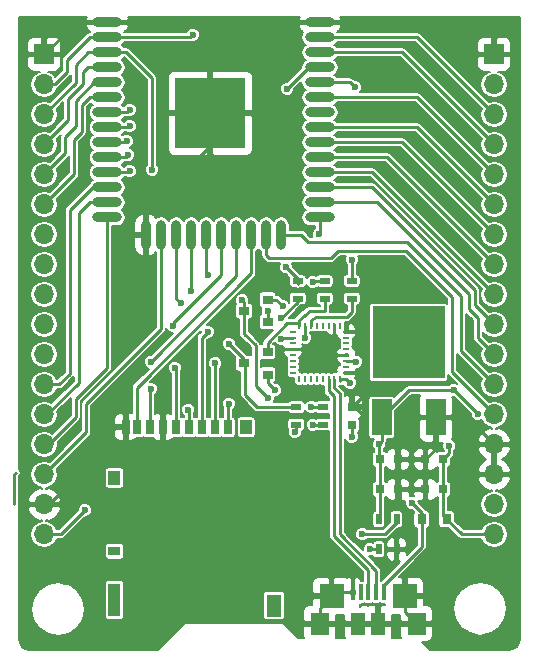
<source format=gtl>
G04 #@! TF.FileFunction,Copper,L1,Top,Signal*
%FSLAX46Y46*%
G04 Gerber Fmt 4.6, Leading zero omitted, Abs format (unit mm)*
G04 Created by KiCad (PCBNEW 4.0.5-e0-6337~52~ubuntu16.10.1) date Tue Feb 21 00:37:24 2017*
%MOMM*%
%LPD*%
G01*
G04 APERTURE LIST*
%ADD10C,0.100000*%
%ADD11O,2.500000X0.900000*%
%ADD12O,0.900000X2.500000*%
%ADD13R,6.000000X6.000000*%
%ADD14R,0.800000X0.750000*%
%ADD15R,0.700000X1.200000*%
%ADD16R,1.000000X1.200000*%
%ADD17R,1.000000X0.800000*%
%ADD18R,1.000000X2.800000*%
%ADD19R,1.300000X1.900000*%
%ADD20R,0.900000X0.500000*%
%ADD21R,1.651000X3.048000*%
%ADD22R,6.096000X6.096000*%
%ADD23R,0.497840X0.248920*%
%ADD24R,0.250000X0.500000*%
%ADD25R,0.750000X0.800000*%
%ADD26R,0.900000X0.800000*%
%ADD27R,0.500000X0.900000*%
%ADD28R,0.400000X1.350000*%
%ADD29R,2.100000X2.000000*%
%ADD30R,1.600000X1.900000*%
%ADD31R,1.200000X1.900000*%
%ADD32R,0.800000X0.900000*%
%ADD33R,1.700000X1.700000*%
%ADD34O,1.700000X1.700000*%
%ADD35C,0.600000*%
%ADD36C,0.250000*%
%ADD37C,0.200000*%
G04 APERTURE END LIST*
D10*
D11*
X175751000Y-68410000D03*
X175751000Y-69680000D03*
X175751000Y-70950000D03*
X175751000Y-72220000D03*
X175751000Y-73490000D03*
X175751000Y-74760000D03*
X175751000Y-76030000D03*
X175751000Y-77300000D03*
X175751000Y-78570000D03*
X175751000Y-79840000D03*
X175751000Y-81110000D03*
X175751000Y-82380000D03*
X175751000Y-83650000D03*
X175751000Y-84920000D03*
D12*
X172466000Y-86410000D03*
X171196000Y-86410000D03*
X169926000Y-86410000D03*
X168656000Y-86410000D03*
X167386000Y-86410000D03*
X166116000Y-86410000D03*
X164846000Y-86410000D03*
X163576000Y-86410000D03*
X162306000Y-86410000D03*
X161036000Y-86410000D03*
D11*
X157751000Y-84920000D03*
X157751000Y-83650000D03*
X157751000Y-82380000D03*
X157751000Y-81110000D03*
X157751000Y-79840000D03*
X157751000Y-78570000D03*
X157751000Y-77300000D03*
X157751000Y-76030000D03*
X157751000Y-74760000D03*
X157751000Y-73490000D03*
X157751000Y-72220000D03*
X157751000Y-70950000D03*
X157751000Y-69680000D03*
X157751000Y-68410000D03*
D13*
X166451000Y-76110000D03*
D14*
X180860000Y-107950000D03*
X182360000Y-107950000D03*
X180860000Y-105410000D03*
X182360000Y-105410000D03*
X186170000Y-107950000D03*
X184670000Y-107950000D03*
X186170000Y-105410000D03*
X184670000Y-105410000D03*
D15*
X159300000Y-102686000D03*
X160250000Y-102686000D03*
X167950000Y-102686000D03*
X166850000Y-102686000D03*
X165750000Y-102686000D03*
X164650000Y-102686000D03*
X163550000Y-102686000D03*
X162450000Y-102686000D03*
X161350000Y-102686000D03*
D16*
X169500000Y-102686000D03*
X158350000Y-106986000D03*
D17*
X158350000Y-113186000D03*
D18*
X158350000Y-117336000D03*
D19*
X171850000Y-117786000D03*
D20*
X176022000Y-100977000D03*
X176022000Y-102477000D03*
D21*
X180975000Y-101854000D03*
D22*
X183261000Y-95504000D03*
D21*
X185547000Y-101854000D03*
D23*
X173476920Y-94602300D03*
X173476920Y-95102680D03*
X173476920Y-95600520D03*
X173476920Y-96100900D03*
X173476920Y-96601280D03*
X173476920Y-97101660D03*
X173476920Y-97602040D03*
X173476920Y-98102420D03*
D24*
X173977300Y-98602800D03*
X174477680Y-98602800D03*
X174975520Y-98602800D03*
X175475900Y-98602800D03*
X175976280Y-98602800D03*
X176476660Y-98602800D03*
X176977040Y-98602800D03*
X177477420Y-98602800D03*
D23*
X177977800Y-98102420D03*
X177977800Y-97602040D03*
X177977800Y-97101660D03*
X177977800Y-96601280D03*
X177977800Y-96100900D03*
X177977800Y-95600520D03*
X177977800Y-95102680D03*
X177977800Y-94602300D03*
D24*
X177477420Y-94101920D03*
X176977040Y-94101920D03*
X176476660Y-94101920D03*
X175976280Y-94101920D03*
X175475900Y-94101920D03*
X174975520Y-94101920D03*
X174477680Y-94101920D03*
X173977300Y-94101920D03*
D25*
X178435000Y-102477000D03*
X178435000Y-100977000D03*
D26*
X171307000Y-98232000D03*
X171307000Y-96332000D03*
X169307000Y-97282000D03*
X171307000Y-93787000D03*
X171307000Y-91887000D03*
X169307000Y-92837000D03*
D20*
X178435000Y-90309000D03*
X178435000Y-91809000D03*
X173863000Y-90309000D03*
X173863000Y-91809000D03*
D27*
X182233000Y-110490000D03*
X180733000Y-110490000D03*
D20*
X173736000Y-100977000D03*
X173736000Y-102477000D03*
X176149000Y-91809000D03*
X176149000Y-90309000D03*
D27*
X180733000Y-113030000D03*
X182233000Y-113030000D03*
D28*
X181132000Y-116652000D03*
X180482000Y-116652000D03*
X179832000Y-116652000D03*
X179182000Y-116652000D03*
X178532000Y-116652000D03*
D29*
X182932000Y-116977000D03*
X176732000Y-116977000D03*
D30*
X175732000Y-119327000D03*
D31*
X178982000Y-119327000D03*
X180682000Y-119327000D03*
D30*
X183932000Y-119327000D03*
D32*
X186470000Y-110490000D03*
X184370000Y-110490000D03*
D33*
X190500000Y-71120000D03*
D34*
X190500000Y-73660000D03*
X190500000Y-76200000D03*
X190500000Y-78740000D03*
X190500000Y-81280000D03*
X190500000Y-83820000D03*
X190500000Y-86360000D03*
X190500000Y-88900000D03*
X190500000Y-91440000D03*
X190500000Y-93980000D03*
X190500000Y-96520000D03*
X190500000Y-99060000D03*
X190500000Y-101600000D03*
X190500000Y-104140000D03*
X190500000Y-106680000D03*
X190500000Y-109220000D03*
X190500000Y-111760000D03*
D33*
X152400000Y-71120000D03*
D34*
X152400000Y-73660000D03*
X152400000Y-76200000D03*
X152400000Y-78740000D03*
X152400000Y-81280000D03*
X152400000Y-83820000D03*
X152400000Y-86360000D03*
X152400000Y-88900000D03*
X152400000Y-91440000D03*
X152400000Y-93980000D03*
X152400000Y-96520000D03*
X152400000Y-99060000D03*
X152400000Y-101600000D03*
X152400000Y-104140000D03*
X152400000Y-106680000D03*
X152400000Y-109220000D03*
X152400000Y-111760000D03*
D35*
X164592000Y-101219000D03*
X155829000Y-109728000D03*
X189103000Y-101600000D03*
X187071000Y-99568000D03*
X164973000Y-69469000D03*
X180721000Y-104140000D03*
X173609000Y-103124000D03*
X179578000Y-101854000D03*
X182626000Y-101854000D03*
X172466000Y-97028000D03*
X159131000Y-100965000D03*
X162433000Y-100711000D03*
X161163000Y-93980000D03*
X183261000Y-112776000D03*
X182880000Y-115316000D03*
X186690000Y-104267000D03*
X185420000Y-97790000D03*
X168021000Y-100711000D03*
X163957000Y-92202000D03*
X166878000Y-97282000D03*
X164846000Y-91186000D03*
X166243000Y-94615000D03*
X166243000Y-89789000D03*
X163449000Y-97663000D03*
X163322000Y-94107000D03*
X161417000Y-99441000D03*
X161417000Y-97155000D03*
X183515000Y-109093000D03*
X178816000Y-97155000D03*
X172974000Y-74041000D03*
X172847000Y-89154000D03*
X178689000Y-73914000D03*
X178435000Y-88519000D03*
X168021000Y-95631000D03*
X161544000Y-80899000D03*
X159639000Y-75819000D03*
X159639000Y-77216000D03*
X159385000Y-78486000D03*
X159512000Y-79629000D03*
X159639000Y-81026000D03*
X178435000Y-103505000D03*
X178308000Y-98933000D03*
X172466000Y-95250000D03*
X172466000Y-93472000D03*
X175006000Y-100965000D03*
X174498000Y-95123000D03*
X172593000Y-92456000D03*
X175133000Y-102489000D03*
X171958000Y-99568000D03*
X171323000Y-92837000D03*
X175133000Y-90424000D03*
X175641000Y-86360000D03*
X169164000Y-91948000D03*
X171323000Y-100203000D03*
X179324000Y-111760000D03*
X179959000Y-113030000D03*
D36*
X149860000Y-109220000D02*
X149860000Y-106680000D01*
X149860000Y-106680000D02*
X149987000Y-106553000D01*
X152400000Y-111760000D02*
X153797000Y-111760000D01*
X164650000Y-101277000D02*
X164650000Y-102686000D01*
X164592000Y-101219000D02*
X164650000Y-101277000D01*
X153797000Y-111760000D02*
X155829000Y-109728000D01*
X187071000Y-99568000D02*
X183261000Y-99568000D01*
X183261000Y-99568000D02*
X180975000Y-101854000D01*
X187071000Y-99568000D02*
X189103000Y-101600000D01*
X157751000Y-69680000D02*
X164762000Y-69680000D01*
X164762000Y-69680000D02*
X164973000Y-69469000D01*
X180860000Y-107950000D02*
X180860000Y-110363000D01*
X180860000Y-110363000D02*
X180733000Y-110490000D01*
X180721000Y-104140000D02*
X180721000Y-105271000D01*
X180721000Y-105271000D02*
X180860000Y-105410000D01*
X180860000Y-105410000D02*
X180860000Y-107950000D01*
X173736000Y-102477000D02*
X173736000Y-102997000D01*
X180975000Y-103886000D02*
X180975000Y-101854000D01*
X180721000Y-104140000D02*
X180975000Y-103886000D01*
X173736000Y-102997000D02*
X173609000Y-103124000D01*
X157751000Y-69680000D02*
X156253000Y-69680000D01*
X153289000Y-73660000D02*
X152400000Y-73660000D01*
X154305000Y-72644000D02*
X153289000Y-73660000D01*
X154305000Y-71628000D02*
X154305000Y-72644000D01*
X156253000Y-69680000D02*
X154305000Y-71628000D01*
X185547000Y-101854000D02*
X182626000Y-101854000D01*
X179578000Y-101854000D02*
X178701000Y-100977000D01*
X178701000Y-100977000D02*
X178435000Y-100977000D01*
X177977800Y-98102420D02*
X179451000Y-98102420D01*
X179451000Y-98102420D02*
X179451000Y-98171000D01*
X177977800Y-94602300D02*
X179438300Y-94602300D01*
X179451000Y-99961000D02*
X178435000Y-100977000D01*
X179451000Y-94615000D02*
X179451000Y-98171000D01*
X179451000Y-98171000D02*
X179451000Y-99961000D01*
X179438300Y-94602300D02*
X179451000Y-94615000D01*
X172631100Y-96100900D02*
X173476920Y-96100900D01*
X172466000Y-96266000D02*
X172631100Y-96100900D01*
X172466000Y-97028000D02*
X172466000Y-96266000D01*
X159300000Y-101134000D02*
X159300000Y-102686000D01*
X159131000Y-100965000D02*
X159300000Y-101134000D01*
X162450000Y-100728000D02*
X162450000Y-102686000D01*
X162433000Y-100711000D02*
X162450000Y-100728000D01*
X161036000Y-93853000D02*
X161163000Y-93980000D01*
X161036000Y-86410000D02*
X161036000Y-93853000D01*
X183261000Y-112776000D02*
X183261000Y-110109000D01*
X182499000Y-109347000D02*
X182499000Y-108089000D01*
X183261000Y-110109000D02*
X182499000Y-109347000D01*
X182499000Y-108089000D02*
X182360000Y-107950000D01*
X182932000Y-116977000D02*
X182932000Y-115368000D01*
X183007000Y-113030000D02*
X182233000Y-113030000D01*
X183261000Y-112776000D02*
X183007000Y-113030000D01*
X182932000Y-115368000D02*
X182880000Y-115316000D01*
X152400000Y-109220000D02*
X152781000Y-109220000D01*
X152781000Y-109220000D02*
X157226000Y-104775000D01*
X157296000Y-102686000D02*
X159300000Y-102686000D01*
X157226000Y-102616000D02*
X157296000Y-102686000D01*
X157226000Y-104775000D02*
X157226000Y-102616000D01*
X161036000Y-84328000D02*
X161036000Y-86410000D01*
X175732000Y-119327000D02*
X175732000Y-117977000D01*
X175732000Y-117977000D02*
X177057000Y-116652000D01*
X177057000Y-116652000D02*
X178532000Y-116652000D01*
X175732000Y-119327000D02*
X178982000Y-119327000D01*
X178982000Y-119327000D02*
X180682000Y-119327000D01*
X180682000Y-119327000D02*
X183932000Y-119327000D01*
X183932000Y-119327000D02*
X182932000Y-118327000D01*
X182932000Y-118327000D02*
X182932000Y-116977000D01*
X166451000Y-76110000D02*
X166451000Y-68753000D01*
X166451000Y-68753000D02*
X166794000Y-68410000D01*
X175751000Y-68410000D02*
X166794000Y-68410000D01*
X166794000Y-68410000D02*
X157751000Y-68410000D01*
X157751000Y-68410000D02*
X157708000Y-68453000D01*
X157708000Y-68453000D02*
X155067000Y-68453000D01*
X155067000Y-68453000D02*
X152400000Y-71120000D01*
X175751000Y-68410000D02*
X186139000Y-68410000D01*
X188849000Y-71120000D02*
X190500000Y-71120000D01*
X186139000Y-68410000D02*
X188849000Y-71120000D01*
X190500000Y-106680000D02*
X190500000Y-104140000D01*
X190500000Y-104140000D02*
X188214000Y-101854000D01*
X188214000Y-101854000D02*
X185547000Y-101854000D01*
X185547000Y-101854000D02*
X185547000Y-104533000D01*
X185547000Y-104533000D02*
X184670000Y-105410000D01*
X184670000Y-105410000D02*
X184670000Y-107950000D01*
X184670000Y-107950000D02*
X182360000Y-107950000D01*
X182360000Y-107950000D02*
X182360000Y-105410000D01*
X176977040Y-95885000D02*
X176977040Y-96072960D01*
X176977040Y-96072960D02*
X176911000Y-96139000D01*
X177119280Y-96601280D02*
X177977800Y-96601280D01*
X176911000Y-96393000D02*
X177119280Y-96601280D01*
X176911000Y-96139000D02*
X176911000Y-96393000D01*
X173476920Y-96100900D02*
X176949100Y-96100900D01*
X176949100Y-96100900D02*
X176977040Y-96072960D01*
X176977040Y-95885000D02*
X176977040Y-94101920D01*
X166451000Y-76110000D02*
X166451000Y-78913000D01*
X167340000Y-76110000D02*
X167120400Y-76110000D01*
X166451000Y-78913000D02*
X161036000Y-84328000D01*
X186170000Y-107950000D02*
X186170000Y-105410000D01*
X186170000Y-105410000D02*
X186690000Y-104890000D01*
X186690000Y-104890000D02*
X186690000Y-104267000D01*
X185420000Y-97790000D02*
X183261000Y-95631000D01*
X183261000Y-95631000D02*
X183261000Y-95504000D01*
X190500000Y-111760000D02*
X187740000Y-111760000D01*
X187740000Y-111760000D02*
X186170000Y-110190000D01*
X186170000Y-110190000D02*
X186170000Y-105410000D01*
X169926000Y-86410000D02*
X169926000Y-89662000D01*
X160250000Y-99338000D02*
X160250000Y-102686000D01*
X169926000Y-89662000D02*
X160250000Y-99338000D01*
X163576000Y-86410000D02*
X163576000Y-91821000D01*
X167950000Y-100782000D02*
X167950000Y-102686000D01*
X168021000Y-100711000D02*
X167950000Y-100782000D01*
X163576000Y-91821000D02*
X163957000Y-92202000D01*
X164846000Y-86410000D02*
X164846000Y-91186000D01*
X166850000Y-97310000D02*
X166850000Y-102686000D01*
X166878000Y-97282000D02*
X166850000Y-97310000D01*
X166116000Y-86410000D02*
X166116000Y-89662000D01*
X165750000Y-95108000D02*
X165750000Y-102686000D01*
X166243000Y-94615000D02*
X165750000Y-95108000D01*
X166116000Y-89662000D02*
X166243000Y-89789000D01*
X167386000Y-86410000D02*
X167386000Y-89789000D01*
X163550000Y-97764000D02*
X163550000Y-102686000D01*
X163449000Y-97663000D02*
X163550000Y-97764000D01*
X163322000Y-93853000D02*
X163322000Y-94107000D01*
X167386000Y-89789000D02*
X163322000Y-93853000D01*
X168656000Y-86410000D02*
X168656000Y-89916000D01*
X161350000Y-99508000D02*
X161350000Y-102686000D01*
X161417000Y-99441000D02*
X161350000Y-99508000D01*
X168656000Y-89916000D02*
X161417000Y-97155000D01*
X181132000Y-116652000D02*
X181132000Y-116048000D01*
X181132000Y-116048000D02*
X184370000Y-112810000D01*
X184370000Y-112810000D02*
X184370000Y-110490000D01*
X177977800Y-97101660D02*
X178762660Y-97101660D01*
X184370000Y-109948000D02*
X184370000Y-110490000D01*
X183515000Y-109093000D02*
X184370000Y-109948000D01*
X178762660Y-97101660D02*
X178816000Y-97155000D01*
X175751000Y-72220000D02*
X174795000Y-72220000D01*
X174795000Y-72220000D02*
X172974000Y-74041000D01*
X172847000Y-89154000D02*
X173863000Y-90170000D01*
X173863000Y-90170000D02*
X173863000Y-90551000D01*
X173863000Y-90551000D02*
X173863000Y-90309000D01*
X176476660Y-98602800D02*
X176476660Y-99641660D01*
X179832000Y-114809398D02*
X179832000Y-116652000D01*
X176911000Y-111888398D02*
X179832000Y-114809398D01*
X176911000Y-100076000D02*
X176911000Y-111888398D01*
X176476660Y-99641660D02*
X176911000Y-100076000D01*
X176977040Y-98602800D02*
X176977040Y-99380040D01*
X180482000Y-114823000D02*
X180482000Y-116652000D01*
X177419000Y-111760000D02*
X180482000Y-114823000D01*
X177419000Y-99822000D02*
X177419000Y-111760000D01*
X176977040Y-99380040D02*
X177419000Y-99822000D01*
X178265000Y-73490000D02*
X175751000Y-73490000D01*
X178689000Y-73914000D02*
X178265000Y-73490000D01*
X178435000Y-90309000D02*
X178435000Y-88519000D01*
X157751000Y-70950000D02*
X159342000Y-70950000D01*
X168021000Y-95631000D02*
X169307000Y-96917000D01*
X161544000Y-73152000D02*
X161544000Y-80899000D01*
X159342000Y-70950000D02*
X161544000Y-73152000D01*
X169307000Y-96917000D02*
X169307000Y-97282000D01*
X173736000Y-100977000D02*
X170446000Y-100977000D01*
X169418000Y-99949000D02*
X169418000Y-97393000D01*
X170446000Y-100977000D02*
X169418000Y-99949000D01*
X169418000Y-97393000D02*
X169307000Y-97282000D01*
X157751000Y-70950000D02*
X156126000Y-70950000D01*
X155067000Y-73533000D02*
X152400000Y-76200000D01*
X155067000Y-72009000D02*
X155067000Y-73533000D01*
X156126000Y-70950000D02*
X155067000Y-72009000D01*
X157751000Y-72220000D02*
X156126000Y-72220000D01*
X154432000Y-76708000D02*
X152400000Y-78740000D01*
X154432000Y-74930000D02*
X154432000Y-76708000D01*
X155702000Y-73660000D02*
X154432000Y-74930000D01*
X155702000Y-72644000D02*
X155702000Y-73660000D01*
X156126000Y-72220000D02*
X155702000Y-72644000D01*
X157751000Y-73490000D02*
X156634000Y-73490000D01*
X156634000Y-73490000D02*
X155067000Y-75057000D01*
X154178000Y-79502000D02*
X152400000Y-81280000D01*
X154178000Y-78105000D02*
X154178000Y-79502000D01*
X155067000Y-77216000D02*
X154178000Y-78105000D01*
X155067000Y-75057000D02*
X155067000Y-77216000D01*
X157751000Y-73490000D02*
X156761000Y-73490000D01*
X157751000Y-74760000D02*
X156253000Y-74760000D01*
X154940000Y-81280000D02*
X152400000Y-83820000D01*
X154940000Y-78359000D02*
X154940000Y-81280000D01*
X155575000Y-77724000D02*
X154940000Y-78359000D01*
X155575000Y-75438000D02*
X155575000Y-77724000D01*
X156253000Y-74760000D02*
X155575000Y-75438000D01*
X159639000Y-75819000D02*
X159428000Y-76030000D01*
X159428000Y-76030000D02*
X157751000Y-76030000D01*
X157650000Y-76030000D02*
X157480000Y-76200000D01*
X157650000Y-76030000D02*
X157480000Y-76200000D01*
X159555000Y-77300000D02*
X157751000Y-77300000D01*
X159639000Y-77216000D02*
X159555000Y-77300000D01*
X157650000Y-77300000D02*
X157480000Y-77470000D01*
X157650000Y-77300000D02*
X157480000Y-77470000D01*
X159301000Y-78570000D02*
X157751000Y-78570000D01*
X159385000Y-78486000D02*
X159301000Y-78570000D01*
X157650000Y-78570000D02*
X157480000Y-78740000D01*
X157650000Y-78570000D02*
X157480000Y-78740000D01*
X159301000Y-79840000D02*
X157751000Y-79840000D01*
X159512000Y-79629000D02*
X159301000Y-79840000D01*
X159555000Y-81110000D02*
X157751000Y-81110000D01*
X159639000Y-81026000D02*
X159555000Y-81110000D01*
X157650000Y-81110000D02*
X157480000Y-81280000D01*
X157650000Y-81110000D02*
X157480000Y-81280000D01*
X152400000Y-99060000D02*
X153670000Y-99060000D01*
X154559000Y-84328000D02*
X156507000Y-82380000D01*
X154559000Y-98171000D02*
X154559000Y-84328000D01*
X153670000Y-99060000D02*
X154559000Y-98171000D01*
X156507000Y-82380000D02*
X157751000Y-82380000D01*
X157650000Y-82380000D02*
X157480000Y-82550000D01*
X157650000Y-82380000D02*
X157480000Y-82550000D01*
X152400000Y-101600000D02*
X152654000Y-101600000D01*
X152654000Y-101600000D02*
X155321000Y-98933000D01*
X155321000Y-98933000D02*
X155321000Y-84582000D01*
X155321000Y-84582000D02*
X156253000Y-83650000D01*
X156253000Y-83650000D02*
X157751000Y-83650000D01*
X157650000Y-83650000D02*
X157480000Y-83820000D01*
X157650000Y-83650000D02*
X157480000Y-83820000D01*
X152400000Y-104140000D02*
X152781000Y-104140000D01*
X152781000Y-104140000D02*
X155067000Y-101854000D01*
X155067000Y-101854000D02*
X155067000Y-100330000D01*
X155067000Y-100330000D02*
X157751000Y-97646000D01*
X157751000Y-97646000D02*
X157751000Y-84920000D01*
X162306000Y-86410000D02*
X162306000Y-94361000D01*
X155956000Y-103124000D02*
X152400000Y-106680000D01*
X155956000Y-100711000D02*
X155956000Y-103124000D01*
X162306000Y-94361000D02*
X155956000Y-100711000D01*
X175751000Y-69680000D02*
X183980000Y-69680000D01*
X183980000Y-69680000D02*
X190500000Y-76200000D01*
X175751000Y-70950000D02*
X182710000Y-70950000D01*
X182710000Y-70950000D02*
X190500000Y-78740000D01*
X175751000Y-74760000D02*
X183980000Y-74760000D01*
X183980000Y-74760000D02*
X190500000Y-81280000D01*
X175751000Y-77300000D02*
X183980000Y-77300000D01*
X183980000Y-77300000D02*
X190500000Y-83820000D01*
X175751000Y-78570000D02*
X182710000Y-78570000D01*
X182710000Y-78570000D02*
X190500000Y-86360000D01*
X175751000Y-79840000D02*
X181440000Y-79840000D01*
X181440000Y-79840000D02*
X190500000Y-88900000D01*
X175751000Y-81110000D02*
X180170000Y-81110000D01*
X180170000Y-81110000D02*
X190500000Y-91440000D01*
X175751000Y-82380000D02*
X180170000Y-82380000D01*
X188849000Y-92329000D02*
X190500000Y-93980000D01*
X188849000Y-91059000D02*
X188849000Y-92329000D01*
X180170000Y-82380000D02*
X188849000Y-91059000D01*
X175751000Y-83650000D02*
X180551000Y-83650000D01*
X189103000Y-95123000D02*
X190500000Y-96520000D01*
X189103000Y-93472000D02*
X189103000Y-95123000D01*
X188341000Y-92710000D02*
X189103000Y-93472000D01*
X188341000Y-91440000D02*
X188341000Y-92710000D01*
X180551000Y-83650000D02*
X188341000Y-91440000D01*
X174752000Y-86995000D02*
X183134000Y-86995000D01*
X174167000Y-86410000D02*
X174752000Y-86995000D01*
X172466000Y-86410000D02*
X174167000Y-86410000D01*
X187706000Y-96266000D02*
X190500000Y-99060000D01*
X187706000Y-91567000D02*
X187706000Y-96266000D01*
X183134000Y-86995000D02*
X187706000Y-91567000D01*
X171196000Y-86410000D02*
X171196000Y-88138000D01*
X171196000Y-88138000D02*
X171450000Y-88392000D01*
X177292000Y-87757000D02*
X183007000Y-87757000D01*
X176657000Y-88392000D02*
X177292000Y-87757000D01*
X171450000Y-88392000D02*
X176657000Y-88392000D01*
X186944000Y-98044000D02*
X190500000Y-101600000D01*
X186944000Y-91694000D02*
X186944000Y-98044000D01*
X183007000Y-87757000D02*
X186944000Y-91694000D01*
X177477420Y-98602800D02*
X177977800Y-98602800D01*
X178435000Y-103505000D02*
X178435000Y-102477000D01*
X177977800Y-98602800D02*
X178308000Y-98933000D01*
X177477420Y-98602800D02*
X177477420Y-98737420D01*
X173863000Y-91809000D02*
X173863000Y-92075000D01*
X172613320Y-95102680D02*
X173476920Y-95102680D01*
X172466000Y-95250000D02*
X172613320Y-95102680D01*
X173863000Y-92075000D02*
X172466000Y-93472000D01*
X174975520Y-94101920D02*
X174975520Y-93629480D01*
X178437408Y-92963995D02*
X178435000Y-91809000D01*
X178054299Y-93345301D02*
X178437408Y-92963995D01*
X175387000Y-93345000D02*
X178054299Y-93345301D01*
X174975520Y-93629480D02*
X175387000Y-93345000D01*
X175018000Y-100977000D02*
X176022000Y-100977000D01*
X175006000Y-100965000D02*
X175018000Y-100977000D01*
X171307000Y-91887000D02*
X172024000Y-91887000D01*
X174477680Y-95102680D02*
X174477680Y-94101920D01*
X174498000Y-95123000D02*
X174477680Y-95102680D01*
X172024000Y-91887000D02*
X172593000Y-92456000D01*
X171307000Y-96332000D02*
X171307000Y-95520000D01*
X172974000Y-93853000D02*
X173977300Y-93853000D01*
X171307000Y-95520000D02*
X172974000Y-93853000D01*
X173977300Y-93853000D02*
X173977300Y-94101920D01*
X173977300Y-94101920D02*
X173961513Y-93599896D01*
X176149000Y-92837000D02*
X176149000Y-91809000D01*
X174879000Y-92837000D02*
X176149000Y-92837000D01*
X173961513Y-93599896D02*
X174879000Y-92837000D01*
X171307000Y-98232000D02*
X171307000Y-98917000D01*
X175145000Y-102477000D02*
X176022000Y-102477000D01*
X175133000Y-102489000D02*
X175145000Y-102477000D01*
X171307000Y-98917000D02*
X171958000Y-99568000D01*
X176149000Y-90309000D02*
X175248000Y-90309000D01*
X171307000Y-92853000D02*
X171307000Y-93787000D01*
X171323000Y-92837000D02*
X171307000Y-92853000D01*
X175248000Y-90309000D02*
X175133000Y-90424000D01*
X176010000Y-90309000D02*
X176149000Y-90309000D01*
X175751000Y-84920000D02*
X175751000Y-86250000D01*
X175751000Y-86250000D02*
X175641000Y-86360000D01*
X169164000Y-91948000D02*
X169307000Y-92091000D01*
X169307000Y-92837000D02*
X169307000Y-94758000D01*
X170307000Y-99187000D02*
X171323000Y-100203000D01*
X170307000Y-95758000D02*
X170307000Y-99187000D01*
X169307000Y-94758000D02*
X170307000Y-95758000D01*
X182233000Y-110490000D02*
X182233000Y-110756000D01*
X182233000Y-110756000D02*
X181229000Y-111760000D01*
X181229000Y-111760000D02*
X179324000Y-111760000D01*
X169307000Y-92091000D02*
X169307000Y-92837000D01*
X179959000Y-113030000D02*
X180733000Y-113030000D01*
D37*
G36*
X155941246Y-68094151D02*
X156058184Y-68256000D01*
X157597000Y-68256000D01*
X157597000Y-68236000D01*
X157905000Y-68236000D01*
X157905000Y-68256000D01*
X159443816Y-68256000D01*
X159560754Y-68094151D01*
X159477552Y-67918000D01*
X174024448Y-67918000D01*
X173941246Y-68094151D01*
X174058184Y-68256000D01*
X175597000Y-68256000D01*
X175597000Y-68236000D01*
X175905000Y-68236000D01*
X175905000Y-68256000D01*
X177443816Y-68256000D01*
X177560754Y-68094151D01*
X177477552Y-67918000D01*
X192665000Y-67918000D01*
X192665000Y-120613064D01*
X192590085Y-120989689D01*
X192397666Y-121277666D01*
X192109689Y-121470085D01*
X191733068Y-121545000D01*
X185067330Y-121545000D01*
X184407330Y-120885000D01*
X184852939Y-120885000D01*
X185076405Y-120792437D01*
X185247438Y-120621404D01*
X185340000Y-120397938D01*
X185340000Y-119633000D01*
X185188000Y-119481000D01*
X184086000Y-119481000D01*
X184086000Y-119501000D01*
X183778000Y-119501000D01*
X183778000Y-119481000D01*
X182676000Y-119481000D01*
X182524000Y-119633000D01*
X182524000Y-120397938D01*
X182578287Y-120529000D01*
X181835713Y-120529000D01*
X181890000Y-120397938D01*
X181890000Y-119633000D01*
X181738000Y-119481000D01*
X180836000Y-119481000D01*
X180836000Y-119501000D01*
X180528000Y-119501000D01*
X180528000Y-119481000D01*
X179136000Y-119481000D01*
X179136000Y-119501000D01*
X178828000Y-119501000D01*
X178828000Y-119481000D01*
X177926000Y-119481000D01*
X177774000Y-119633000D01*
X177774000Y-120397938D01*
X177828287Y-120529000D01*
X177085713Y-120529000D01*
X177140000Y-120397938D01*
X177140000Y-119633000D01*
X176988000Y-119481000D01*
X175886000Y-119481000D01*
X175886000Y-119501000D01*
X175578000Y-119501000D01*
X175578000Y-119481000D01*
X174476000Y-119481000D01*
X174324000Y-119633000D01*
X174324000Y-120397938D01*
X174378287Y-120529000D01*
X173891330Y-120529000D01*
X172731165Y-119368835D01*
X172609507Y-119287545D01*
X172466000Y-119259000D01*
X164465000Y-119259000D01*
X164321493Y-119287545D01*
X164199835Y-119368835D01*
X162023670Y-121545000D01*
X151166936Y-121545000D01*
X150790311Y-121470085D01*
X150502334Y-121277666D01*
X150309915Y-120989689D01*
X150235000Y-120613068D01*
X150235000Y-118110000D01*
X151313800Y-118110000D01*
X151487355Y-118982518D01*
X151981597Y-119722203D01*
X152721282Y-120216445D01*
X153593800Y-120390000D01*
X154466318Y-120216445D01*
X155206003Y-119722203D01*
X155700245Y-118982518D01*
X155873800Y-118110000D01*
X155700245Y-117237482D01*
X155206003Y-116497797D01*
X154466318Y-116003555D01*
X154126697Y-115936000D01*
X157544123Y-115936000D01*
X157544123Y-118736000D01*
X157565042Y-118847173D01*
X157630745Y-118949279D01*
X157730997Y-119017778D01*
X157850000Y-119041877D01*
X158850000Y-119041877D01*
X158961173Y-119020958D01*
X159063279Y-118955255D01*
X159131778Y-118855003D01*
X159155877Y-118736000D01*
X159155877Y-116836000D01*
X170894123Y-116836000D01*
X170894123Y-118736000D01*
X170915042Y-118847173D01*
X170980745Y-118949279D01*
X171080997Y-119017778D01*
X171200000Y-119041877D01*
X172500000Y-119041877D01*
X172611173Y-119020958D01*
X172713279Y-118955255D01*
X172781778Y-118855003D01*
X172805877Y-118736000D01*
X172805877Y-116836000D01*
X172784958Y-116724827D01*
X172719255Y-116622721D01*
X172619003Y-116554222D01*
X172500000Y-116530123D01*
X171200000Y-116530123D01*
X171088827Y-116551042D01*
X170986721Y-116616745D01*
X170918222Y-116716997D01*
X170894123Y-116836000D01*
X159155877Y-116836000D01*
X159155877Y-115936000D01*
X159140836Y-115856062D01*
X175074000Y-115856062D01*
X175074000Y-116671000D01*
X175226000Y-116823000D01*
X176578000Y-116823000D01*
X176578000Y-115521000D01*
X176426000Y-115369000D01*
X175561061Y-115369000D01*
X175337595Y-115461563D01*
X175166562Y-115632596D01*
X175074000Y-115856062D01*
X159140836Y-115856062D01*
X159134958Y-115824827D01*
X159069255Y-115722721D01*
X158969003Y-115654222D01*
X158850000Y-115630123D01*
X157850000Y-115630123D01*
X157738827Y-115651042D01*
X157636721Y-115716745D01*
X157568222Y-115816997D01*
X157544123Y-115936000D01*
X154126697Y-115936000D01*
X153593800Y-115830000D01*
X152721282Y-116003555D01*
X151981597Y-116497797D01*
X151487355Y-117237482D01*
X151313800Y-118110000D01*
X150235000Y-118110000D01*
X150235000Y-109598910D01*
X150992097Y-109598910D01*
X151136523Y-109947616D01*
X151511146Y-110375741D01*
X152021089Y-110627915D01*
X152245998Y-110517857D01*
X152245998Y-110636152D01*
X151937384Y-110697539D01*
X151564297Y-110946827D01*
X151315009Y-111319914D01*
X151227470Y-111760000D01*
X151315009Y-112200086D01*
X151564297Y-112573173D01*
X151937384Y-112822461D01*
X152377470Y-112910000D01*
X152422530Y-112910000D01*
X152862616Y-112822461D01*
X152917183Y-112786000D01*
X157544123Y-112786000D01*
X157544123Y-113586000D01*
X157565042Y-113697173D01*
X157630745Y-113799279D01*
X157730997Y-113867778D01*
X157850000Y-113891877D01*
X158850000Y-113891877D01*
X158961173Y-113870958D01*
X159063279Y-113805255D01*
X159131778Y-113705003D01*
X159155877Y-113586000D01*
X159155877Y-112786000D01*
X159134958Y-112674827D01*
X159069255Y-112572721D01*
X158969003Y-112504222D01*
X158850000Y-112480123D01*
X157850000Y-112480123D01*
X157738827Y-112501042D01*
X157636721Y-112566745D01*
X157568222Y-112666997D01*
X157544123Y-112786000D01*
X152917183Y-112786000D01*
X153235703Y-112573173D01*
X153484991Y-112200086D01*
X153487992Y-112185000D01*
X153797000Y-112185000D01*
X153932657Y-112158016D01*
X153959641Y-112152649D01*
X154097520Y-112060520D01*
X155830039Y-110328001D01*
X155947824Y-110328104D01*
X156168429Y-110236952D01*
X156337359Y-110068317D01*
X156428896Y-109847871D01*
X156429104Y-109609176D01*
X156337952Y-109388571D01*
X156169317Y-109219641D01*
X155948871Y-109128104D01*
X155710176Y-109127896D01*
X155489571Y-109219048D01*
X155320641Y-109387683D01*
X155229104Y-109608129D01*
X155229000Y-109726960D01*
X153620960Y-111335000D01*
X153487992Y-111335000D01*
X153484991Y-111319914D01*
X153235703Y-110946827D01*
X152862616Y-110697539D01*
X152554002Y-110636152D01*
X152554002Y-110517857D01*
X152778911Y-110627915D01*
X153288854Y-110375741D01*
X153663477Y-109947616D01*
X153807903Y-109598910D01*
X153696889Y-109374000D01*
X152554000Y-109374000D01*
X152554000Y-109394000D01*
X152246000Y-109394000D01*
X152246000Y-109374000D01*
X151103111Y-109374000D01*
X150992097Y-109598910D01*
X150235000Y-109598910D01*
X150235000Y-109409053D01*
X150252649Y-109382640D01*
X150285000Y-109220000D01*
X150285000Y-108841090D01*
X150992097Y-108841090D01*
X151103111Y-109066000D01*
X152246000Y-109066000D01*
X152246000Y-109046000D01*
X152554000Y-109046000D01*
X152554000Y-109066000D01*
X153696889Y-109066000D01*
X153807903Y-108841090D01*
X153663477Y-108492384D01*
X153288854Y-108064259D01*
X152778911Y-107812085D01*
X152554002Y-107922143D01*
X152554002Y-107803848D01*
X152862616Y-107742461D01*
X153235703Y-107493173D01*
X153484991Y-107120086D01*
X153572530Y-106680000D01*
X153514050Y-106386000D01*
X157544123Y-106386000D01*
X157544123Y-107586000D01*
X157565042Y-107697173D01*
X157630745Y-107799279D01*
X157730997Y-107867778D01*
X157850000Y-107891877D01*
X158850000Y-107891877D01*
X158961173Y-107870958D01*
X159063279Y-107805255D01*
X159131778Y-107705003D01*
X159155877Y-107586000D01*
X159155877Y-106386000D01*
X159134958Y-106274827D01*
X159069255Y-106172721D01*
X158969003Y-106104222D01*
X158850000Y-106080123D01*
X157850000Y-106080123D01*
X157738827Y-106101042D01*
X157636721Y-106166745D01*
X157568222Y-106266997D01*
X157544123Y-106386000D01*
X153514050Y-106386000D01*
X153484991Y-106239914D01*
X153467421Y-106213619D01*
X156256520Y-103424521D01*
X156348648Y-103286641D01*
X156348649Y-103286640D01*
X156381000Y-103124000D01*
X156381000Y-102992000D01*
X158342000Y-102992000D01*
X158342000Y-103406938D01*
X158434562Y-103630404D01*
X158605595Y-103801437D01*
X158829061Y-103894000D01*
X158994000Y-103894000D01*
X159146000Y-103742000D01*
X159146000Y-102840000D01*
X158494000Y-102840000D01*
X158342000Y-102992000D01*
X156381000Y-102992000D01*
X156381000Y-101965062D01*
X158342000Y-101965062D01*
X158342000Y-102380000D01*
X158494000Y-102532000D01*
X159146000Y-102532000D01*
X159146000Y-101630000D01*
X158994000Y-101478000D01*
X158829061Y-101478000D01*
X158605595Y-101570563D01*
X158434562Y-101741596D01*
X158342000Y-101965062D01*
X156381000Y-101965062D01*
X156381000Y-100887040D01*
X162606520Y-94661520D01*
X162698649Y-94523641D01*
X162709135Y-94470923D01*
X162731000Y-94361000D01*
X162731000Y-94247857D01*
X162813048Y-94446429D01*
X162981683Y-94615359D01*
X163202129Y-94706896D01*
X163264010Y-94706950D01*
X161415961Y-96554999D01*
X161298176Y-96554896D01*
X161077571Y-96646048D01*
X160908641Y-96814683D01*
X160817104Y-97035129D01*
X160816896Y-97273824D01*
X160908048Y-97494429D01*
X161076683Y-97663359D01*
X161251154Y-97735806D01*
X159949480Y-99037480D01*
X159857351Y-99175359D01*
X159857351Y-99175360D01*
X159825000Y-99338000D01*
X159825000Y-101500393D01*
X159770939Y-101478000D01*
X159606000Y-101478000D01*
X159454000Y-101630000D01*
X159454000Y-102532000D01*
X159474000Y-102532000D01*
X159474000Y-102840000D01*
X159454000Y-102840000D01*
X159454000Y-103742000D01*
X159606000Y-103894000D01*
X159770939Y-103894000D01*
X159994405Y-103801437D01*
X160165438Y-103630404D01*
X160181396Y-103591877D01*
X160600000Y-103591877D01*
X160711173Y-103570958D01*
X160801028Y-103513138D01*
X160880997Y-103567778D01*
X161000000Y-103591877D01*
X161568604Y-103591877D01*
X161584562Y-103630404D01*
X161755595Y-103801437D01*
X161979061Y-103894000D01*
X162144000Y-103894000D01*
X162296000Y-103742000D01*
X162296000Y-102840000D01*
X162276000Y-102840000D01*
X162276000Y-102532000D01*
X162296000Y-102532000D01*
X162296000Y-101630000D01*
X162144000Y-101478000D01*
X161979061Y-101478000D01*
X161775000Y-101562525D01*
X161775000Y-99931413D01*
X161925359Y-99781317D01*
X162016896Y-99560871D01*
X162017104Y-99322176D01*
X161925952Y-99101571D01*
X161757317Y-98932641D01*
X161536871Y-98841104D01*
X161348101Y-98840940D01*
X165643060Y-94545981D01*
X165643000Y-94613959D01*
X165449480Y-94807480D01*
X165357351Y-94945359D01*
X165351984Y-94972343D01*
X165325000Y-95108000D01*
X165325000Y-101794235D01*
X165288827Y-101801042D01*
X165198972Y-101858862D01*
X165119003Y-101804222D01*
X165075000Y-101795311D01*
X165075000Y-101584632D01*
X165100359Y-101559317D01*
X165191896Y-101338871D01*
X165192104Y-101100176D01*
X165100952Y-100879571D01*
X164932317Y-100710641D01*
X164711871Y-100619104D01*
X164473176Y-100618896D01*
X164252571Y-100710048D01*
X164083641Y-100878683D01*
X163992104Y-101099129D01*
X163991896Y-101337824D01*
X164083048Y-101558429D01*
X164225000Y-101700629D01*
X164225000Y-101794235D01*
X164188827Y-101801042D01*
X164098972Y-101858862D01*
X164019003Y-101804222D01*
X163975000Y-101795311D01*
X163975000Y-97960833D01*
X164048896Y-97782871D01*
X164049104Y-97544176D01*
X163957952Y-97323571D01*
X163789317Y-97154641D01*
X163568871Y-97063104D01*
X163330176Y-97062896D01*
X163109571Y-97154048D01*
X162940641Y-97322683D01*
X162849104Y-97543129D01*
X162848896Y-97781824D01*
X162940048Y-98002429D01*
X163108683Y-98171359D01*
X163125000Y-98178134D01*
X163125000Y-101562525D01*
X162920939Y-101478000D01*
X162756000Y-101478000D01*
X162604000Y-101630000D01*
X162604000Y-102532000D01*
X162624000Y-102532000D01*
X162624000Y-102840000D01*
X162604000Y-102840000D01*
X162604000Y-103742000D01*
X162756000Y-103894000D01*
X162920939Y-103894000D01*
X163144405Y-103801437D01*
X163315438Y-103630404D01*
X163331396Y-103591877D01*
X163900000Y-103591877D01*
X164011173Y-103570958D01*
X164101028Y-103513138D01*
X164180997Y-103567778D01*
X164300000Y-103591877D01*
X165000000Y-103591877D01*
X165111173Y-103570958D01*
X165201028Y-103513138D01*
X165280997Y-103567778D01*
X165400000Y-103591877D01*
X166100000Y-103591877D01*
X166211173Y-103570958D01*
X166301028Y-103513138D01*
X166380997Y-103567778D01*
X166500000Y-103591877D01*
X167200000Y-103591877D01*
X167311173Y-103570958D01*
X167401028Y-103513138D01*
X167480997Y-103567778D01*
X167600000Y-103591877D01*
X168300000Y-103591877D01*
X168411173Y-103570958D01*
X168513279Y-103505255D01*
X168581778Y-103405003D01*
X168605877Y-103286000D01*
X168605877Y-102086000D01*
X168694123Y-102086000D01*
X168694123Y-103286000D01*
X168715042Y-103397173D01*
X168780745Y-103499279D01*
X168880997Y-103567778D01*
X169000000Y-103591877D01*
X170000000Y-103591877D01*
X170111173Y-103570958D01*
X170213279Y-103505255D01*
X170281778Y-103405003D01*
X170305877Y-103286000D01*
X170305877Y-102227000D01*
X172980123Y-102227000D01*
X172980123Y-102727000D01*
X173001042Y-102838173D01*
X173047826Y-102910877D01*
X173009104Y-103004129D01*
X173008896Y-103242824D01*
X173100048Y-103463429D01*
X173268683Y-103632359D01*
X173489129Y-103723896D01*
X173727824Y-103724104D01*
X173948429Y-103632952D01*
X174117359Y-103464317D01*
X174208896Y-103243871D01*
X174209084Y-103028533D01*
X174297173Y-103011958D01*
X174399279Y-102946255D01*
X174467778Y-102846003D01*
X174491877Y-102727000D01*
X174491877Y-102227000D01*
X174470958Y-102115827D01*
X174405255Y-102013721D01*
X174305003Y-101945222D01*
X174186000Y-101921123D01*
X173286000Y-101921123D01*
X173174827Y-101942042D01*
X173072721Y-102007745D01*
X173004222Y-102107997D01*
X172980123Y-102227000D01*
X170305877Y-102227000D01*
X170305877Y-102086000D01*
X170284958Y-101974827D01*
X170219255Y-101872721D01*
X170119003Y-101804222D01*
X170000000Y-101780123D01*
X169000000Y-101780123D01*
X168888827Y-101801042D01*
X168786721Y-101866745D01*
X168718222Y-101966997D01*
X168694123Y-102086000D01*
X168605877Y-102086000D01*
X168584958Y-101974827D01*
X168519255Y-101872721D01*
X168419003Y-101804222D01*
X168375000Y-101795311D01*
X168375000Y-101205406D01*
X168529359Y-101051317D01*
X168620896Y-100830871D01*
X168621104Y-100592176D01*
X168529952Y-100371571D01*
X168361317Y-100202641D01*
X168140871Y-100111104D01*
X167902176Y-100110896D01*
X167681571Y-100202048D01*
X167512641Y-100370683D01*
X167421104Y-100591129D01*
X167420896Y-100829824D01*
X167512048Y-101050429D01*
X167525000Y-101063404D01*
X167525000Y-101794235D01*
X167488827Y-101801042D01*
X167398972Y-101858862D01*
X167319003Y-101804222D01*
X167275000Y-101795311D01*
X167275000Y-97733482D01*
X167386359Y-97622317D01*
X167477896Y-97401871D01*
X167478104Y-97163176D01*
X167386952Y-96942571D01*
X167218317Y-96773641D01*
X166997871Y-96682104D01*
X166759176Y-96681896D01*
X166538571Y-96773048D01*
X166369641Y-96941683D01*
X166278104Y-97162129D01*
X166277896Y-97400824D01*
X166369048Y-97621429D01*
X166425000Y-97677479D01*
X166425000Y-101794235D01*
X166388827Y-101801042D01*
X166298972Y-101858862D01*
X166219003Y-101804222D01*
X166175000Y-101795311D01*
X166175000Y-95749824D01*
X167420896Y-95749824D01*
X167512048Y-95970429D01*
X167680683Y-96139359D01*
X167901129Y-96230896D01*
X168019959Y-96231000D01*
X168571304Y-96782345D01*
X168551123Y-96882000D01*
X168551123Y-97682000D01*
X168572042Y-97793173D01*
X168637745Y-97895279D01*
X168737997Y-97963778D01*
X168857000Y-97987877D01*
X168993000Y-97987877D01*
X168993000Y-99949000D01*
X169015390Y-100061562D01*
X169025351Y-100111641D01*
X169117480Y-100249520D01*
X170145480Y-101277521D01*
X170283359Y-101369649D01*
X170446000Y-101402000D01*
X173042113Y-101402000D01*
X173066745Y-101440279D01*
X173166997Y-101508778D01*
X173286000Y-101532877D01*
X174186000Y-101532877D01*
X174297173Y-101511958D01*
X174399279Y-101446255D01*
X174467778Y-101346003D01*
X174483055Y-101270563D01*
X174497048Y-101304429D01*
X174665683Y-101473359D01*
X174886129Y-101564896D01*
X175124824Y-101565104D01*
X175345429Y-101473952D01*
X175368427Y-101450994D01*
X175452997Y-101508778D01*
X175572000Y-101532877D01*
X176472000Y-101532877D01*
X176486000Y-101530243D01*
X176486000Y-101923958D01*
X176472000Y-101921123D01*
X175572000Y-101921123D01*
X175460827Y-101942042D01*
X175429267Y-101962350D01*
X175252871Y-101889104D01*
X175014176Y-101888896D01*
X174793571Y-101980048D01*
X174624641Y-102148683D01*
X174533104Y-102369129D01*
X174532896Y-102607824D01*
X174624048Y-102828429D01*
X174792683Y-102997359D01*
X175013129Y-103088896D01*
X175251824Y-103089104D01*
X175450446Y-103007035D01*
X175452997Y-103008778D01*
X175572000Y-103032877D01*
X176472000Y-103032877D01*
X176486000Y-103030243D01*
X176486000Y-111888398D01*
X176512984Y-112024055D01*
X176518351Y-112051039D01*
X176610480Y-112188918D01*
X179407000Y-114985439D01*
X179407000Y-115676186D01*
X179382000Y-115671123D01*
X179263396Y-115671123D01*
X179247438Y-115632596D01*
X179076405Y-115461563D01*
X178852939Y-115369000D01*
X178784000Y-115369000D01*
X178632000Y-115521000D01*
X178632000Y-116498000D01*
X178676123Y-116498000D01*
X178676123Y-116806000D01*
X178632000Y-116806000D01*
X178632000Y-116826000D01*
X178432000Y-116826000D01*
X178432000Y-116806000D01*
X178358000Y-116806000D01*
X178358000Y-116703000D01*
X178390000Y-116671000D01*
X178390000Y-116498000D01*
X178432000Y-116498000D01*
X178432000Y-115521000D01*
X178280000Y-115369000D01*
X178211061Y-115369000D01*
X178057000Y-115432814D01*
X177902939Y-115369000D01*
X177038000Y-115369000D01*
X176886000Y-115521000D01*
X176886000Y-116823000D01*
X176906000Y-116823000D01*
X176906000Y-117131000D01*
X176886000Y-117131000D01*
X176886000Y-117151000D01*
X176578000Y-117151000D01*
X176578000Y-117131000D01*
X175226000Y-117131000D01*
X175074000Y-117283000D01*
X175074000Y-117769000D01*
X174811061Y-117769000D01*
X174587595Y-117861563D01*
X174416562Y-118032596D01*
X174324000Y-118256062D01*
X174324000Y-119021000D01*
X174476000Y-119173000D01*
X175578000Y-119173000D01*
X175578000Y-119153000D01*
X175886000Y-119153000D01*
X175886000Y-119173000D01*
X176988000Y-119173000D01*
X177140000Y-119021000D01*
X177140000Y-118585000D01*
X177774000Y-118585000D01*
X177774000Y-119021000D01*
X177926000Y-119173000D01*
X178828000Y-119173000D01*
X178828000Y-119153000D01*
X179136000Y-119153000D01*
X179136000Y-119173000D01*
X180528000Y-119173000D01*
X180528000Y-117921000D01*
X180376000Y-117769000D01*
X179961061Y-117769000D01*
X179832000Y-117822459D01*
X179702939Y-117769000D01*
X179288000Y-117769000D01*
X179136002Y-117920998D01*
X179136002Y-117782840D01*
X179247438Y-117671404D01*
X179263396Y-117632877D01*
X179382000Y-117632877D01*
X179493173Y-117611958D01*
X179505779Y-117603846D01*
X179512997Y-117608778D01*
X179632000Y-117632877D01*
X180032000Y-117632877D01*
X180143173Y-117611958D01*
X180155779Y-117603846D01*
X180162997Y-117608778D01*
X180282000Y-117632877D01*
X180682000Y-117632877D01*
X180793173Y-117611958D01*
X180805779Y-117603846D01*
X180812997Y-117608778D01*
X180932000Y-117632877D01*
X181274000Y-117632877D01*
X181274000Y-117769000D01*
X180988000Y-117769000D01*
X180836000Y-117921000D01*
X180836000Y-119173000D01*
X181738000Y-119173000D01*
X181890000Y-119021000D01*
X181890000Y-118585000D01*
X182524000Y-118585000D01*
X182524000Y-119021000D01*
X182676000Y-119173000D01*
X183778000Y-119173000D01*
X183778000Y-119153000D01*
X184086000Y-119153000D01*
X184086000Y-119173000D01*
X185188000Y-119173000D01*
X185340000Y-119021000D01*
X185340000Y-118256062D01*
X185253198Y-118046500D01*
X187038900Y-118046500D01*
X187212455Y-118919018D01*
X187706697Y-119658703D01*
X188446382Y-120152945D01*
X189318900Y-120326500D01*
X190191418Y-120152945D01*
X190931103Y-119658703D01*
X191425345Y-118919018D01*
X191598900Y-118046500D01*
X191425345Y-117173982D01*
X190931103Y-116434297D01*
X190191418Y-115940055D01*
X189318900Y-115766500D01*
X188446382Y-115940055D01*
X187706697Y-116434297D01*
X187212455Y-117173982D01*
X187038900Y-118046500D01*
X185253198Y-118046500D01*
X185247438Y-118032596D01*
X185076405Y-117861563D01*
X184852939Y-117769000D01*
X184590000Y-117769000D01*
X184590000Y-117283000D01*
X184438000Y-117131000D01*
X183086000Y-117131000D01*
X183086000Y-117151000D01*
X182778000Y-117151000D01*
X182778000Y-117131000D01*
X182758000Y-117131000D01*
X182758000Y-116823000D01*
X182778000Y-116823000D01*
X182778000Y-115521000D01*
X183086000Y-115521000D01*
X183086000Y-116823000D01*
X184438000Y-116823000D01*
X184590000Y-116671000D01*
X184590000Y-115856062D01*
X184497438Y-115632596D01*
X184326405Y-115461563D01*
X184102939Y-115369000D01*
X183238000Y-115369000D01*
X183086000Y-115521000D01*
X182778000Y-115521000D01*
X182626000Y-115369000D01*
X182412040Y-115369000D01*
X184670521Y-113110520D01*
X184762649Y-112972641D01*
X184795000Y-112810000D01*
X184795000Y-111241173D01*
X184881173Y-111224958D01*
X184983279Y-111159255D01*
X185051778Y-111059003D01*
X185075877Y-110940000D01*
X185075877Y-110040000D01*
X185054958Y-109928827D01*
X184989255Y-109826721D01*
X184889003Y-109758222D01*
X184770000Y-109734123D01*
X184728414Y-109734123D01*
X184670521Y-109647480D01*
X184115001Y-109091961D01*
X184115104Y-108974176D01*
X184087565Y-108907528D01*
X184149061Y-108933000D01*
X184364000Y-108933000D01*
X184516000Y-108781000D01*
X184516000Y-108104000D01*
X183814000Y-108104000D01*
X183662000Y-108256000D01*
X183662000Y-108445938D01*
X183691230Y-108516506D01*
X183634871Y-108493104D01*
X183396176Y-108492896D01*
X183338715Y-108516638D01*
X183368000Y-108445938D01*
X183368000Y-108256000D01*
X183216000Y-108104000D01*
X182514000Y-108104000D01*
X182514000Y-108781000D01*
X182666000Y-108933000D01*
X182880939Y-108933000D01*
X182942325Y-108907573D01*
X182915104Y-108973129D01*
X182914896Y-109211824D01*
X183006048Y-109432429D01*
X183174683Y-109601359D01*
X183395129Y-109692896D01*
X183513959Y-109693000D01*
X183710034Y-109889074D01*
X183688222Y-109920997D01*
X183664123Y-110040000D01*
X183664123Y-110940000D01*
X183685042Y-111051173D01*
X183750745Y-111153279D01*
X183850997Y-111221778D01*
X183945000Y-111240814D01*
X183945000Y-112633959D01*
X183091000Y-113487959D01*
X183091000Y-113336000D01*
X182939000Y-113184000D01*
X182358000Y-113184000D01*
X182358000Y-113936000D01*
X182500480Y-114078480D01*
X180907000Y-115671960D01*
X180907000Y-114823000D01*
X180874649Y-114660360D01*
X180874649Y-114660359D01*
X180782520Y-114522480D01*
X179889980Y-113629940D01*
X180077824Y-113630104D01*
X180196167Y-113581206D01*
X180198042Y-113591173D01*
X180263745Y-113693279D01*
X180363997Y-113761778D01*
X180483000Y-113785877D01*
X180983000Y-113785877D01*
X181094173Y-113764958D01*
X181196279Y-113699255D01*
X181264778Y-113599003D01*
X181288877Y-113480000D01*
X181288877Y-113336000D01*
X181375000Y-113336000D01*
X181375000Y-113600938D01*
X181467562Y-113824404D01*
X181638595Y-113995437D01*
X181862061Y-114088000D01*
X181956000Y-114088000D01*
X182108000Y-113936000D01*
X182108000Y-113184000D01*
X181527000Y-113184000D01*
X181375000Y-113336000D01*
X181288877Y-113336000D01*
X181288877Y-112580000D01*
X181267958Y-112468827D01*
X181261675Y-112459062D01*
X181375000Y-112459062D01*
X181375000Y-112724000D01*
X181527000Y-112876000D01*
X182108000Y-112876000D01*
X182108000Y-112124000D01*
X182358000Y-112124000D01*
X182358000Y-112876000D01*
X182939000Y-112876000D01*
X183091000Y-112724000D01*
X183091000Y-112459062D01*
X182998438Y-112235596D01*
X182827405Y-112064563D01*
X182603939Y-111972000D01*
X182510000Y-111972000D01*
X182358000Y-112124000D01*
X182108000Y-112124000D01*
X181956000Y-111972000D01*
X181862061Y-111972000D01*
X181638595Y-112064563D01*
X181467562Y-112235596D01*
X181375000Y-112459062D01*
X181261675Y-112459062D01*
X181202255Y-112366721D01*
X181102003Y-112298222D01*
X180983000Y-112274123D01*
X180483000Y-112274123D01*
X180371827Y-112295042D01*
X180269721Y-112360745D01*
X180201222Y-112460997D01*
X180197503Y-112479364D01*
X180078871Y-112430104D01*
X179840176Y-112429896D01*
X179619571Y-112521048D01*
X179450641Y-112689683D01*
X179359104Y-112910129D01*
X179358940Y-113098900D01*
X178138864Y-111878824D01*
X178723896Y-111878824D01*
X178815048Y-112099429D01*
X178983683Y-112268359D01*
X179204129Y-112359896D01*
X179442824Y-112360104D01*
X179663429Y-112268952D01*
X179747528Y-112185000D01*
X181229000Y-112185000D01*
X181364657Y-112158016D01*
X181391641Y-112152649D01*
X181529520Y-112060520D01*
X182344164Y-111245877D01*
X182483000Y-111245877D01*
X182594173Y-111224958D01*
X182696279Y-111159255D01*
X182764778Y-111059003D01*
X182788877Y-110940000D01*
X182788877Y-110040000D01*
X182767958Y-109928827D01*
X182702255Y-109826721D01*
X182602003Y-109758222D01*
X182483000Y-109734123D01*
X181983000Y-109734123D01*
X181871827Y-109755042D01*
X181769721Y-109820745D01*
X181701222Y-109920997D01*
X181677123Y-110040000D01*
X181677123Y-110710836D01*
X181052960Y-111335000D01*
X179747530Y-111335000D01*
X179664317Y-111251641D01*
X179443871Y-111160104D01*
X179205176Y-111159896D01*
X178984571Y-111251048D01*
X178815641Y-111419683D01*
X178724104Y-111640129D01*
X178723896Y-111878824D01*
X178138864Y-111878824D01*
X177844000Y-111583960D01*
X177844000Y-103645857D01*
X177926048Y-103844429D01*
X178094683Y-104013359D01*
X178315129Y-104104896D01*
X178553824Y-104105104D01*
X178774429Y-104013952D01*
X178943359Y-103845317D01*
X179034896Y-103624871D01*
X179035104Y-103386176D01*
X178943952Y-103165571D01*
X178932847Y-103154446D01*
X179023279Y-103096255D01*
X179091778Y-102996003D01*
X179115877Y-102877000D01*
X179115877Y-102077000D01*
X179094958Y-101965827D01*
X179070182Y-101927324D01*
X179154404Y-101892438D01*
X179325437Y-101721405D01*
X179418000Y-101497939D01*
X179418000Y-101283000D01*
X179266000Y-101131000D01*
X178589000Y-101131000D01*
X178589000Y-101151000D01*
X178281000Y-101151000D01*
X178281000Y-101131000D01*
X178261000Y-101131000D01*
X178261000Y-100823000D01*
X178281000Y-100823000D01*
X178281000Y-100121000D01*
X178589000Y-100121000D01*
X178589000Y-100823000D01*
X179266000Y-100823000D01*
X179418000Y-100671000D01*
X179418000Y-100456061D01*
X179325437Y-100232595D01*
X179154404Y-100061562D01*
X178930938Y-99969000D01*
X178741000Y-99969000D01*
X178589000Y-100121000D01*
X178281000Y-100121000D01*
X178129000Y-99969000D01*
X177939062Y-99969000D01*
X177844000Y-100008376D01*
X177844000Y-99822000D01*
X177834747Y-99775480D01*
X177811649Y-99659359D01*
X177719521Y-99521480D01*
X177402040Y-99204000D01*
X177402040Y-99158677D01*
X177458603Y-99158677D01*
X177477420Y-99162420D01*
X177496237Y-99158677D01*
X177602420Y-99158677D01*
X177713593Y-99137758D01*
X177737142Y-99122605D01*
X177799048Y-99272429D01*
X177967683Y-99441359D01*
X178188129Y-99532896D01*
X178426824Y-99533104D01*
X178647429Y-99441952D01*
X178816359Y-99273317D01*
X178907896Y-99052871D01*
X178908104Y-98814176D01*
X178816952Y-98593571D01*
X178757567Y-98534082D01*
X178834720Y-98347818D01*
X178834720Y-98316650D01*
X178682720Y-98164650D01*
X178102260Y-98164650D01*
X178102260Y-98202557D01*
X177977800Y-98177800D01*
X177853340Y-98177800D01*
X177853340Y-98164650D01*
X177837845Y-98164650D01*
X177821675Y-98139521D01*
X177803800Y-98127308D01*
X177803800Y-98040190D01*
X177853340Y-98040190D01*
X177853340Y-98032377D01*
X178102260Y-98032377D01*
X178102260Y-98040190D01*
X178682720Y-98040190D01*
X178834720Y-97888190D01*
X178834720Y-97857022D01*
X178792453Y-97754980D01*
X178934824Y-97755104D01*
X179155429Y-97663952D01*
X179324359Y-97495317D01*
X179415896Y-97274871D01*
X179416104Y-97036176D01*
X179324952Y-96815571D01*
X179156317Y-96646641D01*
X178935871Y-96555104D01*
X178834720Y-96555016D01*
X178834720Y-96447278D01*
X178774492Y-96447278D01*
X178834720Y-96387050D01*
X178834720Y-96355882D01*
X178742158Y-96132416D01*
X178571125Y-95961383D01*
X178526268Y-95942802D01*
X178511678Y-95865267D01*
X178503082Y-95851909D01*
X178508498Y-95843983D01*
X178532597Y-95724980D01*
X178532597Y-95476060D01*
X178511678Y-95364887D01*
X178503924Y-95352837D01*
X178508498Y-95346143D01*
X178525741Y-95260996D01*
X178571125Y-95242197D01*
X178742158Y-95071164D01*
X178834720Y-94847698D01*
X178834720Y-94816530D01*
X178682720Y-94664530D01*
X178102260Y-94664530D01*
X178102260Y-94672343D01*
X177853340Y-94672343D01*
X177853340Y-94664530D01*
X177803800Y-94664530D01*
X177803800Y-94578832D01*
X177815699Y-94571175D01*
X177836952Y-94540070D01*
X177853340Y-94540070D01*
X177853340Y-94516085D01*
X177884198Y-94470923D01*
X177908297Y-94351920D01*
X177908297Y-94021840D01*
X178102260Y-94021840D01*
X178102260Y-94540070D01*
X178682720Y-94540070D01*
X178834720Y-94388070D01*
X178834720Y-94356902D01*
X178742158Y-94133436D01*
X178571125Y-93962403D01*
X178347659Y-93869840D01*
X178254260Y-93869840D01*
X178102260Y-94021840D01*
X177908297Y-94021840D01*
X177908297Y-93851920D01*
X177892936Y-93770283D01*
X178054251Y-93770301D01*
X178135295Y-93754190D01*
X178216013Y-93738332D01*
X178216418Y-93738063D01*
X178216895Y-93737968D01*
X178285386Y-93692215D01*
X178354110Y-93646529D01*
X178737219Y-93265223D01*
X178737756Y-93264424D01*
X178738554Y-93263888D01*
X178783965Y-93195619D01*
X178829672Y-93127561D01*
X178829862Y-93126619D01*
X178830395Y-93125817D01*
X178846223Y-93045368D01*
X178862407Y-92964997D01*
X178862221Y-92964052D01*
X178862407Y-92963109D01*
X178861160Y-92364877D01*
X178885000Y-92364877D01*
X178996173Y-92343958D01*
X179098279Y-92278255D01*
X179166778Y-92178003D01*
X179190877Y-92059000D01*
X179190877Y-91559000D01*
X179169958Y-91447827D01*
X179104255Y-91345721D01*
X179004003Y-91277222D01*
X178885000Y-91253123D01*
X177985000Y-91253123D01*
X177873827Y-91274042D01*
X177771721Y-91339745D01*
X177703222Y-91439997D01*
X177679123Y-91559000D01*
X177679123Y-92059000D01*
X177700042Y-92170173D01*
X177765745Y-92272279D01*
X177865997Y-92340778D01*
X177985000Y-92364877D01*
X178011158Y-92364877D01*
X178012040Y-92787733D01*
X177878865Y-92920281D01*
X176557464Y-92920132D01*
X176574000Y-92837000D01*
X176574000Y-92364877D01*
X176599000Y-92364877D01*
X176710173Y-92343958D01*
X176812279Y-92278255D01*
X176880778Y-92178003D01*
X176904877Y-92059000D01*
X176904877Y-91559000D01*
X176883958Y-91447827D01*
X176818255Y-91345721D01*
X176718003Y-91277222D01*
X176599000Y-91253123D01*
X175699000Y-91253123D01*
X175587827Y-91274042D01*
X175485721Y-91339745D01*
X175417222Y-91439997D01*
X175393123Y-91559000D01*
X175393123Y-92059000D01*
X175414042Y-92170173D01*
X175479745Y-92272279D01*
X175579997Y-92340778D01*
X175699000Y-92364877D01*
X175724000Y-92364877D01*
X175724000Y-92412000D01*
X174879000Y-92412000D01*
X174816440Y-92424444D01*
X174753014Y-92431103D01*
X174735692Y-92440506D01*
X174716360Y-92444351D01*
X174663333Y-92479782D01*
X174607274Y-92510212D01*
X173689787Y-93273108D01*
X173673170Y-93293624D01*
X173651696Y-93308970D01*
X173621427Y-93357507D01*
X173585415Y-93401968D01*
X173577915Y-93427279D01*
X173577465Y-93428000D01*
X173111040Y-93428000D01*
X174163520Y-92375521D01*
X174170632Y-92364877D01*
X174313000Y-92364877D01*
X174424173Y-92343958D01*
X174526279Y-92278255D01*
X174594778Y-92178003D01*
X174618877Y-92059000D01*
X174618877Y-91559000D01*
X174597958Y-91447827D01*
X174532255Y-91345721D01*
X174432003Y-91277222D01*
X174313000Y-91253123D01*
X173413000Y-91253123D01*
X173301827Y-91274042D01*
X173199721Y-91339745D01*
X173131222Y-91439997D01*
X173107123Y-91559000D01*
X173107123Y-92059000D01*
X173128042Y-92170173D01*
X173143212Y-92193748D01*
X173136581Y-92200379D01*
X173101952Y-92116571D01*
X172933317Y-91947641D01*
X172712871Y-91856104D01*
X172594041Y-91856000D01*
X172324520Y-91586480D01*
X172186641Y-91494351D01*
X172149684Y-91487000D01*
X172059502Y-91469062D01*
X172041958Y-91375827D01*
X171976255Y-91273721D01*
X171876003Y-91205222D01*
X171757000Y-91181123D01*
X170857000Y-91181123D01*
X170745827Y-91202042D01*
X170643721Y-91267745D01*
X170575222Y-91367997D01*
X170551123Y-91487000D01*
X170551123Y-92287000D01*
X170572042Y-92398173D01*
X170637745Y-92500279D01*
X170737997Y-92568778D01*
X170781082Y-92577503D01*
X170723104Y-92717129D01*
X170722896Y-92955824D01*
X170780608Y-93095497D01*
X170745827Y-93102042D01*
X170643721Y-93167745D01*
X170575222Y-93267997D01*
X170551123Y-93387000D01*
X170551123Y-94187000D01*
X170572042Y-94298173D01*
X170637745Y-94400279D01*
X170737997Y-94468778D01*
X170857000Y-94492877D01*
X171733083Y-94492877D01*
X171006480Y-95219480D01*
X170914351Y-95357359D01*
X170914351Y-95357360D01*
X170882000Y-95520000D01*
X170882000Y-95626123D01*
X170857000Y-95626123D01*
X170745827Y-95647042D01*
X170714003Y-95667520D01*
X170699649Y-95595360D01*
X170699649Y-95595359D01*
X170607521Y-95457480D01*
X169732000Y-94581960D01*
X169732000Y-93542877D01*
X169757000Y-93542877D01*
X169868173Y-93521958D01*
X169970279Y-93456255D01*
X170038778Y-93356003D01*
X170062877Y-93237000D01*
X170062877Y-92437000D01*
X170041958Y-92325827D01*
X169976255Y-92223721D01*
X169876003Y-92155222D01*
X169757000Y-92131123D01*
X169737632Y-92131123D01*
X169763896Y-92067871D01*
X169764104Y-91829176D01*
X169672952Y-91608571D01*
X169504317Y-91439641D01*
X169283871Y-91348104D01*
X169045176Y-91347896D01*
X168824571Y-91439048D01*
X168655641Y-91607683D01*
X168564104Y-91828129D01*
X168563896Y-92066824D01*
X168632837Y-92233674D01*
X168575222Y-92317997D01*
X168551123Y-92437000D01*
X168551123Y-93237000D01*
X168572042Y-93348173D01*
X168637745Y-93450279D01*
X168737997Y-93518778D01*
X168857000Y-93542877D01*
X168882000Y-93542877D01*
X168882000Y-94758000D01*
X168908984Y-94893657D01*
X168914351Y-94920641D01*
X169006480Y-95058520D01*
X169882000Y-95934041D01*
X169882000Y-96604320D01*
X169876003Y-96600222D01*
X169757000Y-96576123D01*
X169567164Y-96576123D01*
X168621001Y-95629961D01*
X168621104Y-95512176D01*
X168529952Y-95291571D01*
X168361317Y-95122641D01*
X168140871Y-95031104D01*
X167902176Y-95030896D01*
X167681571Y-95122048D01*
X167512641Y-95290683D01*
X167421104Y-95511129D01*
X167420896Y-95749824D01*
X166175000Y-95749824D01*
X166175000Y-95284040D01*
X166244039Y-95215001D01*
X166361824Y-95215104D01*
X166582429Y-95123952D01*
X166751359Y-94955317D01*
X166842896Y-94734871D01*
X166843104Y-94496176D01*
X166751952Y-94275571D01*
X166583317Y-94106641D01*
X166362871Y-94015104D01*
X166174101Y-94014940D01*
X170226520Y-89962521D01*
X170318648Y-89824641D01*
X170318649Y-89824640D01*
X170351000Y-89662000D01*
X170351000Y-87841076D01*
X170456330Y-87770696D01*
X170561000Y-87614047D01*
X170665670Y-87770696D01*
X170771000Y-87841076D01*
X170771000Y-88138000D01*
X170789173Y-88229360D01*
X170803351Y-88300641D01*
X170895480Y-88438520D01*
X171149479Y-88692520D01*
X171204077Y-88729001D01*
X171287360Y-88784649D01*
X171450000Y-88817000D01*
X172337264Y-88817000D01*
X172247104Y-89034129D01*
X172246896Y-89272824D01*
X172338048Y-89493429D01*
X172506683Y-89662359D01*
X172727129Y-89753896D01*
X172845960Y-89754000D01*
X173114505Y-90022545D01*
X173107123Y-90059000D01*
X173107123Y-90559000D01*
X173128042Y-90670173D01*
X173193745Y-90772279D01*
X173293997Y-90840778D01*
X173413000Y-90864877D01*
X173582470Y-90864877D01*
X173700360Y-90943649D01*
X173863000Y-90976000D01*
X174025640Y-90943649D01*
X174143530Y-90864877D01*
X174313000Y-90864877D01*
X174424173Y-90843958D01*
X174526279Y-90778255D01*
X174591022Y-90683500D01*
X174624048Y-90763429D01*
X174792683Y-90932359D01*
X175013129Y-91023896D01*
X175251824Y-91024104D01*
X175472429Y-90932952D01*
X175570954Y-90834599D01*
X175579997Y-90840778D01*
X175699000Y-90864877D01*
X176599000Y-90864877D01*
X176710173Y-90843958D01*
X176812279Y-90778255D01*
X176880778Y-90678003D01*
X176904877Y-90559000D01*
X176904877Y-90059000D01*
X176883958Y-89947827D01*
X176818255Y-89845721D01*
X176718003Y-89777222D01*
X176599000Y-89753123D01*
X175699000Y-89753123D01*
X175587827Y-89774042D01*
X175485721Y-89839745D01*
X175455483Y-89884000D01*
X175397117Y-89884000D01*
X175252871Y-89824104D01*
X175014176Y-89823896D01*
X174793571Y-89915048D01*
X174624641Y-90083683D01*
X174618877Y-90097564D01*
X174618877Y-90059000D01*
X174597958Y-89947827D01*
X174532255Y-89845721D01*
X174432003Y-89777222D01*
X174313000Y-89753123D01*
X174047163Y-89753123D01*
X173447001Y-89152961D01*
X173447104Y-89035176D01*
X173356956Y-88817000D01*
X176657000Y-88817000D01*
X176792657Y-88790016D01*
X176819641Y-88784649D01*
X176957520Y-88692520D01*
X177468041Y-88182000D01*
X177925264Y-88182000D01*
X177835104Y-88399129D01*
X177834896Y-88637824D01*
X177926048Y-88858429D01*
X178010000Y-88942528D01*
X178010000Y-89753123D01*
X177985000Y-89753123D01*
X177873827Y-89774042D01*
X177771721Y-89839745D01*
X177703222Y-89939997D01*
X177679123Y-90059000D01*
X177679123Y-90559000D01*
X177700042Y-90670173D01*
X177765745Y-90772279D01*
X177865997Y-90840778D01*
X177985000Y-90864877D01*
X178885000Y-90864877D01*
X178996173Y-90843958D01*
X179098279Y-90778255D01*
X179166778Y-90678003D01*
X179190877Y-90559000D01*
X179190877Y-90059000D01*
X179169958Y-89947827D01*
X179104255Y-89845721D01*
X179004003Y-89777222D01*
X178885000Y-89753123D01*
X178860000Y-89753123D01*
X178860000Y-88942530D01*
X178943359Y-88859317D01*
X179034896Y-88638871D01*
X179035104Y-88400176D01*
X178944956Y-88182000D01*
X182830960Y-88182000D01*
X186519000Y-91870041D01*
X186519000Y-92236397D01*
X186428003Y-92174222D01*
X186309000Y-92150123D01*
X180213000Y-92150123D01*
X180101827Y-92171042D01*
X179999721Y-92236745D01*
X179931222Y-92336997D01*
X179907123Y-92456000D01*
X179907123Y-98552000D01*
X179928042Y-98663173D01*
X179993745Y-98765279D01*
X180093997Y-98833778D01*
X180213000Y-98857877D01*
X186309000Y-98857877D01*
X186420173Y-98836958D01*
X186522279Y-98771255D01*
X186590778Y-98671003D01*
X186614877Y-98552000D01*
X186614877Y-98301713D01*
X186643480Y-98344520D01*
X187321168Y-99022208D01*
X187190871Y-98968104D01*
X186952176Y-98967896D01*
X186731571Y-99059048D01*
X186647472Y-99143000D01*
X183261000Y-99143000D01*
X183098360Y-99175351D01*
X183098347Y-99175360D01*
X182960479Y-99267480D01*
X182055574Y-100172385D01*
X182019755Y-100116721D01*
X181919503Y-100048222D01*
X181800500Y-100024123D01*
X180149500Y-100024123D01*
X180038327Y-100045042D01*
X179936221Y-100110745D01*
X179867722Y-100210997D01*
X179843623Y-100330000D01*
X179843623Y-103378000D01*
X179864542Y-103489173D01*
X179930245Y-103591279D01*
X180030497Y-103659778D01*
X180149500Y-103683877D01*
X180328650Y-103683877D01*
X180212641Y-103799683D01*
X180121104Y-104020129D01*
X180120896Y-104258824D01*
X180212048Y-104479429D01*
X180296000Y-104563528D01*
X180296000Y-104784035D01*
X180246721Y-104815745D01*
X180178222Y-104915997D01*
X180154123Y-105035000D01*
X180154123Y-105785000D01*
X180175042Y-105896173D01*
X180240745Y-105998279D01*
X180340997Y-106066778D01*
X180435000Y-106085814D01*
X180435000Y-107273827D01*
X180348827Y-107290042D01*
X180246721Y-107355745D01*
X180178222Y-107455997D01*
X180154123Y-107575000D01*
X180154123Y-108325000D01*
X180175042Y-108436173D01*
X180240745Y-108538279D01*
X180340997Y-108606778D01*
X180435000Y-108625814D01*
X180435000Y-109743155D01*
X180371827Y-109755042D01*
X180269721Y-109820745D01*
X180201222Y-109920997D01*
X180177123Y-110040000D01*
X180177123Y-110940000D01*
X180198042Y-111051173D01*
X180263745Y-111153279D01*
X180363997Y-111221778D01*
X180483000Y-111245877D01*
X180983000Y-111245877D01*
X181094173Y-111224958D01*
X181196279Y-111159255D01*
X181264778Y-111059003D01*
X181288877Y-110940000D01*
X181288877Y-110040000D01*
X181285000Y-110019396D01*
X181285000Y-108626173D01*
X181371173Y-108609958D01*
X181409676Y-108585182D01*
X181444562Y-108669404D01*
X181615595Y-108840437D01*
X181839061Y-108933000D01*
X182054000Y-108933000D01*
X182206000Y-108781000D01*
X182206000Y-108104000D01*
X182186000Y-108104000D01*
X182186000Y-107796000D01*
X182206000Y-107796000D01*
X182206000Y-107119000D01*
X182514000Y-107119000D01*
X182514000Y-107796000D01*
X183216000Y-107796000D01*
X183368000Y-107644000D01*
X183368000Y-107454062D01*
X183662000Y-107454062D01*
X183662000Y-107644000D01*
X183814000Y-107796000D01*
X184516000Y-107796000D01*
X184516000Y-107119000D01*
X184364000Y-106967000D01*
X184149061Y-106967000D01*
X183925595Y-107059563D01*
X183754562Y-107230596D01*
X183662000Y-107454062D01*
X183368000Y-107454062D01*
X183275438Y-107230596D01*
X183104405Y-107059563D01*
X182880939Y-106967000D01*
X182666000Y-106967000D01*
X182514000Y-107119000D01*
X182206000Y-107119000D01*
X182054000Y-106967000D01*
X181839061Y-106967000D01*
X181615595Y-107059563D01*
X181444562Y-107230596D01*
X181409882Y-107314321D01*
X181379003Y-107293222D01*
X181285000Y-107274186D01*
X181285000Y-106086173D01*
X181371173Y-106069958D01*
X181409676Y-106045182D01*
X181444562Y-106129404D01*
X181615595Y-106300437D01*
X181839061Y-106393000D01*
X182054000Y-106393000D01*
X182206000Y-106241000D01*
X182206000Y-105564000D01*
X182514000Y-105564000D01*
X182514000Y-106241000D01*
X182666000Y-106393000D01*
X182880939Y-106393000D01*
X183104405Y-106300437D01*
X183275438Y-106129404D01*
X183368000Y-105905938D01*
X183368000Y-105716000D01*
X183662000Y-105716000D01*
X183662000Y-105905938D01*
X183754562Y-106129404D01*
X183925595Y-106300437D01*
X184149061Y-106393000D01*
X184364000Y-106393000D01*
X184516000Y-106241000D01*
X184516000Y-105564000D01*
X183814000Y-105564000D01*
X183662000Y-105716000D01*
X183368000Y-105716000D01*
X183216000Y-105564000D01*
X182514000Y-105564000D01*
X182206000Y-105564000D01*
X182186000Y-105564000D01*
X182186000Y-105256000D01*
X182206000Y-105256000D01*
X182206000Y-104579000D01*
X182514000Y-104579000D01*
X182514000Y-105256000D01*
X183216000Y-105256000D01*
X183368000Y-105104000D01*
X183368000Y-104914062D01*
X183662000Y-104914062D01*
X183662000Y-105104000D01*
X183814000Y-105256000D01*
X184516000Y-105256000D01*
X184516000Y-104579000D01*
X184824000Y-104579000D01*
X184824000Y-105256000D01*
X184844000Y-105256000D01*
X184844000Y-105564000D01*
X184824000Y-105564000D01*
X184824000Y-106241000D01*
X184976000Y-106393000D01*
X185190939Y-106393000D01*
X185414405Y-106300437D01*
X185585438Y-106129404D01*
X185620118Y-106045679D01*
X185650997Y-106066778D01*
X185745000Y-106085814D01*
X185745000Y-107273827D01*
X185658827Y-107290042D01*
X185620324Y-107314818D01*
X185585438Y-107230596D01*
X185414405Y-107059563D01*
X185190939Y-106967000D01*
X184976000Y-106967000D01*
X184824000Y-107119000D01*
X184824000Y-107796000D01*
X184844000Y-107796000D01*
X184844000Y-108104000D01*
X184824000Y-108104000D01*
X184824000Y-108781000D01*
X184976000Y-108933000D01*
X185190939Y-108933000D01*
X185414405Y-108840437D01*
X185585438Y-108669404D01*
X185620118Y-108585679D01*
X185650997Y-108606778D01*
X185745000Y-108625814D01*
X185745000Y-110190000D01*
X185756641Y-110248521D01*
X185764123Y-110286137D01*
X185764123Y-110940000D01*
X185785042Y-111051173D01*
X185850745Y-111153279D01*
X185950997Y-111221778D01*
X186070000Y-111245877D01*
X186624837Y-111245877D01*
X187439479Y-112060520D01*
X187497711Y-112099429D01*
X187577360Y-112152649D01*
X187740000Y-112185000D01*
X189412008Y-112185000D01*
X189415009Y-112200086D01*
X189664297Y-112573173D01*
X190037384Y-112822461D01*
X190477470Y-112910000D01*
X190522530Y-112910000D01*
X190962616Y-112822461D01*
X191335703Y-112573173D01*
X191584991Y-112200086D01*
X191672530Y-111760000D01*
X191584991Y-111319914D01*
X191335703Y-110946827D01*
X190962616Y-110697539D01*
X190522530Y-110610000D01*
X190477470Y-110610000D01*
X190037384Y-110697539D01*
X189664297Y-110946827D01*
X189415009Y-111319914D01*
X189412008Y-111335000D01*
X187916041Y-111335000D01*
X187175877Y-110594837D01*
X187175877Y-110040000D01*
X187154958Y-109928827D01*
X187089255Y-109826721D01*
X186989003Y-109758222D01*
X186870000Y-109734123D01*
X186595000Y-109734123D01*
X186595000Y-108626173D01*
X186681173Y-108609958D01*
X186783279Y-108544255D01*
X186851778Y-108444003D01*
X186875877Y-108325000D01*
X186875877Y-107575000D01*
X186854958Y-107463827D01*
X186789255Y-107361721D01*
X186689003Y-107293222D01*
X186595000Y-107274186D01*
X186595000Y-107058910D01*
X189092097Y-107058910D01*
X189236523Y-107407616D01*
X189611146Y-107835741D01*
X190121089Y-108087915D01*
X190345998Y-107977857D01*
X190345998Y-108096152D01*
X190037384Y-108157539D01*
X189664297Y-108406827D01*
X189415009Y-108779914D01*
X189327470Y-109220000D01*
X189415009Y-109660086D01*
X189664297Y-110033173D01*
X190037384Y-110282461D01*
X190477470Y-110370000D01*
X190522530Y-110370000D01*
X190962616Y-110282461D01*
X191335703Y-110033173D01*
X191584991Y-109660086D01*
X191672530Y-109220000D01*
X191584991Y-108779914D01*
X191335703Y-108406827D01*
X190962616Y-108157539D01*
X190654002Y-108096152D01*
X190654002Y-107977857D01*
X190878911Y-108087915D01*
X191388854Y-107835741D01*
X191763477Y-107407616D01*
X191907903Y-107058910D01*
X191796889Y-106834000D01*
X190654000Y-106834000D01*
X190654000Y-106854000D01*
X190346000Y-106854000D01*
X190346000Y-106834000D01*
X189203111Y-106834000D01*
X189092097Y-107058910D01*
X186595000Y-107058910D01*
X186595000Y-106086173D01*
X186681173Y-106069958D01*
X186783279Y-106004255D01*
X186851778Y-105904003D01*
X186875877Y-105785000D01*
X186875877Y-105305163D01*
X186990520Y-105190520D01*
X187082649Y-105052641D01*
X187096103Y-104985000D01*
X187115000Y-104890000D01*
X187115000Y-104690530D01*
X187198359Y-104607317D01*
X187235068Y-104518910D01*
X189092097Y-104518910D01*
X189236523Y-104867616D01*
X189611146Y-105295741D01*
X189842199Y-105410000D01*
X189611146Y-105524259D01*
X189236523Y-105952384D01*
X189092097Y-106301090D01*
X189203111Y-106526000D01*
X190346000Y-106526000D01*
X190346000Y-104294000D01*
X190654000Y-104294000D01*
X190654000Y-106526000D01*
X191796889Y-106526000D01*
X191907903Y-106301090D01*
X191763477Y-105952384D01*
X191388854Y-105524259D01*
X191157801Y-105410000D01*
X191388854Y-105295741D01*
X191763477Y-104867616D01*
X191907903Y-104518910D01*
X191796889Y-104294000D01*
X190654000Y-104294000D01*
X190346000Y-104294000D01*
X189203111Y-104294000D01*
X189092097Y-104518910D01*
X187235068Y-104518910D01*
X187289896Y-104386871D01*
X187290104Y-104148176D01*
X187198952Y-103927571D01*
X187030317Y-103758641D01*
X186896026Y-103702878D01*
X186980500Y-103498938D01*
X186980500Y-102160000D01*
X186828500Y-102008000D01*
X185701000Y-102008000D01*
X185701000Y-103834000D01*
X185853000Y-103986000D01*
X186157010Y-103986000D01*
X186090104Y-104147129D01*
X186089896Y-104385824D01*
X186181048Y-104606429D01*
X186265000Y-104690528D01*
X186265000Y-104713960D01*
X186249837Y-104729123D01*
X185770000Y-104729123D01*
X185658827Y-104750042D01*
X185620324Y-104774818D01*
X185585438Y-104690596D01*
X185414405Y-104519563D01*
X185190939Y-104427000D01*
X184976000Y-104427000D01*
X184824000Y-104579000D01*
X184516000Y-104579000D01*
X184364000Y-104427000D01*
X184149061Y-104427000D01*
X183925595Y-104519563D01*
X183754562Y-104690596D01*
X183662000Y-104914062D01*
X183368000Y-104914062D01*
X183275438Y-104690596D01*
X183104405Y-104519563D01*
X182880939Y-104427000D01*
X182666000Y-104427000D01*
X182514000Y-104579000D01*
X182206000Y-104579000D01*
X182054000Y-104427000D01*
X181839061Y-104427000D01*
X181615595Y-104519563D01*
X181444562Y-104690596D01*
X181409882Y-104774321D01*
X181379003Y-104753222D01*
X181260000Y-104729123D01*
X181146000Y-104729123D01*
X181146000Y-104563530D01*
X181229359Y-104480317D01*
X181320896Y-104259871D01*
X181321019Y-104118426D01*
X181367648Y-104048641D01*
X181367649Y-104048640D01*
X181400000Y-103886000D01*
X181400000Y-103683877D01*
X181800500Y-103683877D01*
X181911673Y-103662958D01*
X182013779Y-103597255D01*
X182082278Y-103497003D01*
X182106377Y-103378000D01*
X182106377Y-102160000D01*
X184113500Y-102160000D01*
X184113500Y-103498938D01*
X184206062Y-103722404D01*
X184377095Y-103893437D01*
X184600561Y-103986000D01*
X185241000Y-103986000D01*
X185393000Y-103834000D01*
X185393000Y-102008000D01*
X184265500Y-102008000D01*
X184113500Y-102160000D01*
X182106377Y-102160000D01*
X182106377Y-101323663D01*
X183437041Y-99993000D01*
X184202995Y-99993000D01*
X184113500Y-100209062D01*
X184113500Y-101548000D01*
X184265500Y-101700000D01*
X185393000Y-101700000D01*
X185393000Y-101680000D01*
X185701000Y-101680000D01*
X185701000Y-101700000D01*
X186828500Y-101700000D01*
X186980500Y-101548000D01*
X186980500Y-100209062D01*
X186963453Y-100167907D01*
X187069960Y-100168000D01*
X188502999Y-101601039D01*
X188502896Y-101718824D01*
X188594048Y-101939429D01*
X188762683Y-102108359D01*
X188983129Y-102199896D01*
X189221824Y-102200104D01*
X189442429Y-102108952D01*
X189453583Y-102097817D01*
X189664297Y-102413173D01*
X190037384Y-102662461D01*
X190345998Y-102723848D01*
X190345998Y-102842143D01*
X190121089Y-102732085D01*
X189611146Y-102984259D01*
X189236523Y-103412384D01*
X189092097Y-103761090D01*
X189203111Y-103986000D01*
X190346000Y-103986000D01*
X190346000Y-103966000D01*
X190654000Y-103966000D01*
X190654000Y-103986000D01*
X191796889Y-103986000D01*
X191907903Y-103761090D01*
X191763477Y-103412384D01*
X191388854Y-102984259D01*
X190878911Y-102732085D01*
X190654002Y-102842143D01*
X190654002Y-102723848D01*
X190962616Y-102662461D01*
X191335703Y-102413173D01*
X191584991Y-102040086D01*
X191672530Y-101600000D01*
X191584991Y-101159914D01*
X191335703Y-100786827D01*
X190962616Y-100537539D01*
X190522530Y-100450000D01*
X190477470Y-100450000D01*
X190038381Y-100537341D01*
X187369000Y-97867960D01*
X187369000Y-96511925D01*
X187405480Y-96566520D01*
X189432579Y-98593619D01*
X189415009Y-98619914D01*
X189327470Y-99060000D01*
X189415009Y-99500086D01*
X189664297Y-99873173D01*
X190037384Y-100122461D01*
X190477470Y-100210000D01*
X190522530Y-100210000D01*
X190962616Y-100122461D01*
X191335703Y-99873173D01*
X191584991Y-99500086D01*
X191672530Y-99060000D01*
X191584991Y-98619914D01*
X191335703Y-98246827D01*
X190962616Y-97997539D01*
X190522530Y-97910000D01*
X190477470Y-97910000D01*
X190038381Y-97997341D01*
X188131000Y-96089960D01*
X188131000Y-93101040D01*
X188678000Y-93648041D01*
X188678000Y-95123000D01*
X188701710Y-95242197D01*
X188710351Y-95285641D01*
X188802480Y-95423520D01*
X189432579Y-96053619D01*
X189415009Y-96079914D01*
X189327470Y-96520000D01*
X189415009Y-96960086D01*
X189664297Y-97333173D01*
X190037384Y-97582461D01*
X190477470Y-97670000D01*
X190522530Y-97670000D01*
X190962616Y-97582461D01*
X191335703Y-97333173D01*
X191584991Y-96960086D01*
X191672530Y-96520000D01*
X191584991Y-96079914D01*
X191335703Y-95706827D01*
X190962616Y-95457539D01*
X190522530Y-95370000D01*
X190477470Y-95370000D01*
X190038381Y-95457341D01*
X189528000Y-94946960D01*
X189528000Y-94589189D01*
X189664297Y-94793173D01*
X190037384Y-95042461D01*
X190477470Y-95130000D01*
X190522530Y-95130000D01*
X190962616Y-95042461D01*
X191335703Y-94793173D01*
X191584991Y-94420086D01*
X191672530Y-93980000D01*
X191584991Y-93539914D01*
X191335703Y-93166827D01*
X190962616Y-92917539D01*
X190522530Y-92830000D01*
X190477470Y-92830000D01*
X190038381Y-92917341D01*
X189274000Y-92152960D01*
X189274000Y-91059000D01*
X189241649Y-90896360D01*
X189241649Y-90896359D01*
X189149521Y-90758480D01*
X180470520Y-82079480D01*
X180332641Y-81987351D01*
X180305657Y-81981984D01*
X180170000Y-81955000D01*
X177182076Y-81955000D01*
X177111696Y-81849670D01*
X176955047Y-81745000D01*
X177111696Y-81640330D01*
X177182076Y-81535000D01*
X179993960Y-81535000D01*
X189432579Y-90973619D01*
X189415009Y-90999914D01*
X189327470Y-91440000D01*
X189415009Y-91880086D01*
X189664297Y-92253173D01*
X190037384Y-92502461D01*
X190477470Y-92590000D01*
X190522530Y-92590000D01*
X190962616Y-92502461D01*
X191335703Y-92253173D01*
X191584991Y-91880086D01*
X191672530Y-91440000D01*
X191584991Y-90999914D01*
X191335703Y-90626827D01*
X190962616Y-90377539D01*
X190522530Y-90290000D01*
X190477470Y-90290000D01*
X190038381Y-90377341D01*
X180470520Y-80809480D01*
X180332641Y-80717351D01*
X180305657Y-80711984D01*
X180170000Y-80685000D01*
X177182076Y-80685000D01*
X177111696Y-80579670D01*
X176955047Y-80475000D01*
X177111696Y-80370330D01*
X177182076Y-80265000D01*
X181263960Y-80265000D01*
X189432579Y-88433619D01*
X189415009Y-88459914D01*
X189327470Y-88900000D01*
X189415009Y-89340086D01*
X189664297Y-89713173D01*
X190037384Y-89962461D01*
X190477470Y-90050000D01*
X190522530Y-90050000D01*
X190962616Y-89962461D01*
X191335703Y-89713173D01*
X191584991Y-89340086D01*
X191672530Y-88900000D01*
X191584991Y-88459914D01*
X191335703Y-88086827D01*
X190962616Y-87837539D01*
X190522530Y-87750000D01*
X190477470Y-87750000D01*
X190038381Y-87837341D01*
X181740520Y-79539480D01*
X181602641Y-79447351D01*
X181575657Y-79441984D01*
X181440000Y-79415000D01*
X177182076Y-79415000D01*
X177111696Y-79309670D01*
X176955047Y-79205000D01*
X177111696Y-79100330D01*
X177182076Y-78995000D01*
X182533960Y-78995000D01*
X189432578Y-85893619D01*
X189415009Y-85919914D01*
X189327470Y-86360000D01*
X189415009Y-86800086D01*
X189664297Y-87173173D01*
X190037384Y-87422461D01*
X190477470Y-87510000D01*
X190522530Y-87510000D01*
X190962616Y-87422461D01*
X191335703Y-87173173D01*
X191584991Y-86800086D01*
X191672530Y-86360000D01*
X191584991Y-85919914D01*
X191335703Y-85546827D01*
X190962616Y-85297539D01*
X190522530Y-85210000D01*
X190477470Y-85210000D01*
X190038381Y-85297341D01*
X183010520Y-78269480D01*
X182872641Y-78177351D01*
X182845657Y-78171984D01*
X182710000Y-78145000D01*
X177182076Y-78145000D01*
X177111696Y-78039670D01*
X176955047Y-77935000D01*
X177111696Y-77830330D01*
X177182076Y-77725000D01*
X183803960Y-77725000D01*
X189432578Y-83353619D01*
X189415009Y-83379914D01*
X189327470Y-83820000D01*
X189415009Y-84260086D01*
X189664297Y-84633173D01*
X190037384Y-84882461D01*
X190477470Y-84970000D01*
X190522530Y-84970000D01*
X190962616Y-84882461D01*
X191335703Y-84633173D01*
X191584991Y-84260086D01*
X191672530Y-83820000D01*
X191584991Y-83379914D01*
X191335703Y-83006827D01*
X190962616Y-82757539D01*
X190522530Y-82670000D01*
X190477470Y-82670000D01*
X190038381Y-82757341D01*
X184280520Y-76999480D01*
X184142641Y-76907351D01*
X184115657Y-76901984D01*
X183980000Y-76875000D01*
X177182076Y-76875000D01*
X177111696Y-76769670D01*
X176955047Y-76665000D01*
X177111696Y-76560330D01*
X177274276Y-76317013D01*
X177331366Y-76030000D01*
X177274276Y-75742987D01*
X177111696Y-75499670D01*
X176955047Y-75395000D01*
X177111696Y-75290330D01*
X177182076Y-75185000D01*
X183803960Y-75185000D01*
X189432578Y-80813619D01*
X189415009Y-80839914D01*
X189327470Y-81280000D01*
X189415009Y-81720086D01*
X189664297Y-82093173D01*
X190037384Y-82342461D01*
X190477470Y-82430000D01*
X190522530Y-82430000D01*
X190962616Y-82342461D01*
X191335703Y-82093173D01*
X191584991Y-81720086D01*
X191672530Y-81280000D01*
X191584991Y-80839914D01*
X191335703Y-80466827D01*
X190962616Y-80217539D01*
X190522530Y-80130000D01*
X190477470Y-80130000D01*
X190038381Y-80217341D01*
X184280520Y-74459480D01*
X184142641Y-74367351D01*
X184115657Y-74361984D01*
X183980000Y-74335000D01*
X179116535Y-74335000D01*
X179197359Y-74254317D01*
X179288896Y-74033871D01*
X179289104Y-73795176D01*
X179197952Y-73574571D01*
X179029317Y-73405641D01*
X178808871Y-73314104D01*
X178690041Y-73314000D01*
X178565520Y-73189480D01*
X178427641Y-73097351D01*
X178400657Y-73091984D01*
X178265000Y-73065000D01*
X177182076Y-73065000D01*
X177111696Y-72959670D01*
X176955047Y-72855000D01*
X177111696Y-72750330D01*
X177274276Y-72507013D01*
X177331366Y-72220000D01*
X177274276Y-71932987D01*
X177111696Y-71689670D01*
X176955047Y-71585000D01*
X177111696Y-71480330D01*
X177182076Y-71375000D01*
X182533960Y-71375000D01*
X189432578Y-78273619D01*
X189415009Y-78299914D01*
X189327470Y-78740000D01*
X189415009Y-79180086D01*
X189664297Y-79553173D01*
X190037384Y-79802461D01*
X190477470Y-79890000D01*
X190522530Y-79890000D01*
X190962616Y-79802461D01*
X191335703Y-79553173D01*
X191584991Y-79180086D01*
X191672530Y-78740000D01*
X191584991Y-78299914D01*
X191335703Y-77926827D01*
X190962616Y-77677539D01*
X190522530Y-77590000D01*
X190477470Y-77590000D01*
X190038381Y-77677341D01*
X183010520Y-70649480D01*
X182872641Y-70557351D01*
X182845657Y-70551984D01*
X182710000Y-70525000D01*
X177182076Y-70525000D01*
X177111696Y-70419670D01*
X176955047Y-70315000D01*
X177111696Y-70210330D01*
X177182076Y-70105000D01*
X183803960Y-70105000D01*
X189432578Y-75733619D01*
X189415009Y-75759914D01*
X189327470Y-76200000D01*
X189415009Y-76640086D01*
X189664297Y-77013173D01*
X190037384Y-77262461D01*
X190477470Y-77350000D01*
X190522530Y-77350000D01*
X190962616Y-77262461D01*
X191335703Y-77013173D01*
X191584991Y-76640086D01*
X191672530Y-76200000D01*
X191584991Y-75759914D01*
X191335703Y-75386827D01*
X190962616Y-75137539D01*
X190522530Y-75050000D01*
X190477470Y-75050000D01*
X190038381Y-75137341D01*
X186327040Y-71426000D01*
X189042000Y-71426000D01*
X189042000Y-72090938D01*
X189134562Y-72314404D01*
X189305595Y-72485437D01*
X189529061Y-72578000D01*
X190135613Y-72578000D01*
X190037384Y-72597539D01*
X189664297Y-72846827D01*
X189415009Y-73219914D01*
X189327470Y-73660000D01*
X189415009Y-74100086D01*
X189664297Y-74473173D01*
X190037384Y-74722461D01*
X190477470Y-74810000D01*
X190522530Y-74810000D01*
X190962616Y-74722461D01*
X191335703Y-74473173D01*
X191584991Y-74100086D01*
X191672530Y-73660000D01*
X191584991Y-73219914D01*
X191335703Y-72846827D01*
X190962616Y-72597539D01*
X190864387Y-72578000D01*
X191470939Y-72578000D01*
X191694405Y-72485437D01*
X191865438Y-72314404D01*
X191958000Y-72090938D01*
X191958000Y-71426000D01*
X191806000Y-71274000D01*
X190654000Y-71274000D01*
X190654000Y-71294000D01*
X190346000Y-71294000D01*
X190346000Y-71274000D01*
X189194000Y-71274000D01*
X189042000Y-71426000D01*
X186327040Y-71426000D01*
X185050102Y-70149062D01*
X189042000Y-70149062D01*
X189042000Y-70814000D01*
X189194000Y-70966000D01*
X190346000Y-70966000D01*
X190346000Y-69814000D01*
X190654000Y-69814000D01*
X190654000Y-70966000D01*
X191806000Y-70966000D01*
X191958000Y-70814000D01*
X191958000Y-70149062D01*
X191865438Y-69925596D01*
X191694405Y-69754563D01*
X191470939Y-69662000D01*
X190806000Y-69662000D01*
X190654000Y-69814000D01*
X190346000Y-69814000D01*
X190194000Y-69662000D01*
X189529061Y-69662000D01*
X189305595Y-69754563D01*
X189134562Y-69925596D01*
X189042000Y-70149062D01*
X185050102Y-70149062D01*
X184280520Y-69379480D01*
X184142641Y-69287351D01*
X184115657Y-69281984D01*
X183980000Y-69255000D01*
X177182076Y-69255000D01*
X177181194Y-69253681D01*
X177408014Y-69049224D01*
X177560754Y-68725849D01*
X177443816Y-68564000D01*
X175905000Y-68564000D01*
X175905000Y-68584000D01*
X175597000Y-68584000D01*
X175597000Y-68564000D01*
X174058184Y-68564000D01*
X173941246Y-68725849D01*
X174093986Y-69049224D01*
X174320806Y-69253681D01*
X174227724Y-69392987D01*
X174170634Y-69680000D01*
X174227724Y-69967013D01*
X174390304Y-70210330D01*
X174546953Y-70315000D01*
X174390304Y-70419670D01*
X174227724Y-70662987D01*
X174170634Y-70950000D01*
X174227724Y-71237013D01*
X174390304Y-71480330D01*
X174546953Y-71585000D01*
X174390304Y-71689670D01*
X174227724Y-71932987D01*
X174170634Y-72220000D01*
X174174504Y-72239456D01*
X172972961Y-73440999D01*
X172855176Y-73440896D01*
X172634571Y-73532048D01*
X172465641Y-73700683D01*
X172374104Y-73921129D01*
X172373896Y-74159824D01*
X172465048Y-74380429D01*
X172633683Y-74549359D01*
X172854129Y-74640896D01*
X173092824Y-74641104D01*
X173313429Y-74549952D01*
X173482359Y-74381317D01*
X173573896Y-74160871D01*
X173574000Y-74042040D01*
X174181707Y-73434333D01*
X174170634Y-73490000D01*
X174227724Y-73777013D01*
X174390304Y-74020330D01*
X174546953Y-74125000D01*
X174390304Y-74229670D01*
X174227724Y-74472987D01*
X174170634Y-74760000D01*
X174227724Y-75047013D01*
X174390304Y-75290330D01*
X174546953Y-75395000D01*
X174390304Y-75499670D01*
X174227724Y-75742987D01*
X174170634Y-76030000D01*
X174227724Y-76317013D01*
X174390304Y-76560330D01*
X174546953Y-76665000D01*
X174390304Y-76769670D01*
X174227724Y-77012987D01*
X174170634Y-77300000D01*
X174227724Y-77587013D01*
X174390304Y-77830330D01*
X174546953Y-77935000D01*
X174390304Y-78039670D01*
X174227724Y-78282987D01*
X174170634Y-78570000D01*
X174227724Y-78857013D01*
X174390304Y-79100330D01*
X174546953Y-79205000D01*
X174390304Y-79309670D01*
X174227724Y-79552987D01*
X174170634Y-79840000D01*
X174227724Y-80127013D01*
X174390304Y-80370330D01*
X174546953Y-80475000D01*
X174390304Y-80579670D01*
X174227724Y-80822987D01*
X174170634Y-81110000D01*
X174227724Y-81397013D01*
X174390304Y-81640330D01*
X174546953Y-81745000D01*
X174390304Y-81849670D01*
X174227724Y-82092987D01*
X174170634Y-82380000D01*
X174227724Y-82667013D01*
X174390304Y-82910330D01*
X174546953Y-83015000D01*
X174390304Y-83119670D01*
X174227724Y-83362987D01*
X174170634Y-83650000D01*
X174227724Y-83937013D01*
X174390304Y-84180330D01*
X174546953Y-84285000D01*
X174390304Y-84389670D01*
X174227724Y-84632987D01*
X174170634Y-84920000D01*
X174227724Y-85207013D01*
X174390304Y-85450330D01*
X174633621Y-85612910D01*
X174920634Y-85670000D01*
X175326000Y-85670000D01*
X175326000Y-85840954D01*
X175301571Y-85851048D01*
X175132641Y-86019683D01*
X175041104Y-86240129D01*
X175040896Y-86478824D01*
X175078569Y-86570000D01*
X174928040Y-86570000D01*
X174467520Y-86109480D01*
X174329641Y-86017351D01*
X174302657Y-86011984D01*
X174167000Y-85985000D01*
X173216000Y-85985000D01*
X173216000Y-85579634D01*
X173158910Y-85292621D01*
X172996330Y-85049304D01*
X172753013Y-84886724D01*
X172466000Y-84829634D01*
X172178987Y-84886724D01*
X171935670Y-85049304D01*
X171831000Y-85205953D01*
X171726330Y-85049304D01*
X171483013Y-84886724D01*
X171196000Y-84829634D01*
X170908987Y-84886724D01*
X170665670Y-85049304D01*
X170561000Y-85205953D01*
X170456330Y-85049304D01*
X170213013Y-84886724D01*
X169926000Y-84829634D01*
X169638987Y-84886724D01*
X169395670Y-85049304D01*
X169291000Y-85205953D01*
X169186330Y-85049304D01*
X168943013Y-84886724D01*
X168656000Y-84829634D01*
X168368987Y-84886724D01*
X168125670Y-85049304D01*
X168021000Y-85205953D01*
X167916330Y-85049304D01*
X167673013Y-84886724D01*
X167386000Y-84829634D01*
X167098987Y-84886724D01*
X166855670Y-85049304D01*
X166751000Y-85205953D01*
X166646330Y-85049304D01*
X166403013Y-84886724D01*
X166116000Y-84829634D01*
X165828987Y-84886724D01*
X165585670Y-85049304D01*
X165481000Y-85205953D01*
X165376330Y-85049304D01*
X165133013Y-84886724D01*
X164846000Y-84829634D01*
X164558987Y-84886724D01*
X164315670Y-85049304D01*
X164211000Y-85205953D01*
X164106330Y-85049304D01*
X163863013Y-84886724D01*
X163576000Y-84829634D01*
X163288987Y-84886724D01*
X163045670Y-85049304D01*
X162941000Y-85205953D01*
X162836330Y-85049304D01*
X162593013Y-84886724D01*
X162306000Y-84829634D01*
X162018987Y-84886724D01*
X161879681Y-84979806D01*
X161675224Y-84752986D01*
X161351849Y-84600246D01*
X161190000Y-84717184D01*
X161190000Y-86256000D01*
X161210000Y-86256000D01*
X161210000Y-86564000D01*
X161190000Y-86564000D01*
X161190000Y-88102816D01*
X161351849Y-88219754D01*
X161675224Y-88067014D01*
X161879681Y-87840194D01*
X161881000Y-87841076D01*
X161881000Y-94184960D01*
X155655480Y-100410480D01*
X155563351Y-100548359D01*
X155563351Y-100548360D01*
X155531000Y-100711000D01*
X155531000Y-102947959D01*
X152861619Y-105617341D01*
X152422530Y-105530000D01*
X152377470Y-105530000D01*
X151937384Y-105617539D01*
X151564297Y-105866827D01*
X151315009Y-106239914D01*
X151227470Y-106680000D01*
X151315009Y-107120086D01*
X151564297Y-107493173D01*
X151937384Y-107742461D01*
X152245998Y-107803848D01*
X152245998Y-107922143D01*
X152021089Y-107812085D01*
X151511146Y-108064259D01*
X151136523Y-108492384D01*
X150992097Y-108841090D01*
X150285000Y-108841090D01*
X150285000Y-106856040D01*
X150287520Y-106853520D01*
X150379649Y-106715641D01*
X150411999Y-106553000D01*
X150379649Y-106390359D01*
X150287520Y-106252480D01*
X150235000Y-106217387D01*
X150235000Y-96520000D01*
X151227470Y-96520000D01*
X151315009Y-96960086D01*
X151564297Y-97333173D01*
X151937384Y-97582461D01*
X152377470Y-97670000D01*
X152422530Y-97670000D01*
X152862616Y-97582461D01*
X153235703Y-97333173D01*
X153484991Y-96960086D01*
X153572530Y-96520000D01*
X153484991Y-96079914D01*
X153235703Y-95706827D01*
X152862616Y-95457539D01*
X152422530Y-95370000D01*
X152377470Y-95370000D01*
X151937384Y-95457539D01*
X151564297Y-95706827D01*
X151315009Y-96079914D01*
X151227470Y-96520000D01*
X150235000Y-96520000D01*
X150235000Y-93980000D01*
X151227470Y-93980000D01*
X151315009Y-94420086D01*
X151564297Y-94793173D01*
X151937384Y-95042461D01*
X152377470Y-95130000D01*
X152422530Y-95130000D01*
X152862616Y-95042461D01*
X153235703Y-94793173D01*
X153484991Y-94420086D01*
X153572530Y-93980000D01*
X153484991Y-93539914D01*
X153235703Y-93166827D01*
X152862616Y-92917539D01*
X152422530Y-92830000D01*
X152377470Y-92830000D01*
X151937384Y-92917539D01*
X151564297Y-93166827D01*
X151315009Y-93539914D01*
X151227470Y-93980000D01*
X150235000Y-93980000D01*
X150235000Y-91440000D01*
X151227470Y-91440000D01*
X151315009Y-91880086D01*
X151564297Y-92253173D01*
X151937384Y-92502461D01*
X152377470Y-92590000D01*
X152422530Y-92590000D01*
X152862616Y-92502461D01*
X153235703Y-92253173D01*
X153484991Y-91880086D01*
X153572530Y-91440000D01*
X153484991Y-90999914D01*
X153235703Y-90626827D01*
X152862616Y-90377539D01*
X152422530Y-90290000D01*
X152377470Y-90290000D01*
X151937384Y-90377539D01*
X151564297Y-90626827D01*
X151315009Y-90999914D01*
X151227470Y-91440000D01*
X150235000Y-91440000D01*
X150235000Y-88900000D01*
X151227470Y-88900000D01*
X151315009Y-89340086D01*
X151564297Y-89713173D01*
X151937384Y-89962461D01*
X152377470Y-90050000D01*
X152422530Y-90050000D01*
X152862616Y-89962461D01*
X153235703Y-89713173D01*
X153484991Y-89340086D01*
X153572530Y-88900000D01*
X153484991Y-88459914D01*
X153235703Y-88086827D01*
X152862616Y-87837539D01*
X152422530Y-87750000D01*
X152377470Y-87750000D01*
X151937384Y-87837539D01*
X151564297Y-88086827D01*
X151315009Y-88459914D01*
X151227470Y-88900000D01*
X150235000Y-88900000D01*
X150235000Y-86360000D01*
X151227470Y-86360000D01*
X151315009Y-86800086D01*
X151564297Y-87173173D01*
X151937384Y-87422461D01*
X152377470Y-87510000D01*
X152422530Y-87510000D01*
X152862616Y-87422461D01*
X153235703Y-87173173D01*
X153484991Y-86800086D01*
X153572530Y-86360000D01*
X153484991Y-85919914D01*
X153235703Y-85546827D01*
X152862616Y-85297539D01*
X152422530Y-85210000D01*
X152377470Y-85210000D01*
X151937384Y-85297539D01*
X151564297Y-85546827D01*
X151315009Y-85919914D01*
X151227470Y-86360000D01*
X150235000Y-86360000D01*
X150235000Y-71426000D01*
X150942000Y-71426000D01*
X150942000Y-72090938D01*
X151034562Y-72314404D01*
X151205595Y-72485437D01*
X151429061Y-72578000D01*
X152035613Y-72578000D01*
X151937384Y-72597539D01*
X151564297Y-72846827D01*
X151315009Y-73219914D01*
X151227470Y-73660000D01*
X151315009Y-74100086D01*
X151564297Y-74473173D01*
X151937384Y-74722461D01*
X152377470Y-74810000D01*
X152422530Y-74810000D01*
X152862616Y-74722461D01*
X153235703Y-74473173D01*
X153484991Y-74100086D01*
X153500985Y-74019678D01*
X153589520Y-73960520D01*
X154605520Y-72944520D01*
X154642000Y-72889925D01*
X154642000Y-73356959D01*
X152861619Y-75137341D01*
X152422530Y-75050000D01*
X152377470Y-75050000D01*
X151937384Y-75137539D01*
X151564297Y-75386827D01*
X151315009Y-75759914D01*
X151227470Y-76200000D01*
X151315009Y-76640086D01*
X151564297Y-77013173D01*
X151937384Y-77262461D01*
X152377470Y-77350000D01*
X152422530Y-77350000D01*
X152862616Y-77262461D01*
X153235703Y-77013173D01*
X153484991Y-76640086D01*
X153572530Y-76200000D01*
X153484991Y-75759914D01*
X153467421Y-75733619D01*
X154007000Y-75194040D01*
X154007000Y-76531960D01*
X152861619Y-77677341D01*
X152422530Y-77590000D01*
X152377470Y-77590000D01*
X151937384Y-77677539D01*
X151564297Y-77926827D01*
X151315009Y-78299914D01*
X151227470Y-78740000D01*
X151315009Y-79180086D01*
X151564297Y-79553173D01*
X151937384Y-79802461D01*
X152377470Y-79890000D01*
X152422530Y-79890000D01*
X152862616Y-79802461D01*
X153235703Y-79553173D01*
X153484991Y-79180086D01*
X153572530Y-78740000D01*
X153484991Y-78299914D01*
X153467421Y-78273619D01*
X153782041Y-77958999D01*
X153753000Y-78105000D01*
X153753000Y-79325959D01*
X152861619Y-80217341D01*
X152422530Y-80130000D01*
X152377470Y-80130000D01*
X151937384Y-80217539D01*
X151564297Y-80466827D01*
X151315009Y-80839914D01*
X151227470Y-81280000D01*
X151315009Y-81720086D01*
X151564297Y-82093173D01*
X151937384Y-82342461D01*
X152377470Y-82430000D01*
X152422530Y-82430000D01*
X152862616Y-82342461D01*
X153235703Y-82093173D01*
X153484991Y-81720086D01*
X153572530Y-81280000D01*
X153484991Y-80839914D01*
X153467421Y-80813619D01*
X154478521Y-79802520D01*
X154515000Y-79747925D01*
X154515000Y-81103959D01*
X152861619Y-82757341D01*
X152422530Y-82670000D01*
X152377470Y-82670000D01*
X151937384Y-82757539D01*
X151564297Y-83006827D01*
X151315009Y-83379914D01*
X151227470Y-83820000D01*
X151315009Y-84260086D01*
X151564297Y-84633173D01*
X151937384Y-84882461D01*
X152377470Y-84970000D01*
X152422530Y-84970000D01*
X152862616Y-84882461D01*
X153235703Y-84633173D01*
X153484991Y-84260086D01*
X153572530Y-83820000D01*
X153484991Y-83379914D01*
X153467421Y-83353619D01*
X155240520Y-81580521D01*
X155332648Y-81442641D01*
X155332649Y-81442640D01*
X155365000Y-81280000D01*
X155365000Y-78535040D01*
X155875521Y-78024520D01*
X155967649Y-77886641D01*
X156000000Y-77724000D01*
X156000000Y-75614040D01*
X156363630Y-75250410D01*
X156390304Y-75290330D01*
X156546953Y-75395000D01*
X156390304Y-75499670D01*
X156227724Y-75742987D01*
X156170634Y-76030000D01*
X156227724Y-76317013D01*
X156390304Y-76560330D01*
X156546953Y-76665000D01*
X156390304Y-76769670D01*
X156227724Y-77012987D01*
X156170634Y-77300000D01*
X156227724Y-77587013D01*
X156390304Y-77830330D01*
X156546953Y-77935000D01*
X156390304Y-78039670D01*
X156227724Y-78282987D01*
X156170634Y-78570000D01*
X156227724Y-78857013D01*
X156390304Y-79100330D01*
X156546953Y-79205000D01*
X156390304Y-79309670D01*
X156227724Y-79552987D01*
X156170634Y-79840000D01*
X156227724Y-80127013D01*
X156390304Y-80370330D01*
X156546953Y-80475000D01*
X156390304Y-80579670D01*
X156227724Y-80822987D01*
X156170634Y-81110000D01*
X156227724Y-81397013D01*
X156390304Y-81640330D01*
X156546953Y-81745000D01*
X156390304Y-81849670D01*
X156261164Y-82042941D01*
X156206480Y-82079480D01*
X154258480Y-84027480D01*
X154166351Y-84165359D01*
X154166351Y-84165360D01*
X154134000Y-84328000D01*
X154134000Y-97994960D01*
X153493960Y-98635000D01*
X153487992Y-98635000D01*
X153484991Y-98619914D01*
X153235703Y-98246827D01*
X152862616Y-97997539D01*
X152422530Y-97910000D01*
X152377470Y-97910000D01*
X151937384Y-97997539D01*
X151564297Y-98246827D01*
X151315009Y-98619914D01*
X151227470Y-99060000D01*
X151315009Y-99500086D01*
X151564297Y-99873173D01*
X151937384Y-100122461D01*
X152377470Y-100210000D01*
X152422530Y-100210000D01*
X152862616Y-100122461D01*
X153235703Y-99873173D01*
X153484991Y-99500086D01*
X153487992Y-99485000D01*
X153670000Y-99485000D01*
X153805657Y-99458016D01*
X153832641Y-99452649D01*
X153970520Y-99360520D01*
X154859520Y-98471520D01*
X154896000Y-98416925D01*
X154896000Y-98756959D01*
X153014162Y-100638798D01*
X152862616Y-100537539D01*
X152422530Y-100450000D01*
X152377470Y-100450000D01*
X151937384Y-100537539D01*
X151564297Y-100786827D01*
X151315009Y-101159914D01*
X151227470Y-101600000D01*
X151315009Y-102040086D01*
X151564297Y-102413173D01*
X151937384Y-102662461D01*
X152377470Y-102750000D01*
X152422530Y-102750000D01*
X152862616Y-102662461D01*
X153235703Y-102413173D01*
X153484991Y-102040086D01*
X153572530Y-101600000D01*
X153519855Y-101335185D01*
X154671041Y-100183999D01*
X154642000Y-100330000D01*
X154642000Y-101677959D01*
X153090293Y-103229667D01*
X152862616Y-103077539D01*
X152422530Y-102990000D01*
X152377470Y-102990000D01*
X151937384Y-103077539D01*
X151564297Y-103326827D01*
X151315009Y-103699914D01*
X151227470Y-104140000D01*
X151315009Y-104580086D01*
X151564297Y-104953173D01*
X151937384Y-105202461D01*
X152377470Y-105290000D01*
X152422530Y-105290000D01*
X152862616Y-105202461D01*
X153235703Y-104953173D01*
X153484991Y-104580086D01*
X153572530Y-104140000D01*
X153540926Y-103981115D01*
X155367520Y-102154521D01*
X155454063Y-102025000D01*
X155459649Y-102016640D01*
X155492000Y-101854000D01*
X155492000Y-100506040D01*
X158051520Y-97946521D01*
X158143648Y-97808641D01*
X158143649Y-97808640D01*
X158176000Y-97646000D01*
X158176000Y-86564000D01*
X159978000Y-86564000D01*
X159978000Y-87364000D01*
X160117469Y-87757157D01*
X160396776Y-88067014D01*
X160720151Y-88219754D01*
X160882000Y-88102816D01*
X160882000Y-86564000D01*
X159978000Y-86564000D01*
X158176000Y-86564000D01*
X158176000Y-85670000D01*
X158581366Y-85670000D01*
X158868379Y-85612910D01*
X159103210Y-85456000D01*
X159978000Y-85456000D01*
X159978000Y-86256000D01*
X160882000Y-86256000D01*
X160882000Y-84717184D01*
X160720151Y-84600246D01*
X160396776Y-84752986D01*
X160117469Y-85062843D01*
X159978000Y-85456000D01*
X159103210Y-85456000D01*
X159111696Y-85450330D01*
X159274276Y-85207013D01*
X159331366Y-84920000D01*
X159274276Y-84632987D01*
X159111696Y-84389670D01*
X158955047Y-84285000D01*
X159111696Y-84180330D01*
X159274276Y-83937013D01*
X159331366Y-83650000D01*
X159274276Y-83362987D01*
X159111696Y-83119670D01*
X158955047Y-83015000D01*
X159111696Y-82910330D01*
X159274276Y-82667013D01*
X159331366Y-82380000D01*
X159274276Y-82092987D01*
X159111696Y-81849670D01*
X158955047Y-81745000D01*
X159111696Y-81640330D01*
X159182076Y-81535000D01*
X159300227Y-81535000D01*
X159519129Y-81625896D01*
X159757824Y-81626104D01*
X159978429Y-81534952D01*
X160147359Y-81366317D01*
X160238896Y-81145871D01*
X160239104Y-80907176D01*
X160147952Y-80686571D01*
X159979317Y-80517641D01*
X159758871Y-80426104D01*
X159520176Y-80425896D01*
X159299571Y-80517048D01*
X159161769Y-80654609D01*
X159111696Y-80579670D01*
X158955047Y-80475000D01*
X159111696Y-80370330D01*
X159182076Y-80265000D01*
X159301000Y-80265000D01*
X159436657Y-80238016D01*
X159463641Y-80232649D01*
X159469157Y-80228963D01*
X159630824Y-80229104D01*
X159851429Y-80137952D01*
X160020359Y-79969317D01*
X160111896Y-79748871D01*
X160112104Y-79510176D01*
X160020952Y-79289571D01*
X159852317Y-79120641D01*
X159636811Y-79031155D01*
X159724429Y-78994952D01*
X159893359Y-78826317D01*
X159984896Y-78605871D01*
X159985104Y-78367176D01*
X159893952Y-78146571D01*
X159725317Y-77977641D01*
X159504871Y-77886104D01*
X159266176Y-77885896D01*
X159045571Y-77977048D01*
X159034506Y-77988093D01*
X158955047Y-77935000D01*
X159111696Y-77830330D01*
X159182076Y-77725000D01*
X159300227Y-77725000D01*
X159519129Y-77815896D01*
X159757824Y-77816104D01*
X159978429Y-77724952D01*
X160147359Y-77556317D01*
X160238896Y-77335871D01*
X160239104Y-77097176D01*
X160147952Y-76876571D01*
X159979317Y-76707641D01*
X159758871Y-76616104D01*
X159520176Y-76615896D01*
X159299571Y-76707048D01*
X159161769Y-76844609D01*
X159111696Y-76769670D01*
X158955047Y-76665000D01*
X159111696Y-76560330D01*
X159182076Y-76455000D01*
X159428000Y-76455000D01*
X159563657Y-76428016D01*
X159590641Y-76422649D01*
X159596157Y-76418963D01*
X159757824Y-76419104D01*
X159978429Y-76327952D01*
X160147359Y-76159317D01*
X160238896Y-75938871D01*
X160239104Y-75700176D01*
X160147952Y-75479571D01*
X159979317Y-75310641D01*
X159758871Y-75219104D01*
X159520176Y-75218896D01*
X159299571Y-75310048D01*
X159130641Y-75478683D01*
X159118005Y-75509113D01*
X159111696Y-75499670D01*
X158955047Y-75395000D01*
X159111696Y-75290330D01*
X159274276Y-75047013D01*
X159331366Y-74760000D01*
X159274276Y-74472987D01*
X159111696Y-74229670D01*
X158955047Y-74125000D01*
X159111696Y-74020330D01*
X159274276Y-73777013D01*
X159331366Y-73490000D01*
X159274276Y-73202987D01*
X159111696Y-72959670D01*
X158955047Y-72855000D01*
X159111696Y-72750330D01*
X159274276Y-72507013D01*
X159331366Y-72220000D01*
X159274276Y-71932987D01*
X159111696Y-71689670D01*
X158955047Y-71585000D01*
X159111696Y-71480330D01*
X159175621Y-71384661D01*
X161119000Y-73328041D01*
X161119000Y-80475470D01*
X161035641Y-80558683D01*
X160944104Y-80779129D01*
X160943896Y-81017824D01*
X161035048Y-81238429D01*
X161203683Y-81407359D01*
X161424129Y-81498896D01*
X161662824Y-81499104D01*
X161883429Y-81407952D01*
X162052359Y-81239317D01*
X162143896Y-81018871D01*
X162144104Y-80780176D01*
X162052952Y-80559571D01*
X161969000Y-80475472D01*
X161969000Y-76416000D01*
X162843000Y-76416000D01*
X162843000Y-79230938D01*
X162935562Y-79454404D01*
X163106595Y-79625437D01*
X163330061Y-79718000D01*
X166145000Y-79718000D01*
X166297000Y-79566000D01*
X166297000Y-76264000D01*
X166605000Y-76264000D01*
X166605000Y-79566000D01*
X166757000Y-79718000D01*
X169571939Y-79718000D01*
X169795405Y-79625437D01*
X169966438Y-79454404D01*
X170059000Y-79230938D01*
X170059000Y-76416000D01*
X169907000Y-76264000D01*
X166605000Y-76264000D01*
X166297000Y-76264000D01*
X162995000Y-76264000D01*
X162843000Y-76416000D01*
X161969000Y-76416000D01*
X161969000Y-73152000D01*
X161936649Y-72989360D01*
X161936450Y-72989062D01*
X162843000Y-72989062D01*
X162843000Y-75804000D01*
X162995000Y-75956000D01*
X166297000Y-75956000D01*
X166297000Y-72654000D01*
X166605000Y-72654000D01*
X166605000Y-75956000D01*
X169907000Y-75956000D01*
X170059000Y-75804000D01*
X170059000Y-72989062D01*
X169966438Y-72765596D01*
X169795405Y-72594563D01*
X169571939Y-72502000D01*
X166757000Y-72502000D01*
X166605000Y-72654000D01*
X166297000Y-72654000D01*
X166145000Y-72502000D01*
X163330061Y-72502000D01*
X163106595Y-72594563D01*
X162935562Y-72765596D01*
X162843000Y-72989062D01*
X161936450Y-72989062D01*
X161906078Y-72943608D01*
X161844520Y-72851479D01*
X159642520Y-70649480D01*
X159504641Y-70557351D01*
X159477657Y-70551984D01*
X159342000Y-70525000D01*
X159182076Y-70525000D01*
X159111696Y-70419670D01*
X158955047Y-70315000D01*
X159111696Y-70210330D01*
X159182076Y-70105000D01*
X164762000Y-70105000D01*
X164897657Y-70078016D01*
X164924641Y-70072649D01*
X164930157Y-70068963D01*
X165091824Y-70069104D01*
X165312429Y-69977952D01*
X165481359Y-69809317D01*
X165572896Y-69588871D01*
X165573104Y-69350176D01*
X165481952Y-69129571D01*
X165313317Y-68960641D01*
X165092871Y-68869104D01*
X164854176Y-68868896D01*
X164633571Y-68960048D01*
X164464641Y-69128683D01*
X164412190Y-69255000D01*
X159182076Y-69255000D01*
X159181194Y-69253681D01*
X159408014Y-69049224D01*
X159560754Y-68725849D01*
X159443816Y-68564000D01*
X157905000Y-68564000D01*
X157905000Y-68584000D01*
X157597000Y-68584000D01*
X157597000Y-68564000D01*
X156058184Y-68564000D01*
X155941246Y-68725849D01*
X156093986Y-69049224D01*
X156320806Y-69253681D01*
X156319924Y-69255000D01*
X156253000Y-69255000D01*
X156117343Y-69281984D01*
X156090359Y-69287351D01*
X155952480Y-69379480D01*
X154004480Y-71327480D01*
X153912351Y-71465359D01*
X153912351Y-71465360D01*
X153880000Y-71628000D01*
X153880000Y-72467960D01*
X153342019Y-73005941D01*
X153235703Y-72846827D01*
X152862616Y-72597539D01*
X152764387Y-72578000D01*
X153370939Y-72578000D01*
X153594405Y-72485437D01*
X153765438Y-72314404D01*
X153858000Y-72090938D01*
X153858000Y-71426000D01*
X153706000Y-71274000D01*
X152554000Y-71274000D01*
X152554000Y-71294000D01*
X152246000Y-71294000D01*
X152246000Y-71274000D01*
X151094000Y-71274000D01*
X150942000Y-71426000D01*
X150235000Y-71426000D01*
X150235000Y-70149062D01*
X150942000Y-70149062D01*
X150942000Y-70814000D01*
X151094000Y-70966000D01*
X152246000Y-70966000D01*
X152246000Y-69814000D01*
X152554000Y-69814000D01*
X152554000Y-70966000D01*
X153706000Y-70966000D01*
X153858000Y-70814000D01*
X153858000Y-70149062D01*
X153765438Y-69925596D01*
X153594405Y-69754563D01*
X153370939Y-69662000D01*
X152706000Y-69662000D01*
X152554000Y-69814000D01*
X152246000Y-69814000D01*
X152094000Y-69662000D01*
X151429061Y-69662000D01*
X151205595Y-69754563D01*
X151034562Y-69925596D01*
X150942000Y-70149062D01*
X150235000Y-70149062D01*
X150235000Y-67918000D01*
X156024448Y-67918000D01*
X155941246Y-68094151D01*
X155941246Y-68094151D01*
G37*
X155941246Y-68094151D02*
X156058184Y-68256000D01*
X157597000Y-68256000D01*
X157597000Y-68236000D01*
X157905000Y-68236000D01*
X157905000Y-68256000D01*
X159443816Y-68256000D01*
X159560754Y-68094151D01*
X159477552Y-67918000D01*
X174024448Y-67918000D01*
X173941246Y-68094151D01*
X174058184Y-68256000D01*
X175597000Y-68256000D01*
X175597000Y-68236000D01*
X175905000Y-68236000D01*
X175905000Y-68256000D01*
X177443816Y-68256000D01*
X177560754Y-68094151D01*
X177477552Y-67918000D01*
X192665000Y-67918000D01*
X192665000Y-120613064D01*
X192590085Y-120989689D01*
X192397666Y-121277666D01*
X192109689Y-121470085D01*
X191733068Y-121545000D01*
X185067330Y-121545000D01*
X184407330Y-120885000D01*
X184852939Y-120885000D01*
X185076405Y-120792437D01*
X185247438Y-120621404D01*
X185340000Y-120397938D01*
X185340000Y-119633000D01*
X185188000Y-119481000D01*
X184086000Y-119481000D01*
X184086000Y-119501000D01*
X183778000Y-119501000D01*
X183778000Y-119481000D01*
X182676000Y-119481000D01*
X182524000Y-119633000D01*
X182524000Y-120397938D01*
X182578287Y-120529000D01*
X181835713Y-120529000D01*
X181890000Y-120397938D01*
X181890000Y-119633000D01*
X181738000Y-119481000D01*
X180836000Y-119481000D01*
X180836000Y-119501000D01*
X180528000Y-119501000D01*
X180528000Y-119481000D01*
X179136000Y-119481000D01*
X179136000Y-119501000D01*
X178828000Y-119501000D01*
X178828000Y-119481000D01*
X177926000Y-119481000D01*
X177774000Y-119633000D01*
X177774000Y-120397938D01*
X177828287Y-120529000D01*
X177085713Y-120529000D01*
X177140000Y-120397938D01*
X177140000Y-119633000D01*
X176988000Y-119481000D01*
X175886000Y-119481000D01*
X175886000Y-119501000D01*
X175578000Y-119501000D01*
X175578000Y-119481000D01*
X174476000Y-119481000D01*
X174324000Y-119633000D01*
X174324000Y-120397938D01*
X174378287Y-120529000D01*
X173891330Y-120529000D01*
X172731165Y-119368835D01*
X172609507Y-119287545D01*
X172466000Y-119259000D01*
X164465000Y-119259000D01*
X164321493Y-119287545D01*
X164199835Y-119368835D01*
X162023670Y-121545000D01*
X151166936Y-121545000D01*
X150790311Y-121470085D01*
X150502334Y-121277666D01*
X150309915Y-120989689D01*
X150235000Y-120613068D01*
X150235000Y-118110000D01*
X151313800Y-118110000D01*
X151487355Y-118982518D01*
X151981597Y-119722203D01*
X152721282Y-120216445D01*
X153593800Y-120390000D01*
X154466318Y-120216445D01*
X155206003Y-119722203D01*
X155700245Y-118982518D01*
X155873800Y-118110000D01*
X155700245Y-117237482D01*
X155206003Y-116497797D01*
X154466318Y-116003555D01*
X154126697Y-115936000D01*
X157544123Y-115936000D01*
X157544123Y-118736000D01*
X157565042Y-118847173D01*
X157630745Y-118949279D01*
X157730997Y-119017778D01*
X157850000Y-119041877D01*
X158850000Y-119041877D01*
X158961173Y-119020958D01*
X159063279Y-118955255D01*
X159131778Y-118855003D01*
X159155877Y-118736000D01*
X159155877Y-116836000D01*
X170894123Y-116836000D01*
X170894123Y-118736000D01*
X170915042Y-118847173D01*
X170980745Y-118949279D01*
X171080997Y-119017778D01*
X171200000Y-119041877D01*
X172500000Y-119041877D01*
X172611173Y-119020958D01*
X172713279Y-118955255D01*
X172781778Y-118855003D01*
X172805877Y-118736000D01*
X172805877Y-116836000D01*
X172784958Y-116724827D01*
X172719255Y-116622721D01*
X172619003Y-116554222D01*
X172500000Y-116530123D01*
X171200000Y-116530123D01*
X171088827Y-116551042D01*
X170986721Y-116616745D01*
X170918222Y-116716997D01*
X170894123Y-116836000D01*
X159155877Y-116836000D01*
X159155877Y-115936000D01*
X159140836Y-115856062D01*
X175074000Y-115856062D01*
X175074000Y-116671000D01*
X175226000Y-116823000D01*
X176578000Y-116823000D01*
X176578000Y-115521000D01*
X176426000Y-115369000D01*
X175561061Y-115369000D01*
X175337595Y-115461563D01*
X175166562Y-115632596D01*
X175074000Y-115856062D01*
X159140836Y-115856062D01*
X159134958Y-115824827D01*
X159069255Y-115722721D01*
X158969003Y-115654222D01*
X158850000Y-115630123D01*
X157850000Y-115630123D01*
X157738827Y-115651042D01*
X157636721Y-115716745D01*
X157568222Y-115816997D01*
X157544123Y-115936000D01*
X154126697Y-115936000D01*
X153593800Y-115830000D01*
X152721282Y-116003555D01*
X151981597Y-116497797D01*
X151487355Y-117237482D01*
X151313800Y-118110000D01*
X150235000Y-118110000D01*
X150235000Y-109598910D01*
X150992097Y-109598910D01*
X151136523Y-109947616D01*
X151511146Y-110375741D01*
X152021089Y-110627915D01*
X152245998Y-110517857D01*
X152245998Y-110636152D01*
X151937384Y-110697539D01*
X151564297Y-110946827D01*
X151315009Y-111319914D01*
X151227470Y-111760000D01*
X151315009Y-112200086D01*
X151564297Y-112573173D01*
X151937384Y-112822461D01*
X152377470Y-112910000D01*
X152422530Y-112910000D01*
X152862616Y-112822461D01*
X152917183Y-112786000D01*
X157544123Y-112786000D01*
X157544123Y-113586000D01*
X157565042Y-113697173D01*
X157630745Y-113799279D01*
X157730997Y-113867778D01*
X157850000Y-113891877D01*
X158850000Y-113891877D01*
X158961173Y-113870958D01*
X159063279Y-113805255D01*
X159131778Y-113705003D01*
X159155877Y-113586000D01*
X159155877Y-112786000D01*
X159134958Y-112674827D01*
X159069255Y-112572721D01*
X158969003Y-112504222D01*
X158850000Y-112480123D01*
X157850000Y-112480123D01*
X157738827Y-112501042D01*
X157636721Y-112566745D01*
X157568222Y-112666997D01*
X157544123Y-112786000D01*
X152917183Y-112786000D01*
X153235703Y-112573173D01*
X153484991Y-112200086D01*
X153487992Y-112185000D01*
X153797000Y-112185000D01*
X153932657Y-112158016D01*
X153959641Y-112152649D01*
X154097520Y-112060520D01*
X155830039Y-110328001D01*
X155947824Y-110328104D01*
X156168429Y-110236952D01*
X156337359Y-110068317D01*
X156428896Y-109847871D01*
X156429104Y-109609176D01*
X156337952Y-109388571D01*
X156169317Y-109219641D01*
X155948871Y-109128104D01*
X155710176Y-109127896D01*
X155489571Y-109219048D01*
X155320641Y-109387683D01*
X155229104Y-109608129D01*
X155229000Y-109726960D01*
X153620960Y-111335000D01*
X153487992Y-111335000D01*
X153484991Y-111319914D01*
X153235703Y-110946827D01*
X152862616Y-110697539D01*
X152554002Y-110636152D01*
X152554002Y-110517857D01*
X152778911Y-110627915D01*
X153288854Y-110375741D01*
X153663477Y-109947616D01*
X153807903Y-109598910D01*
X153696889Y-109374000D01*
X152554000Y-109374000D01*
X152554000Y-109394000D01*
X152246000Y-109394000D01*
X152246000Y-109374000D01*
X151103111Y-109374000D01*
X150992097Y-109598910D01*
X150235000Y-109598910D01*
X150235000Y-109409053D01*
X150252649Y-109382640D01*
X150285000Y-109220000D01*
X150285000Y-108841090D01*
X150992097Y-108841090D01*
X151103111Y-109066000D01*
X152246000Y-109066000D01*
X152246000Y-109046000D01*
X152554000Y-109046000D01*
X152554000Y-109066000D01*
X153696889Y-109066000D01*
X153807903Y-108841090D01*
X153663477Y-108492384D01*
X153288854Y-108064259D01*
X152778911Y-107812085D01*
X152554002Y-107922143D01*
X152554002Y-107803848D01*
X152862616Y-107742461D01*
X153235703Y-107493173D01*
X153484991Y-107120086D01*
X153572530Y-106680000D01*
X153514050Y-106386000D01*
X157544123Y-106386000D01*
X157544123Y-107586000D01*
X157565042Y-107697173D01*
X157630745Y-107799279D01*
X157730997Y-107867778D01*
X157850000Y-107891877D01*
X158850000Y-107891877D01*
X158961173Y-107870958D01*
X159063279Y-107805255D01*
X159131778Y-107705003D01*
X159155877Y-107586000D01*
X159155877Y-106386000D01*
X159134958Y-106274827D01*
X159069255Y-106172721D01*
X158969003Y-106104222D01*
X158850000Y-106080123D01*
X157850000Y-106080123D01*
X157738827Y-106101042D01*
X157636721Y-106166745D01*
X157568222Y-106266997D01*
X157544123Y-106386000D01*
X153514050Y-106386000D01*
X153484991Y-106239914D01*
X153467421Y-106213619D01*
X156256520Y-103424521D01*
X156348648Y-103286641D01*
X156348649Y-103286640D01*
X156381000Y-103124000D01*
X156381000Y-102992000D01*
X158342000Y-102992000D01*
X158342000Y-103406938D01*
X158434562Y-103630404D01*
X158605595Y-103801437D01*
X158829061Y-103894000D01*
X158994000Y-103894000D01*
X159146000Y-103742000D01*
X159146000Y-102840000D01*
X158494000Y-102840000D01*
X158342000Y-102992000D01*
X156381000Y-102992000D01*
X156381000Y-101965062D01*
X158342000Y-101965062D01*
X158342000Y-102380000D01*
X158494000Y-102532000D01*
X159146000Y-102532000D01*
X159146000Y-101630000D01*
X158994000Y-101478000D01*
X158829061Y-101478000D01*
X158605595Y-101570563D01*
X158434562Y-101741596D01*
X158342000Y-101965062D01*
X156381000Y-101965062D01*
X156381000Y-100887040D01*
X162606520Y-94661520D01*
X162698649Y-94523641D01*
X162709135Y-94470923D01*
X162731000Y-94361000D01*
X162731000Y-94247857D01*
X162813048Y-94446429D01*
X162981683Y-94615359D01*
X163202129Y-94706896D01*
X163264010Y-94706950D01*
X161415961Y-96554999D01*
X161298176Y-96554896D01*
X161077571Y-96646048D01*
X160908641Y-96814683D01*
X160817104Y-97035129D01*
X160816896Y-97273824D01*
X160908048Y-97494429D01*
X161076683Y-97663359D01*
X161251154Y-97735806D01*
X159949480Y-99037480D01*
X159857351Y-99175359D01*
X159857351Y-99175360D01*
X159825000Y-99338000D01*
X159825000Y-101500393D01*
X159770939Y-101478000D01*
X159606000Y-101478000D01*
X159454000Y-101630000D01*
X159454000Y-102532000D01*
X159474000Y-102532000D01*
X159474000Y-102840000D01*
X159454000Y-102840000D01*
X159454000Y-103742000D01*
X159606000Y-103894000D01*
X159770939Y-103894000D01*
X159994405Y-103801437D01*
X160165438Y-103630404D01*
X160181396Y-103591877D01*
X160600000Y-103591877D01*
X160711173Y-103570958D01*
X160801028Y-103513138D01*
X160880997Y-103567778D01*
X161000000Y-103591877D01*
X161568604Y-103591877D01*
X161584562Y-103630404D01*
X161755595Y-103801437D01*
X161979061Y-103894000D01*
X162144000Y-103894000D01*
X162296000Y-103742000D01*
X162296000Y-102840000D01*
X162276000Y-102840000D01*
X162276000Y-102532000D01*
X162296000Y-102532000D01*
X162296000Y-101630000D01*
X162144000Y-101478000D01*
X161979061Y-101478000D01*
X161775000Y-101562525D01*
X161775000Y-99931413D01*
X161925359Y-99781317D01*
X162016896Y-99560871D01*
X162017104Y-99322176D01*
X161925952Y-99101571D01*
X161757317Y-98932641D01*
X161536871Y-98841104D01*
X161348101Y-98840940D01*
X165643060Y-94545981D01*
X165643000Y-94613959D01*
X165449480Y-94807480D01*
X165357351Y-94945359D01*
X165351984Y-94972343D01*
X165325000Y-95108000D01*
X165325000Y-101794235D01*
X165288827Y-101801042D01*
X165198972Y-101858862D01*
X165119003Y-101804222D01*
X165075000Y-101795311D01*
X165075000Y-101584632D01*
X165100359Y-101559317D01*
X165191896Y-101338871D01*
X165192104Y-101100176D01*
X165100952Y-100879571D01*
X164932317Y-100710641D01*
X164711871Y-100619104D01*
X164473176Y-100618896D01*
X164252571Y-100710048D01*
X164083641Y-100878683D01*
X163992104Y-101099129D01*
X163991896Y-101337824D01*
X164083048Y-101558429D01*
X164225000Y-101700629D01*
X164225000Y-101794235D01*
X164188827Y-101801042D01*
X164098972Y-101858862D01*
X164019003Y-101804222D01*
X163975000Y-101795311D01*
X163975000Y-97960833D01*
X164048896Y-97782871D01*
X164049104Y-97544176D01*
X163957952Y-97323571D01*
X163789317Y-97154641D01*
X163568871Y-97063104D01*
X163330176Y-97062896D01*
X163109571Y-97154048D01*
X162940641Y-97322683D01*
X162849104Y-97543129D01*
X162848896Y-97781824D01*
X162940048Y-98002429D01*
X163108683Y-98171359D01*
X163125000Y-98178134D01*
X163125000Y-101562525D01*
X162920939Y-101478000D01*
X162756000Y-101478000D01*
X162604000Y-101630000D01*
X162604000Y-102532000D01*
X162624000Y-102532000D01*
X162624000Y-102840000D01*
X162604000Y-102840000D01*
X162604000Y-103742000D01*
X162756000Y-103894000D01*
X162920939Y-103894000D01*
X163144405Y-103801437D01*
X163315438Y-103630404D01*
X163331396Y-103591877D01*
X163900000Y-103591877D01*
X164011173Y-103570958D01*
X164101028Y-103513138D01*
X164180997Y-103567778D01*
X164300000Y-103591877D01*
X165000000Y-103591877D01*
X165111173Y-103570958D01*
X165201028Y-103513138D01*
X165280997Y-103567778D01*
X165400000Y-103591877D01*
X166100000Y-103591877D01*
X166211173Y-103570958D01*
X166301028Y-103513138D01*
X166380997Y-103567778D01*
X166500000Y-103591877D01*
X167200000Y-103591877D01*
X167311173Y-103570958D01*
X167401028Y-103513138D01*
X167480997Y-103567778D01*
X167600000Y-103591877D01*
X168300000Y-103591877D01*
X168411173Y-103570958D01*
X168513279Y-103505255D01*
X168581778Y-103405003D01*
X168605877Y-103286000D01*
X168605877Y-102086000D01*
X168694123Y-102086000D01*
X168694123Y-103286000D01*
X168715042Y-103397173D01*
X168780745Y-103499279D01*
X168880997Y-103567778D01*
X169000000Y-103591877D01*
X170000000Y-103591877D01*
X170111173Y-103570958D01*
X170213279Y-103505255D01*
X170281778Y-103405003D01*
X170305877Y-103286000D01*
X170305877Y-102227000D01*
X172980123Y-102227000D01*
X172980123Y-102727000D01*
X173001042Y-102838173D01*
X173047826Y-102910877D01*
X173009104Y-103004129D01*
X173008896Y-103242824D01*
X173100048Y-103463429D01*
X173268683Y-103632359D01*
X173489129Y-103723896D01*
X173727824Y-103724104D01*
X173948429Y-103632952D01*
X174117359Y-103464317D01*
X174208896Y-103243871D01*
X174209084Y-103028533D01*
X174297173Y-103011958D01*
X174399279Y-102946255D01*
X174467778Y-102846003D01*
X174491877Y-102727000D01*
X174491877Y-102227000D01*
X174470958Y-102115827D01*
X174405255Y-102013721D01*
X174305003Y-101945222D01*
X174186000Y-101921123D01*
X173286000Y-101921123D01*
X173174827Y-101942042D01*
X173072721Y-102007745D01*
X173004222Y-102107997D01*
X172980123Y-102227000D01*
X170305877Y-102227000D01*
X170305877Y-102086000D01*
X170284958Y-101974827D01*
X170219255Y-101872721D01*
X170119003Y-101804222D01*
X170000000Y-101780123D01*
X169000000Y-101780123D01*
X168888827Y-101801042D01*
X168786721Y-101866745D01*
X168718222Y-101966997D01*
X168694123Y-102086000D01*
X168605877Y-102086000D01*
X168584958Y-101974827D01*
X168519255Y-101872721D01*
X168419003Y-101804222D01*
X168375000Y-101795311D01*
X168375000Y-101205406D01*
X168529359Y-101051317D01*
X168620896Y-100830871D01*
X168621104Y-100592176D01*
X168529952Y-100371571D01*
X168361317Y-100202641D01*
X168140871Y-100111104D01*
X167902176Y-100110896D01*
X167681571Y-100202048D01*
X167512641Y-100370683D01*
X167421104Y-100591129D01*
X167420896Y-100829824D01*
X167512048Y-101050429D01*
X167525000Y-101063404D01*
X167525000Y-101794235D01*
X167488827Y-101801042D01*
X167398972Y-101858862D01*
X167319003Y-101804222D01*
X167275000Y-101795311D01*
X167275000Y-97733482D01*
X167386359Y-97622317D01*
X167477896Y-97401871D01*
X167478104Y-97163176D01*
X167386952Y-96942571D01*
X167218317Y-96773641D01*
X166997871Y-96682104D01*
X166759176Y-96681896D01*
X166538571Y-96773048D01*
X166369641Y-96941683D01*
X166278104Y-97162129D01*
X166277896Y-97400824D01*
X166369048Y-97621429D01*
X166425000Y-97677479D01*
X166425000Y-101794235D01*
X166388827Y-101801042D01*
X166298972Y-101858862D01*
X166219003Y-101804222D01*
X166175000Y-101795311D01*
X166175000Y-95749824D01*
X167420896Y-95749824D01*
X167512048Y-95970429D01*
X167680683Y-96139359D01*
X167901129Y-96230896D01*
X168019959Y-96231000D01*
X168571304Y-96782345D01*
X168551123Y-96882000D01*
X168551123Y-97682000D01*
X168572042Y-97793173D01*
X168637745Y-97895279D01*
X168737997Y-97963778D01*
X168857000Y-97987877D01*
X168993000Y-97987877D01*
X168993000Y-99949000D01*
X169015390Y-100061562D01*
X169025351Y-100111641D01*
X169117480Y-100249520D01*
X170145480Y-101277521D01*
X170283359Y-101369649D01*
X170446000Y-101402000D01*
X173042113Y-101402000D01*
X173066745Y-101440279D01*
X173166997Y-101508778D01*
X173286000Y-101532877D01*
X174186000Y-101532877D01*
X174297173Y-101511958D01*
X174399279Y-101446255D01*
X174467778Y-101346003D01*
X174483055Y-101270563D01*
X174497048Y-101304429D01*
X174665683Y-101473359D01*
X174886129Y-101564896D01*
X175124824Y-101565104D01*
X175345429Y-101473952D01*
X175368427Y-101450994D01*
X175452997Y-101508778D01*
X175572000Y-101532877D01*
X176472000Y-101532877D01*
X176486000Y-101530243D01*
X176486000Y-101923958D01*
X176472000Y-101921123D01*
X175572000Y-101921123D01*
X175460827Y-101942042D01*
X175429267Y-101962350D01*
X175252871Y-101889104D01*
X175014176Y-101888896D01*
X174793571Y-101980048D01*
X174624641Y-102148683D01*
X174533104Y-102369129D01*
X174532896Y-102607824D01*
X174624048Y-102828429D01*
X174792683Y-102997359D01*
X175013129Y-103088896D01*
X175251824Y-103089104D01*
X175450446Y-103007035D01*
X175452997Y-103008778D01*
X175572000Y-103032877D01*
X176472000Y-103032877D01*
X176486000Y-103030243D01*
X176486000Y-111888398D01*
X176512984Y-112024055D01*
X176518351Y-112051039D01*
X176610480Y-112188918D01*
X179407000Y-114985439D01*
X179407000Y-115676186D01*
X179382000Y-115671123D01*
X179263396Y-115671123D01*
X179247438Y-115632596D01*
X179076405Y-115461563D01*
X178852939Y-115369000D01*
X178784000Y-115369000D01*
X178632000Y-115521000D01*
X178632000Y-116498000D01*
X178676123Y-116498000D01*
X178676123Y-116806000D01*
X178632000Y-116806000D01*
X178632000Y-116826000D01*
X178432000Y-116826000D01*
X178432000Y-116806000D01*
X178358000Y-116806000D01*
X178358000Y-116703000D01*
X178390000Y-116671000D01*
X178390000Y-116498000D01*
X178432000Y-116498000D01*
X178432000Y-115521000D01*
X178280000Y-115369000D01*
X178211061Y-115369000D01*
X178057000Y-115432814D01*
X177902939Y-115369000D01*
X177038000Y-115369000D01*
X176886000Y-115521000D01*
X176886000Y-116823000D01*
X176906000Y-116823000D01*
X176906000Y-117131000D01*
X176886000Y-117131000D01*
X176886000Y-117151000D01*
X176578000Y-117151000D01*
X176578000Y-117131000D01*
X175226000Y-117131000D01*
X175074000Y-117283000D01*
X175074000Y-117769000D01*
X174811061Y-117769000D01*
X174587595Y-117861563D01*
X174416562Y-118032596D01*
X174324000Y-118256062D01*
X174324000Y-119021000D01*
X174476000Y-119173000D01*
X175578000Y-119173000D01*
X175578000Y-119153000D01*
X175886000Y-119153000D01*
X175886000Y-119173000D01*
X176988000Y-119173000D01*
X177140000Y-119021000D01*
X177140000Y-118585000D01*
X177774000Y-118585000D01*
X177774000Y-119021000D01*
X177926000Y-119173000D01*
X178828000Y-119173000D01*
X178828000Y-119153000D01*
X179136000Y-119153000D01*
X179136000Y-119173000D01*
X180528000Y-119173000D01*
X180528000Y-117921000D01*
X180376000Y-117769000D01*
X179961061Y-117769000D01*
X179832000Y-117822459D01*
X179702939Y-117769000D01*
X179288000Y-117769000D01*
X179136002Y-117920998D01*
X179136002Y-117782840D01*
X179247438Y-117671404D01*
X179263396Y-117632877D01*
X179382000Y-117632877D01*
X179493173Y-117611958D01*
X179505779Y-117603846D01*
X179512997Y-117608778D01*
X179632000Y-117632877D01*
X180032000Y-117632877D01*
X180143173Y-117611958D01*
X180155779Y-117603846D01*
X180162997Y-117608778D01*
X180282000Y-117632877D01*
X180682000Y-117632877D01*
X180793173Y-117611958D01*
X180805779Y-117603846D01*
X180812997Y-117608778D01*
X180932000Y-117632877D01*
X181274000Y-117632877D01*
X181274000Y-117769000D01*
X180988000Y-117769000D01*
X180836000Y-117921000D01*
X180836000Y-119173000D01*
X181738000Y-119173000D01*
X181890000Y-119021000D01*
X181890000Y-118585000D01*
X182524000Y-118585000D01*
X182524000Y-119021000D01*
X182676000Y-119173000D01*
X183778000Y-119173000D01*
X183778000Y-119153000D01*
X184086000Y-119153000D01*
X184086000Y-119173000D01*
X185188000Y-119173000D01*
X185340000Y-119021000D01*
X185340000Y-118256062D01*
X185253198Y-118046500D01*
X187038900Y-118046500D01*
X187212455Y-118919018D01*
X187706697Y-119658703D01*
X188446382Y-120152945D01*
X189318900Y-120326500D01*
X190191418Y-120152945D01*
X190931103Y-119658703D01*
X191425345Y-118919018D01*
X191598900Y-118046500D01*
X191425345Y-117173982D01*
X190931103Y-116434297D01*
X190191418Y-115940055D01*
X189318900Y-115766500D01*
X188446382Y-115940055D01*
X187706697Y-116434297D01*
X187212455Y-117173982D01*
X187038900Y-118046500D01*
X185253198Y-118046500D01*
X185247438Y-118032596D01*
X185076405Y-117861563D01*
X184852939Y-117769000D01*
X184590000Y-117769000D01*
X184590000Y-117283000D01*
X184438000Y-117131000D01*
X183086000Y-117131000D01*
X183086000Y-117151000D01*
X182778000Y-117151000D01*
X182778000Y-117131000D01*
X182758000Y-117131000D01*
X182758000Y-116823000D01*
X182778000Y-116823000D01*
X182778000Y-115521000D01*
X183086000Y-115521000D01*
X183086000Y-116823000D01*
X184438000Y-116823000D01*
X184590000Y-116671000D01*
X184590000Y-115856062D01*
X184497438Y-115632596D01*
X184326405Y-115461563D01*
X184102939Y-115369000D01*
X183238000Y-115369000D01*
X183086000Y-115521000D01*
X182778000Y-115521000D01*
X182626000Y-115369000D01*
X182412040Y-115369000D01*
X184670521Y-113110520D01*
X184762649Y-112972641D01*
X184795000Y-112810000D01*
X184795000Y-111241173D01*
X184881173Y-111224958D01*
X184983279Y-111159255D01*
X185051778Y-111059003D01*
X185075877Y-110940000D01*
X185075877Y-110040000D01*
X185054958Y-109928827D01*
X184989255Y-109826721D01*
X184889003Y-109758222D01*
X184770000Y-109734123D01*
X184728414Y-109734123D01*
X184670521Y-109647480D01*
X184115001Y-109091961D01*
X184115104Y-108974176D01*
X184087565Y-108907528D01*
X184149061Y-108933000D01*
X184364000Y-108933000D01*
X184516000Y-108781000D01*
X184516000Y-108104000D01*
X183814000Y-108104000D01*
X183662000Y-108256000D01*
X183662000Y-108445938D01*
X183691230Y-108516506D01*
X183634871Y-108493104D01*
X183396176Y-108492896D01*
X183338715Y-108516638D01*
X183368000Y-108445938D01*
X183368000Y-108256000D01*
X183216000Y-108104000D01*
X182514000Y-108104000D01*
X182514000Y-108781000D01*
X182666000Y-108933000D01*
X182880939Y-108933000D01*
X182942325Y-108907573D01*
X182915104Y-108973129D01*
X182914896Y-109211824D01*
X183006048Y-109432429D01*
X183174683Y-109601359D01*
X183395129Y-109692896D01*
X183513959Y-109693000D01*
X183710034Y-109889074D01*
X183688222Y-109920997D01*
X183664123Y-110040000D01*
X183664123Y-110940000D01*
X183685042Y-111051173D01*
X183750745Y-111153279D01*
X183850997Y-111221778D01*
X183945000Y-111240814D01*
X183945000Y-112633959D01*
X183091000Y-113487959D01*
X183091000Y-113336000D01*
X182939000Y-113184000D01*
X182358000Y-113184000D01*
X182358000Y-113936000D01*
X182500480Y-114078480D01*
X180907000Y-115671960D01*
X180907000Y-114823000D01*
X180874649Y-114660360D01*
X180874649Y-114660359D01*
X180782520Y-114522480D01*
X179889980Y-113629940D01*
X180077824Y-113630104D01*
X180196167Y-113581206D01*
X180198042Y-113591173D01*
X180263745Y-113693279D01*
X180363997Y-113761778D01*
X180483000Y-113785877D01*
X180983000Y-113785877D01*
X181094173Y-113764958D01*
X181196279Y-113699255D01*
X181264778Y-113599003D01*
X181288877Y-113480000D01*
X181288877Y-113336000D01*
X181375000Y-113336000D01*
X181375000Y-113600938D01*
X181467562Y-113824404D01*
X181638595Y-113995437D01*
X181862061Y-114088000D01*
X181956000Y-114088000D01*
X182108000Y-113936000D01*
X182108000Y-113184000D01*
X181527000Y-113184000D01*
X181375000Y-113336000D01*
X181288877Y-113336000D01*
X181288877Y-112580000D01*
X181267958Y-112468827D01*
X181261675Y-112459062D01*
X181375000Y-112459062D01*
X181375000Y-112724000D01*
X181527000Y-112876000D01*
X182108000Y-112876000D01*
X182108000Y-112124000D01*
X182358000Y-112124000D01*
X182358000Y-112876000D01*
X182939000Y-112876000D01*
X183091000Y-112724000D01*
X183091000Y-112459062D01*
X182998438Y-112235596D01*
X182827405Y-112064563D01*
X182603939Y-111972000D01*
X182510000Y-111972000D01*
X182358000Y-112124000D01*
X182108000Y-112124000D01*
X181956000Y-111972000D01*
X181862061Y-111972000D01*
X181638595Y-112064563D01*
X181467562Y-112235596D01*
X181375000Y-112459062D01*
X181261675Y-112459062D01*
X181202255Y-112366721D01*
X181102003Y-112298222D01*
X180983000Y-112274123D01*
X180483000Y-112274123D01*
X180371827Y-112295042D01*
X180269721Y-112360745D01*
X180201222Y-112460997D01*
X180197503Y-112479364D01*
X180078871Y-112430104D01*
X179840176Y-112429896D01*
X179619571Y-112521048D01*
X179450641Y-112689683D01*
X179359104Y-112910129D01*
X179358940Y-113098900D01*
X178138864Y-111878824D01*
X178723896Y-111878824D01*
X178815048Y-112099429D01*
X178983683Y-112268359D01*
X179204129Y-112359896D01*
X179442824Y-112360104D01*
X179663429Y-112268952D01*
X179747528Y-112185000D01*
X181229000Y-112185000D01*
X181364657Y-112158016D01*
X181391641Y-112152649D01*
X181529520Y-112060520D01*
X182344164Y-111245877D01*
X182483000Y-111245877D01*
X182594173Y-111224958D01*
X182696279Y-111159255D01*
X182764778Y-111059003D01*
X182788877Y-110940000D01*
X182788877Y-110040000D01*
X182767958Y-109928827D01*
X182702255Y-109826721D01*
X182602003Y-109758222D01*
X182483000Y-109734123D01*
X181983000Y-109734123D01*
X181871827Y-109755042D01*
X181769721Y-109820745D01*
X181701222Y-109920997D01*
X181677123Y-110040000D01*
X181677123Y-110710836D01*
X181052960Y-111335000D01*
X179747530Y-111335000D01*
X179664317Y-111251641D01*
X179443871Y-111160104D01*
X179205176Y-111159896D01*
X178984571Y-111251048D01*
X178815641Y-111419683D01*
X178724104Y-111640129D01*
X178723896Y-111878824D01*
X178138864Y-111878824D01*
X177844000Y-111583960D01*
X177844000Y-103645857D01*
X177926048Y-103844429D01*
X178094683Y-104013359D01*
X178315129Y-104104896D01*
X178553824Y-104105104D01*
X178774429Y-104013952D01*
X178943359Y-103845317D01*
X179034896Y-103624871D01*
X179035104Y-103386176D01*
X178943952Y-103165571D01*
X178932847Y-103154446D01*
X179023279Y-103096255D01*
X179091778Y-102996003D01*
X179115877Y-102877000D01*
X179115877Y-102077000D01*
X179094958Y-101965827D01*
X179070182Y-101927324D01*
X179154404Y-101892438D01*
X179325437Y-101721405D01*
X179418000Y-101497939D01*
X179418000Y-101283000D01*
X179266000Y-101131000D01*
X178589000Y-101131000D01*
X178589000Y-101151000D01*
X178281000Y-101151000D01*
X178281000Y-101131000D01*
X178261000Y-101131000D01*
X178261000Y-100823000D01*
X178281000Y-100823000D01*
X178281000Y-100121000D01*
X178589000Y-100121000D01*
X178589000Y-100823000D01*
X179266000Y-100823000D01*
X179418000Y-100671000D01*
X179418000Y-100456061D01*
X179325437Y-100232595D01*
X179154404Y-100061562D01*
X178930938Y-99969000D01*
X178741000Y-99969000D01*
X178589000Y-100121000D01*
X178281000Y-100121000D01*
X178129000Y-99969000D01*
X177939062Y-99969000D01*
X177844000Y-100008376D01*
X177844000Y-99822000D01*
X177834747Y-99775480D01*
X177811649Y-99659359D01*
X177719521Y-99521480D01*
X177402040Y-99204000D01*
X177402040Y-99158677D01*
X177458603Y-99158677D01*
X177477420Y-99162420D01*
X177496237Y-99158677D01*
X177602420Y-99158677D01*
X177713593Y-99137758D01*
X177737142Y-99122605D01*
X177799048Y-99272429D01*
X177967683Y-99441359D01*
X178188129Y-99532896D01*
X178426824Y-99533104D01*
X178647429Y-99441952D01*
X178816359Y-99273317D01*
X178907896Y-99052871D01*
X178908104Y-98814176D01*
X178816952Y-98593571D01*
X178757567Y-98534082D01*
X178834720Y-98347818D01*
X178834720Y-98316650D01*
X178682720Y-98164650D01*
X178102260Y-98164650D01*
X178102260Y-98202557D01*
X177977800Y-98177800D01*
X177853340Y-98177800D01*
X177853340Y-98164650D01*
X177837845Y-98164650D01*
X177821675Y-98139521D01*
X177803800Y-98127308D01*
X177803800Y-98040190D01*
X177853340Y-98040190D01*
X177853340Y-98032377D01*
X178102260Y-98032377D01*
X178102260Y-98040190D01*
X178682720Y-98040190D01*
X178834720Y-97888190D01*
X178834720Y-97857022D01*
X178792453Y-97754980D01*
X178934824Y-97755104D01*
X179155429Y-97663952D01*
X179324359Y-97495317D01*
X179415896Y-97274871D01*
X179416104Y-97036176D01*
X179324952Y-96815571D01*
X179156317Y-96646641D01*
X178935871Y-96555104D01*
X178834720Y-96555016D01*
X178834720Y-96447278D01*
X178774492Y-96447278D01*
X178834720Y-96387050D01*
X178834720Y-96355882D01*
X178742158Y-96132416D01*
X178571125Y-95961383D01*
X178526268Y-95942802D01*
X178511678Y-95865267D01*
X178503082Y-95851909D01*
X178508498Y-95843983D01*
X178532597Y-95724980D01*
X178532597Y-95476060D01*
X178511678Y-95364887D01*
X178503924Y-95352837D01*
X178508498Y-95346143D01*
X178525741Y-95260996D01*
X178571125Y-95242197D01*
X178742158Y-95071164D01*
X178834720Y-94847698D01*
X178834720Y-94816530D01*
X178682720Y-94664530D01*
X178102260Y-94664530D01*
X178102260Y-94672343D01*
X177853340Y-94672343D01*
X177853340Y-94664530D01*
X177803800Y-94664530D01*
X177803800Y-94578832D01*
X177815699Y-94571175D01*
X177836952Y-94540070D01*
X177853340Y-94540070D01*
X177853340Y-94516085D01*
X177884198Y-94470923D01*
X177908297Y-94351920D01*
X177908297Y-94021840D01*
X178102260Y-94021840D01*
X178102260Y-94540070D01*
X178682720Y-94540070D01*
X178834720Y-94388070D01*
X178834720Y-94356902D01*
X178742158Y-94133436D01*
X178571125Y-93962403D01*
X178347659Y-93869840D01*
X178254260Y-93869840D01*
X178102260Y-94021840D01*
X177908297Y-94021840D01*
X177908297Y-93851920D01*
X177892936Y-93770283D01*
X178054251Y-93770301D01*
X178135295Y-93754190D01*
X178216013Y-93738332D01*
X178216418Y-93738063D01*
X178216895Y-93737968D01*
X178285386Y-93692215D01*
X178354110Y-93646529D01*
X178737219Y-93265223D01*
X178737756Y-93264424D01*
X178738554Y-93263888D01*
X178783965Y-93195619D01*
X178829672Y-93127561D01*
X178829862Y-93126619D01*
X178830395Y-93125817D01*
X178846223Y-93045368D01*
X178862407Y-92964997D01*
X178862221Y-92964052D01*
X178862407Y-92963109D01*
X178861160Y-92364877D01*
X178885000Y-92364877D01*
X178996173Y-92343958D01*
X179098279Y-92278255D01*
X179166778Y-92178003D01*
X179190877Y-92059000D01*
X179190877Y-91559000D01*
X179169958Y-91447827D01*
X179104255Y-91345721D01*
X179004003Y-91277222D01*
X178885000Y-91253123D01*
X177985000Y-91253123D01*
X177873827Y-91274042D01*
X177771721Y-91339745D01*
X177703222Y-91439997D01*
X177679123Y-91559000D01*
X177679123Y-92059000D01*
X177700042Y-92170173D01*
X177765745Y-92272279D01*
X177865997Y-92340778D01*
X177985000Y-92364877D01*
X178011158Y-92364877D01*
X178012040Y-92787733D01*
X177878865Y-92920281D01*
X176557464Y-92920132D01*
X176574000Y-92837000D01*
X176574000Y-92364877D01*
X176599000Y-92364877D01*
X176710173Y-92343958D01*
X176812279Y-92278255D01*
X176880778Y-92178003D01*
X176904877Y-92059000D01*
X176904877Y-91559000D01*
X176883958Y-91447827D01*
X176818255Y-91345721D01*
X176718003Y-91277222D01*
X176599000Y-91253123D01*
X175699000Y-91253123D01*
X175587827Y-91274042D01*
X175485721Y-91339745D01*
X175417222Y-91439997D01*
X175393123Y-91559000D01*
X175393123Y-92059000D01*
X175414042Y-92170173D01*
X175479745Y-92272279D01*
X175579997Y-92340778D01*
X175699000Y-92364877D01*
X175724000Y-92364877D01*
X175724000Y-92412000D01*
X174879000Y-92412000D01*
X174816440Y-92424444D01*
X174753014Y-92431103D01*
X174735692Y-92440506D01*
X174716360Y-92444351D01*
X174663333Y-92479782D01*
X174607274Y-92510212D01*
X173689787Y-93273108D01*
X173673170Y-93293624D01*
X173651696Y-93308970D01*
X173621427Y-93357507D01*
X173585415Y-93401968D01*
X173577915Y-93427279D01*
X173577465Y-93428000D01*
X173111040Y-93428000D01*
X174163520Y-92375521D01*
X174170632Y-92364877D01*
X174313000Y-92364877D01*
X174424173Y-92343958D01*
X174526279Y-92278255D01*
X174594778Y-92178003D01*
X174618877Y-92059000D01*
X174618877Y-91559000D01*
X174597958Y-91447827D01*
X174532255Y-91345721D01*
X174432003Y-91277222D01*
X174313000Y-91253123D01*
X173413000Y-91253123D01*
X173301827Y-91274042D01*
X173199721Y-91339745D01*
X173131222Y-91439997D01*
X173107123Y-91559000D01*
X173107123Y-92059000D01*
X173128042Y-92170173D01*
X173143212Y-92193748D01*
X173136581Y-92200379D01*
X173101952Y-92116571D01*
X172933317Y-91947641D01*
X172712871Y-91856104D01*
X172594041Y-91856000D01*
X172324520Y-91586480D01*
X172186641Y-91494351D01*
X172149684Y-91487000D01*
X172059502Y-91469062D01*
X172041958Y-91375827D01*
X171976255Y-91273721D01*
X171876003Y-91205222D01*
X171757000Y-91181123D01*
X170857000Y-91181123D01*
X170745827Y-91202042D01*
X170643721Y-91267745D01*
X170575222Y-91367997D01*
X170551123Y-91487000D01*
X170551123Y-92287000D01*
X170572042Y-92398173D01*
X170637745Y-92500279D01*
X170737997Y-92568778D01*
X170781082Y-92577503D01*
X170723104Y-92717129D01*
X170722896Y-92955824D01*
X170780608Y-93095497D01*
X170745827Y-93102042D01*
X170643721Y-93167745D01*
X170575222Y-93267997D01*
X170551123Y-93387000D01*
X170551123Y-94187000D01*
X170572042Y-94298173D01*
X170637745Y-94400279D01*
X170737997Y-94468778D01*
X170857000Y-94492877D01*
X171733083Y-94492877D01*
X171006480Y-95219480D01*
X170914351Y-95357359D01*
X170914351Y-95357360D01*
X170882000Y-95520000D01*
X170882000Y-95626123D01*
X170857000Y-95626123D01*
X170745827Y-95647042D01*
X170714003Y-95667520D01*
X170699649Y-95595360D01*
X170699649Y-95595359D01*
X170607521Y-95457480D01*
X169732000Y-94581960D01*
X169732000Y-93542877D01*
X169757000Y-93542877D01*
X169868173Y-93521958D01*
X169970279Y-93456255D01*
X170038778Y-93356003D01*
X170062877Y-93237000D01*
X170062877Y-92437000D01*
X170041958Y-92325827D01*
X169976255Y-92223721D01*
X169876003Y-92155222D01*
X169757000Y-92131123D01*
X169737632Y-92131123D01*
X169763896Y-92067871D01*
X169764104Y-91829176D01*
X169672952Y-91608571D01*
X169504317Y-91439641D01*
X169283871Y-91348104D01*
X169045176Y-91347896D01*
X168824571Y-91439048D01*
X168655641Y-91607683D01*
X168564104Y-91828129D01*
X168563896Y-92066824D01*
X168632837Y-92233674D01*
X168575222Y-92317997D01*
X168551123Y-92437000D01*
X168551123Y-93237000D01*
X168572042Y-93348173D01*
X168637745Y-93450279D01*
X168737997Y-93518778D01*
X168857000Y-93542877D01*
X168882000Y-93542877D01*
X168882000Y-94758000D01*
X168908984Y-94893657D01*
X168914351Y-94920641D01*
X169006480Y-95058520D01*
X169882000Y-95934041D01*
X169882000Y-96604320D01*
X169876003Y-96600222D01*
X169757000Y-96576123D01*
X169567164Y-96576123D01*
X168621001Y-95629961D01*
X168621104Y-95512176D01*
X168529952Y-95291571D01*
X168361317Y-95122641D01*
X168140871Y-95031104D01*
X167902176Y-95030896D01*
X167681571Y-95122048D01*
X167512641Y-95290683D01*
X167421104Y-95511129D01*
X167420896Y-95749824D01*
X166175000Y-95749824D01*
X166175000Y-95284040D01*
X166244039Y-95215001D01*
X166361824Y-95215104D01*
X166582429Y-95123952D01*
X166751359Y-94955317D01*
X166842896Y-94734871D01*
X166843104Y-94496176D01*
X166751952Y-94275571D01*
X166583317Y-94106641D01*
X166362871Y-94015104D01*
X166174101Y-94014940D01*
X170226520Y-89962521D01*
X170318648Y-89824641D01*
X170318649Y-89824640D01*
X170351000Y-89662000D01*
X170351000Y-87841076D01*
X170456330Y-87770696D01*
X170561000Y-87614047D01*
X170665670Y-87770696D01*
X170771000Y-87841076D01*
X170771000Y-88138000D01*
X170789173Y-88229360D01*
X170803351Y-88300641D01*
X170895480Y-88438520D01*
X171149479Y-88692520D01*
X171204077Y-88729001D01*
X171287360Y-88784649D01*
X171450000Y-88817000D01*
X172337264Y-88817000D01*
X172247104Y-89034129D01*
X172246896Y-89272824D01*
X172338048Y-89493429D01*
X172506683Y-89662359D01*
X172727129Y-89753896D01*
X172845960Y-89754000D01*
X173114505Y-90022545D01*
X173107123Y-90059000D01*
X173107123Y-90559000D01*
X173128042Y-90670173D01*
X173193745Y-90772279D01*
X173293997Y-90840778D01*
X173413000Y-90864877D01*
X173582470Y-90864877D01*
X173700360Y-90943649D01*
X173863000Y-90976000D01*
X174025640Y-90943649D01*
X174143530Y-90864877D01*
X174313000Y-90864877D01*
X174424173Y-90843958D01*
X174526279Y-90778255D01*
X174591022Y-90683500D01*
X174624048Y-90763429D01*
X174792683Y-90932359D01*
X175013129Y-91023896D01*
X175251824Y-91024104D01*
X175472429Y-90932952D01*
X175570954Y-90834599D01*
X175579997Y-90840778D01*
X175699000Y-90864877D01*
X176599000Y-90864877D01*
X176710173Y-90843958D01*
X176812279Y-90778255D01*
X176880778Y-90678003D01*
X176904877Y-90559000D01*
X176904877Y-90059000D01*
X176883958Y-89947827D01*
X176818255Y-89845721D01*
X176718003Y-89777222D01*
X176599000Y-89753123D01*
X175699000Y-89753123D01*
X175587827Y-89774042D01*
X175485721Y-89839745D01*
X175455483Y-89884000D01*
X175397117Y-89884000D01*
X175252871Y-89824104D01*
X175014176Y-89823896D01*
X174793571Y-89915048D01*
X174624641Y-90083683D01*
X174618877Y-90097564D01*
X174618877Y-90059000D01*
X174597958Y-89947827D01*
X174532255Y-89845721D01*
X174432003Y-89777222D01*
X174313000Y-89753123D01*
X174047163Y-89753123D01*
X173447001Y-89152961D01*
X173447104Y-89035176D01*
X173356956Y-88817000D01*
X176657000Y-88817000D01*
X176792657Y-88790016D01*
X176819641Y-88784649D01*
X176957520Y-88692520D01*
X177468041Y-88182000D01*
X177925264Y-88182000D01*
X177835104Y-88399129D01*
X177834896Y-88637824D01*
X177926048Y-88858429D01*
X178010000Y-88942528D01*
X178010000Y-89753123D01*
X177985000Y-89753123D01*
X177873827Y-89774042D01*
X177771721Y-89839745D01*
X177703222Y-89939997D01*
X177679123Y-90059000D01*
X177679123Y-90559000D01*
X177700042Y-90670173D01*
X177765745Y-90772279D01*
X177865997Y-90840778D01*
X177985000Y-90864877D01*
X178885000Y-90864877D01*
X178996173Y-90843958D01*
X179098279Y-90778255D01*
X179166778Y-90678003D01*
X179190877Y-90559000D01*
X179190877Y-90059000D01*
X179169958Y-89947827D01*
X179104255Y-89845721D01*
X179004003Y-89777222D01*
X178885000Y-89753123D01*
X178860000Y-89753123D01*
X178860000Y-88942530D01*
X178943359Y-88859317D01*
X179034896Y-88638871D01*
X179035104Y-88400176D01*
X178944956Y-88182000D01*
X182830960Y-88182000D01*
X186519000Y-91870041D01*
X186519000Y-92236397D01*
X186428003Y-92174222D01*
X186309000Y-92150123D01*
X180213000Y-92150123D01*
X180101827Y-92171042D01*
X179999721Y-92236745D01*
X179931222Y-92336997D01*
X179907123Y-92456000D01*
X179907123Y-98552000D01*
X179928042Y-98663173D01*
X179993745Y-98765279D01*
X180093997Y-98833778D01*
X180213000Y-98857877D01*
X186309000Y-98857877D01*
X186420173Y-98836958D01*
X186522279Y-98771255D01*
X186590778Y-98671003D01*
X186614877Y-98552000D01*
X186614877Y-98301713D01*
X186643480Y-98344520D01*
X187321168Y-99022208D01*
X187190871Y-98968104D01*
X186952176Y-98967896D01*
X186731571Y-99059048D01*
X186647472Y-99143000D01*
X183261000Y-99143000D01*
X183098360Y-99175351D01*
X183098347Y-99175360D01*
X182960479Y-99267480D01*
X182055574Y-100172385D01*
X182019755Y-100116721D01*
X181919503Y-100048222D01*
X181800500Y-100024123D01*
X180149500Y-100024123D01*
X180038327Y-100045042D01*
X179936221Y-100110745D01*
X179867722Y-100210997D01*
X179843623Y-100330000D01*
X179843623Y-103378000D01*
X179864542Y-103489173D01*
X179930245Y-103591279D01*
X180030497Y-103659778D01*
X180149500Y-103683877D01*
X180328650Y-103683877D01*
X180212641Y-103799683D01*
X180121104Y-104020129D01*
X180120896Y-104258824D01*
X180212048Y-104479429D01*
X180296000Y-104563528D01*
X180296000Y-104784035D01*
X180246721Y-104815745D01*
X180178222Y-104915997D01*
X180154123Y-105035000D01*
X180154123Y-105785000D01*
X180175042Y-105896173D01*
X180240745Y-105998279D01*
X180340997Y-106066778D01*
X180435000Y-106085814D01*
X180435000Y-107273827D01*
X180348827Y-107290042D01*
X180246721Y-107355745D01*
X180178222Y-107455997D01*
X180154123Y-107575000D01*
X180154123Y-108325000D01*
X180175042Y-108436173D01*
X180240745Y-108538279D01*
X180340997Y-108606778D01*
X180435000Y-108625814D01*
X180435000Y-109743155D01*
X180371827Y-109755042D01*
X180269721Y-109820745D01*
X180201222Y-109920997D01*
X180177123Y-110040000D01*
X180177123Y-110940000D01*
X180198042Y-111051173D01*
X180263745Y-111153279D01*
X180363997Y-111221778D01*
X180483000Y-111245877D01*
X180983000Y-111245877D01*
X181094173Y-111224958D01*
X181196279Y-111159255D01*
X181264778Y-111059003D01*
X181288877Y-110940000D01*
X181288877Y-110040000D01*
X181285000Y-110019396D01*
X181285000Y-108626173D01*
X181371173Y-108609958D01*
X181409676Y-108585182D01*
X181444562Y-108669404D01*
X181615595Y-108840437D01*
X181839061Y-108933000D01*
X182054000Y-108933000D01*
X182206000Y-108781000D01*
X182206000Y-108104000D01*
X182186000Y-108104000D01*
X182186000Y-107796000D01*
X182206000Y-107796000D01*
X182206000Y-107119000D01*
X182514000Y-107119000D01*
X182514000Y-107796000D01*
X183216000Y-107796000D01*
X183368000Y-107644000D01*
X183368000Y-107454062D01*
X183662000Y-107454062D01*
X183662000Y-107644000D01*
X183814000Y-107796000D01*
X184516000Y-107796000D01*
X184516000Y-107119000D01*
X184364000Y-106967000D01*
X184149061Y-106967000D01*
X183925595Y-107059563D01*
X183754562Y-107230596D01*
X183662000Y-107454062D01*
X183368000Y-107454062D01*
X183275438Y-107230596D01*
X183104405Y-107059563D01*
X182880939Y-106967000D01*
X182666000Y-106967000D01*
X182514000Y-107119000D01*
X182206000Y-107119000D01*
X182054000Y-106967000D01*
X181839061Y-106967000D01*
X181615595Y-107059563D01*
X181444562Y-107230596D01*
X181409882Y-107314321D01*
X181379003Y-107293222D01*
X181285000Y-107274186D01*
X181285000Y-106086173D01*
X181371173Y-106069958D01*
X181409676Y-106045182D01*
X181444562Y-106129404D01*
X181615595Y-106300437D01*
X181839061Y-106393000D01*
X182054000Y-106393000D01*
X182206000Y-106241000D01*
X182206000Y-105564000D01*
X182514000Y-105564000D01*
X182514000Y-106241000D01*
X182666000Y-106393000D01*
X182880939Y-106393000D01*
X183104405Y-106300437D01*
X183275438Y-106129404D01*
X183368000Y-105905938D01*
X183368000Y-105716000D01*
X183662000Y-105716000D01*
X183662000Y-105905938D01*
X183754562Y-106129404D01*
X183925595Y-106300437D01*
X184149061Y-106393000D01*
X184364000Y-106393000D01*
X184516000Y-106241000D01*
X184516000Y-105564000D01*
X183814000Y-105564000D01*
X183662000Y-105716000D01*
X183368000Y-105716000D01*
X183216000Y-105564000D01*
X182514000Y-105564000D01*
X182206000Y-105564000D01*
X182186000Y-105564000D01*
X182186000Y-105256000D01*
X182206000Y-105256000D01*
X182206000Y-104579000D01*
X182514000Y-104579000D01*
X182514000Y-105256000D01*
X183216000Y-105256000D01*
X183368000Y-105104000D01*
X183368000Y-104914062D01*
X183662000Y-104914062D01*
X183662000Y-105104000D01*
X183814000Y-105256000D01*
X184516000Y-105256000D01*
X184516000Y-104579000D01*
X184824000Y-104579000D01*
X184824000Y-105256000D01*
X184844000Y-105256000D01*
X184844000Y-105564000D01*
X184824000Y-105564000D01*
X184824000Y-106241000D01*
X184976000Y-106393000D01*
X185190939Y-106393000D01*
X185414405Y-106300437D01*
X185585438Y-106129404D01*
X185620118Y-106045679D01*
X185650997Y-106066778D01*
X185745000Y-106085814D01*
X185745000Y-107273827D01*
X185658827Y-107290042D01*
X185620324Y-107314818D01*
X185585438Y-107230596D01*
X185414405Y-107059563D01*
X185190939Y-106967000D01*
X184976000Y-106967000D01*
X184824000Y-107119000D01*
X184824000Y-107796000D01*
X184844000Y-107796000D01*
X184844000Y-108104000D01*
X184824000Y-108104000D01*
X184824000Y-108781000D01*
X184976000Y-108933000D01*
X185190939Y-108933000D01*
X185414405Y-108840437D01*
X185585438Y-108669404D01*
X185620118Y-108585679D01*
X185650997Y-108606778D01*
X185745000Y-108625814D01*
X185745000Y-110190000D01*
X185756641Y-110248521D01*
X185764123Y-110286137D01*
X185764123Y-110940000D01*
X185785042Y-111051173D01*
X185850745Y-111153279D01*
X185950997Y-111221778D01*
X186070000Y-111245877D01*
X186624837Y-111245877D01*
X187439479Y-112060520D01*
X187497711Y-112099429D01*
X187577360Y-112152649D01*
X187740000Y-112185000D01*
X189412008Y-112185000D01*
X189415009Y-112200086D01*
X189664297Y-112573173D01*
X190037384Y-112822461D01*
X190477470Y-112910000D01*
X190522530Y-112910000D01*
X190962616Y-112822461D01*
X191335703Y-112573173D01*
X191584991Y-112200086D01*
X191672530Y-111760000D01*
X191584991Y-111319914D01*
X191335703Y-110946827D01*
X190962616Y-110697539D01*
X190522530Y-110610000D01*
X190477470Y-110610000D01*
X190037384Y-110697539D01*
X189664297Y-110946827D01*
X189415009Y-111319914D01*
X189412008Y-111335000D01*
X187916041Y-111335000D01*
X187175877Y-110594837D01*
X187175877Y-110040000D01*
X187154958Y-109928827D01*
X187089255Y-109826721D01*
X186989003Y-109758222D01*
X186870000Y-109734123D01*
X186595000Y-109734123D01*
X186595000Y-108626173D01*
X186681173Y-108609958D01*
X186783279Y-108544255D01*
X186851778Y-108444003D01*
X186875877Y-108325000D01*
X186875877Y-107575000D01*
X186854958Y-107463827D01*
X186789255Y-107361721D01*
X186689003Y-107293222D01*
X186595000Y-107274186D01*
X186595000Y-107058910D01*
X189092097Y-107058910D01*
X189236523Y-107407616D01*
X189611146Y-107835741D01*
X190121089Y-108087915D01*
X190345998Y-107977857D01*
X190345998Y-108096152D01*
X190037384Y-108157539D01*
X189664297Y-108406827D01*
X189415009Y-108779914D01*
X189327470Y-109220000D01*
X189415009Y-109660086D01*
X189664297Y-110033173D01*
X190037384Y-110282461D01*
X190477470Y-110370000D01*
X190522530Y-110370000D01*
X190962616Y-110282461D01*
X191335703Y-110033173D01*
X191584991Y-109660086D01*
X191672530Y-109220000D01*
X191584991Y-108779914D01*
X191335703Y-108406827D01*
X190962616Y-108157539D01*
X190654002Y-108096152D01*
X190654002Y-107977857D01*
X190878911Y-108087915D01*
X191388854Y-107835741D01*
X191763477Y-107407616D01*
X191907903Y-107058910D01*
X191796889Y-106834000D01*
X190654000Y-106834000D01*
X190654000Y-106854000D01*
X190346000Y-106854000D01*
X190346000Y-106834000D01*
X189203111Y-106834000D01*
X189092097Y-107058910D01*
X186595000Y-107058910D01*
X186595000Y-106086173D01*
X186681173Y-106069958D01*
X186783279Y-106004255D01*
X186851778Y-105904003D01*
X186875877Y-105785000D01*
X186875877Y-105305163D01*
X186990520Y-105190520D01*
X187082649Y-105052641D01*
X187096103Y-104985000D01*
X187115000Y-104890000D01*
X187115000Y-104690530D01*
X187198359Y-104607317D01*
X187235068Y-104518910D01*
X189092097Y-104518910D01*
X189236523Y-104867616D01*
X189611146Y-105295741D01*
X189842199Y-105410000D01*
X189611146Y-105524259D01*
X189236523Y-105952384D01*
X189092097Y-106301090D01*
X189203111Y-106526000D01*
X190346000Y-106526000D01*
X190346000Y-104294000D01*
X190654000Y-104294000D01*
X190654000Y-106526000D01*
X191796889Y-106526000D01*
X191907903Y-106301090D01*
X191763477Y-105952384D01*
X191388854Y-105524259D01*
X191157801Y-105410000D01*
X191388854Y-105295741D01*
X191763477Y-104867616D01*
X191907903Y-104518910D01*
X191796889Y-104294000D01*
X190654000Y-104294000D01*
X190346000Y-104294000D01*
X189203111Y-104294000D01*
X189092097Y-104518910D01*
X187235068Y-104518910D01*
X187289896Y-104386871D01*
X187290104Y-104148176D01*
X187198952Y-103927571D01*
X187030317Y-103758641D01*
X186896026Y-103702878D01*
X186980500Y-103498938D01*
X186980500Y-102160000D01*
X186828500Y-102008000D01*
X185701000Y-102008000D01*
X185701000Y-103834000D01*
X185853000Y-103986000D01*
X186157010Y-103986000D01*
X186090104Y-104147129D01*
X186089896Y-104385824D01*
X186181048Y-104606429D01*
X186265000Y-104690528D01*
X186265000Y-104713960D01*
X186249837Y-104729123D01*
X185770000Y-104729123D01*
X185658827Y-104750042D01*
X185620324Y-104774818D01*
X185585438Y-104690596D01*
X185414405Y-104519563D01*
X185190939Y-104427000D01*
X184976000Y-104427000D01*
X184824000Y-104579000D01*
X184516000Y-104579000D01*
X184364000Y-104427000D01*
X184149061Y-104427000D01*
X183925595Y-104519563D01*
X183754562Y-104690596D01*
X183662000Y-104914062D01*
X183368000Y-104914062D01*
X183275438Y-104690596D01*
X183104405Y-104519563D01*
X182880939Y-104427000D01*
X182666000Y-104427000D01*
X182514000Y-104579000D01*
X182206000Y-104579000D01*
X182054000Y-104427000D01*
X181839061Y-104427000D01*
X181615595Y-104519563D01*
X181444562Y-104690596D01*
X181409882Y-104774321D01*
X181379003Y-104753222D01*
X181260000Y-104729123D01*
X181146000Y-104729123D01*
X181146000Y-104563530D01*
X181229359Y-104480317D01*
X181320896Y-104259871D01*
X181321019Y-104118426D01*
X181367648Y-104048641D01*
X181367649Y-104048640D01*
X181400000Y-103886000D01*
X181400000Y-103683877D01*
X181800500Y-103683877D01*
X181911673Y-103662958D01*
X182013779Y-103597255D01*
X182082278Y-103497003D01*
X182106377Y-103378000D01*
X182106377Y-102160000D01*
X184113500Y-102160000D01*
X184113500Y-103498938D01*
X184206062Y-103722404D01*
X184377095Y-103893437D01*
X184600561Y-103986000D01*
X185241000Y-103986000D01*
X185393000Y-103834000D01*
X185393000Y-102008000D01*
X184265500Y-102008000D01*
X184113500Y-102160000D01*
X182106377Y-102160000D01*
X182106377Y-101323663D01*
X183437041Y-99993000D01*
X184202995Y-99993000D01*
X184113500Y-100209062D01*
X184113500Y-101548000D01*
X184265500Y-101700000D01*
X185393000Y-101700000D01*
X185393000Y-101680000D01*
X185701000Y-101680000D01*
X185701000Y-101700000D01*
X186828500Y-101700000D01*
X186980500Y-101548000D01*
X186980500Y-100209062D01*
X186963453Y-100167907D01*
X187069960Y-100168000D01*
X188502999Y-101601039D01*
X188502896Y-101718824D01*
X188594048Y-101939429D01*
X188762683Y-102108359D01*
X188983129Y-102199896D01*
X189221824Y-102200104D01*
X189442429Y-102108952D01*
X189453583Y-102097817D01*
X189664297Y-102413173D01*
X190037384Y-102662461D01*
X190345998Y-102723848D01*
X190345998Y-102842143D01*
X190121089Y-102732085D01*
X189611146Y-102984259D01*
X189236523Y-103412384D01*
X189092097Y-103761090D01*
X189203111Y-103986000D01*
X190346000Y-103986000D01*
X190346000Y-103966000D01*
X190654000Y-103966000D01*
X190654000Y-103986000D01*
X191796889Y-103986000D01*
X191907903Y-103761090D01*
X191763477Y-103412384D01*
X191388854Y-102984259D01*
X190878911Y-102732085D01*
X190654002Y-102842143D01*
X190654002Y-102723848D01*
X190962616Y-102662461D01*
X191335703Y-102413173D01*
X191584991Y-102040086D01*
X191672530Y-101600000D01*
X191584991Y-101159914D01*
X191335703Y-100786827D01*
X190962616Y-100537539D01*
X190522530Y-100450000D01*
X190477470Y-100450000D01*
X190038381Y-100537341D01*
X187369000Y-97867960D01*
X187369000Y-96511925D01*
X187405480Y-96566520D01*
X189432579Y-98593619D01*
X189415009Y-98619914D01*
X189327470Y-99060000D01*
X189415009Y-99500086D01*
X189664297Y-99873173D01*
X190037384Y-100122461D01*
X190477470Y-100210000D01*
X190522530Y-100210000D01*
X190962616Y-100122461D01*
X191335703Y-99873173D01*
X191584991Y-99500086D01*
X191672530Y-99060000D01*
X191584991Y-98619914D01*
X191335703Y-98246827D01*
X190962616Y-97997539D01*
X190522530Y-97910000D01*
X190477470Y-97910000D01*
X190038381Y-97997341D01*
X188131000Y-96089960D01*
X188131000Y-93101040D01*
X188678000Y-93648041D01*
X188678000Y-95123000D01*
X188701710Y-95242197D01*
X188710351Y-95285641D01*
X188802480Y-95423520D01*
X189432579Y-96053619D01*
X189415009Y-96079914D01*
X189327470Y-96520000D01*
X189415009Y-96960086D01*
X189664297Y-97333173D01*
X190037384Y-97582461D01*
X190477470Y-97670000D01*
X190522530Y-97670000D01*
X190962616Y-97582461D01*
X191335703Y-97333173D01*
X191584991Y-96960086D01*
X191672530Y-96520000D01*
X191584991Y-96079914D01*
X191335703Y-95706827D01*
X190962616Y-95457539D01*
X190522530Y-95370000D01*
X190477470Y-95370000D01*
X190038381Y-95457341D01*
X189528000Y-94946960D01*
X189528000Y-94589189D01*
X189664297Y-94793173D01*
X190037384Y-95042461D01*
X190477470Y-95130000D01*
X190522530Y-95130000D01*
X190962616Y-95042461D01*
X191335703Y-94793173D01*
X191584991Y-94420086D01*
X191672530Y-93980000D01*
X191584991Y-93539914D01*
X191335703Y-93166827D01*
X190962616Y-92917539D01*
X190522530Y-92830000D01*
X190477470Y-92830000D01*
X190038381Y-92917341D01*
X189274000Y-92152960D01*
X189274000Y-91059000D01*
X189241649Y-90896360D01*
X189241649Y-90896359D01*
X189149521Y-90758480D01*
X180470520Y-82079480D01*
X180332641Y-81987351D01*
X180305657Y-81981984D01*
X180170000Y-81955000D01*
X177182076Y-81955000D01*
X177111696Y-81849670D01*
X176955047Y-81745000D01*
X177111696Y-81640330D01*
X177182076Y-81535000D01*
X179993960Y-81535000D01*
X189432579Y-90973619D01*
X189415009Y-90999914D01*
X189327470Y-91440000D01*
X189415009Y-91880086D01*
X189664297Y-92253173D01*
X190037384Y-92502461D01*
X190477470Y-92590000D01*
X190522530Y-92590000D01*
X190962616Y-92502461D01*
X191335703Y-92253173D01*
X191584991Y-91880086D01*
X191672530Y-91440000D01*
X191584991Y-90999914D01*
X191335703Y-90626827D01*
X190962616Y-90377539D01*
X190522530Y-90290000D01*
X190477470Y-90290000D01*
X190038381Y-90377341D01*
X180470520Y-80809480D01*
X180332641Y-80717351D01*
X180305657Y-80711984D01*
X180170000Y-80685000D01*
X177182076Y-80685000D01*
X177111696Y-80579670D01*
X176955047Y-80475000D01*
X177111696Y-80370330D01*
X177182076Y-80265000D01*
X181263960Y-80265000D01*
X189432579Y-88433619D01*
X189415009Y-88459914D01*
X189327470Y-88900000D01*
X189415009Y-89340086D01*
X189664297Y-89713173D01*
X190037384Y-89962461D01*
X190477470Y-90050000D01*
X190522530Y-90050000D01*
X190962616Y-89962461D01*
X191335703Y-89713173D01*
X191584991Y-89340086D01*
X191672530Y-88900000D01*
X191584991Y-88459914D01*
X191335703Y-88086827D01*
X190962616Y-87837539D01*
X190522530Y-87750000D01*
X190477470Y-87750000D01*
X190038381Y-87837341D01*
X181740520Y-79539480D01*
X181602641Y-79447351D01*
X181575657Y-79441984D01*
X181440000Y-79415000D01*
X177182076Y-79415000D01*
X177111696Y-79309670D01*
X176955047Y-79205000D01*
X177111696Y-79100330D01*
X177182076Y-78995000D01*
X182533960Y-78995000D01*
X189432578Y-85893619D01*
X189415009Y-85919914D01*
X189327470Y-86360000D01*
X189415009Y-86800086D01*
X189664297Y-87173173D01*
X190037384Y-87422461D01*
X190477470Y-87510000D01*
X190522530Y-87510000D01*
X190962616Y-87422461D01*
X191335703Y-87173173D01*
X191584991Y-86800086D01*
X191672530Y-86360000D01*
X191584991Y-85919914D01*
X191335703Y-85546827D01*
X190962616Y-85297539D01*
X190522530Y-85210000D01*
X190477470Y-85210000D01*
X190038381Y-85297341D01*
X183010520Y-78269480D01*
X182872641Y-78177351D01*
X182845657Y-78171984D01*
X182710000Y-78145000D01*
X177182076Y-78145000D01*
X177111696Y-78039670D01*
X176955047Y-77935000D01*
X177111696Y-77830330D01*
X177182076Y-77725000D01*
X183803960Y-77725000D01*
X189432578Y-83353619D01*
X189415009Y-83379914D01*
X189327470Y-83820000D01*
X189415009Y-84260086D01*
X189664297Y-84633173D01*
X190037384Y-84882461D01*
X190477470Y-84970000D01*
X190522530Y-84970000D01*
X190962616Y-84882461D01*
X191335703Y-84633173D01*
X191584991Y-84260086D01*
X191672530Y-83820000D01*
X191584991Y-83379914D01*
X191335703Y-83006827D01*
X190962616Y-82757539D01*
X190522530Y-82670000D01*
X190477470Y-82670000D01*
X190038381Y-82757341D01*
X184280520Y-76999480D01*
X184142641Y-76907351D01*
X184115657Y-76901984D01*
X183980000Y-76875000D01*
X177182076Y-76875000D01*
X177111696Y-76769670D01*
X176955047Y-76665000D01*
X177111696Y-76560330D01*
X177274276Y-76317013D01*
X177331366Y-76030000D01*
X177274276Y-75742987D01*
X177111696Y-75499670D01*
X176955047Y-75395000D01*
X177111696Y-75290330D01*
X177182076Y-75185000D01*
X183803960Y-75185000D01*
X189432578Y-80813619D01*
X189415009Y-80839914D01*
X189327470Y-81280000D01*
X189415009Y-81720086D01*
X189664297Y-82093173D01*
X190037384Y-82342461D01*
X190477470Y-82430000D01*
X190522530Y-82430000D01*
X190962616Y-82342461D01*
X191335703Y-82093173D01*
X191584991Y-81720086D01*
X191672530Y-81280000D01*
X191584991Y-80839914D01*
X191335703Y-80466827D01*
X190962616Y-80217539D01*
X190522530Y-80130000D01*
X190477470Y-80130000D01*
X190038381Y-80217341D01*
X184280520Y-74459480D01*
X184142641Y-74367351D01*
X184115657Y-74361984D01*
X183980000Y-74335000D01*
X179116535Y-74335000D01*
X179197359Y-74254317D01*
X179288896Y-74033871D01*
X179289104Y-73795176D01*
X179197952Y-73574571D01*
X179029317Y-73405641D01*
X178808871Y-73314104D01*
X178690041Y-73314000D01*
X178565520Y-73189480D01*
X178427641Y-73097351D01*
X178400657Y-73091984D01*
X178265000Y-73065000D01*
X177182076Y-73065000D01*
X177111696Y-72959670D01*
X176955047Y-72855000D01*
X177111696Y-72750330D01*
X177274276Y-72507013D01*
X177331366Y-72220000D01*
X177274276Y-71932987D01*
X177111696Y-71689670D01*
X176955047Y-71585000D01*
X177111696Y-71480330D01*
X177182076Y-71375000D01*
X182533960Y-71375000D01*
X189432578Y-78273619D01*
X189415009Y-78299914D01*
X189327470Y-78740000D01*
X189415009Y-79180086D01*
X189664297Y-79553173D01*
X190037384Y-79802461D01*
X190477470Y-79890000D01*
X190522530Y-79890000D01*
X190962616Y-79802461D01*
X191335703Y-79553173D01*
X191584991Y-79180086D01*
X191672530Y-78740000D01*
X191584991Y-78299914D01*
X191335703Y-77926827D01*
X190962616Y-77677539D01*
X190522530Y-77590000D01*
X190477470Y-77590000D01*
X190038381Y-77677341D01*
X183010520Y-70649480D01*
X182872641Y-70557351D01*
X182845657Y-70551984D01*
X182710000Y-70525000D01*
X177182076Y-70525000D01*
X177111696Y-70419670D01*
X176955047Y-70315000D01*
X177111696Y-70210330D01*
X177182076Y-70105000D01*
X183803960Y-70105000D01*
X189432578Y-75733619D01*
X189415009Y-75759914D01*
X189327470Y-76200000D01*
X189415009Y-76640086D01*
X189664297Y-77013173D01*
X190037384Y-77262461D01*
X190477470Y-77350000D01*
X190522530Y-77350000D01*
X190962616Y-77262461D01*
X191335703Y-77013173D01*
X191584991Y-76640086D01*
X191672530Y-76200000D01*
X191584991Y-75759914D01*
X191335703Y-75386827D01*
X190962616Y-75137539D01*
X190522530Y-75050000D01*
X190477470Y-75050000D01*
X190038381Y-75137341D01*
X186327040Y-71426000D01*
X189042000Y-71426000D01*
X189042000Y-72090938D01*
X189134562Y-72314404D01*
X189305595Y-72485437D01*
X189529061Y-72578000D01*
X190135613Y-72578000D01*
X190037384Y-72597539D01*
X189664297Y-72846827D01*
X189415009Y-73219914D01*
X189327470Y-73660000D01*
X189415009Y-74100086D01*
X189664297Y-74473173D01*
X190037384Y-74722461D01*
X190477470Y-74810000D01*
X190522530Y-74810000D01*
X190962616Y-74722461D01*
X191335703Y-74473173D01*
X191584991Y-74100086D01*
X191672530Y-73660000D01*
X191584991Y-73219914D01*
X191335703Y-72846827D01*
X190962616Y-72597539D01*
X190864387Y-72578000D01*
X191470939Y-72578000D01*
X191694405Y-72485437D01*
X191865438Y-72314404D01*
X191958000Y-72090938D01*
X191958000Y-71426000D01*
X191806000Y-71274000D01*
X190654000Y-71274000D01*
X190654000Y-71294000D01*
X190346000Y-71294000D01*
X190346000Y-71274000D01*
X189194000Y-71274000D01*
X189042000Y-71426000D01*
X186327040Y-71426000D01*
X185050102Y-70149062D01*
X189042000Y-70149062D01*
X189042000Y-70814000D01*
X189194000Y-70966000D01*
X190346000Y-70966000D01*
X190346000Y-69814000D01*
X190654000Y-69814000D01*
X190654000Y-70966000D01*
X191806000Y-70966000D01*
X191958000Y-70814000D01*
X191958000Y-70149062D01*
X191865438Y-69925596D01*
X191694405Y-69754563D01*
X191470939Y-69662000D01*
X190806000Y-69662000D01*
X190654000Y-69814000D01*
X190346000Y-69814000D01*
X190194000Y-69662000D01*
X189529061Y-69662000D01*
X189305595Y-69754563D01*
X189134562Y-69925596D01*
X189042000Y-70149062D01*
X185050102Y-70149062D01*
X184280520Y-69379480D01*
X184142641Y-69287351D01*
X184115657Y-69281984D01*
X183980000Y-69255000D01*
X177182076Y-69255000D01*
X177181194Y-69253681D01*
X177408014Y-69049224D01*
X177560754Y-68725849D01*
X177443816Y-68564000D01*
X175905000Y-68564000D01*
X175905000Y-68584000D01*
X175597000Y-68584000D01*
X175597000Y-68564000D01*
X174058184Y-68564000D01*
X173941246Y-68725849D01*
X174093986Y-69049224D01*
X174320806Y-69253681D01*
X174227724Y-69392987D01*
X174170634Y-69680000D01*
X174227724Y-69967013D01*
X174390304Y-70210330D01*
X174546953Y-70315000D01*
X174390304Y-70419670D01*
X174227724Y-70662987D01*
X174170634Y-70950000D01*
X174227724Y-71237013D01*
X174390304Y-71480330D01*
X174546953Y-71585000D01*
X174390304Y-71689670D01*
X174227724Y-71932987D01*
X174170634Y-72220000D01*
X174174504Y-72239456D01*
X172972961Y-73440999D01*
X172855176Y-73440896D01*
X172634571Y-73532048D01*
X172465641Y-73700683D01*
X172374104Y-73921129D01*
X172373896Y-74159824D01*
X172465048Y-74380429D01*
X172633683Y-74549359D01*
X172854129Y-74640896D01*
X173092824Y-74641104D01*
X173313429Y-74549952D01*
X173482359Y-74381317D01*
X173573896Y-74160871D01*
X173574000Y-74042040D01*
X174181707Y-73434333D01*
X174170634Y-73490000D01*
X174227724Y-73777013D01*
X174390304Y-74020330D01*
X174546953Y-74125000D01*
X174390304Y-74229670D01*
X174227724Y-74472987D01*
X174170634Y-74760000D01*
X174227724Y-75047013D01*
X174390304Y-75290330D01*
X174546953Y-75395000D01*
X174390304Y-75499670D01*
X174227724Y-75742987D01*
X174170634Y-76030000D01*
X174227724Y-76317013D01*
X174390304Y-76560330D01*
X174546953Y-76665000D01*
X174390304Y-76769670D01*
X174227724Y-77012987D01*
X174170634Y-77300000D01*
X174227724Y-77587013D01*
X174390304Y-77830330D01*
X174546953Y-77935000D01*
X174390304Y-78039670D01*
X174227724Y-78282987D01*
X174170634Y-78570000D01*
X174227724Y-78857013D01*
X174390304Y-79100330D01*
X174546953Y-79205000D01*
X174390304Y-79309670D01*
X174227724Y-79552987D01*
X174170634Y-79840000D01*
X174227724Y-80127013D01*
X174390304Y-80370330D01*
X174546953Y-80475000D01*
X174390304Y-80579670D01*
X174227724Y-80822987D01*
X174170634Y-81110000D01*
X174227724Y-81397013D01*
X174390304Y-81640330D01*
X174546953Y-81745000D01*
X174390304Y-81849670D01*
X174227724Y-82092987D01*
X174170634Y-82380000D01*
X174227724Y-82667013D01*
X174390304Y-82910330D01*
X174546953Y-83015000D01*
X174390304Y-83119670D01*
X174227724Y-83362987D01*
X174170634Y-83650000D01*
X174227724Y-83937013D01*
X174390304Y-84180330D01*
X174546953Y-84285000D01*
X174390304Y-84389670D01*
X174227724Y-84632987D01*
X174170634Y-84920000D01*
X174227724Y-85207013D01*
X174390304Y-85450330D01*
X174633621Y-85612910D01*
X174920634Y-85670000D01*
X175326000Y-85670000D01*
X175326000Y-85840954D01*
X175301571Y-85851048D01*
X175132641Y-86019683D01*
X175041104Y-86240129D01*
X175040896Y-86478824D01*
X175078569Y-86570000D01*
X174928040Y-86570000D01*
X174467520Y-86109480D01*
X174329641Y-86017351D01*
X174302657Y-86011984D01*
X174167000Y-85985000D01*
X173216000Y-85985000D01*
X173216000Y-85579634D01*
X173158910Y-85292621D01*
X172996330Y-85049304D01*
X172753013Y-84886724D01*
X172466000Y-84829634D01*
X172178987Y-84886724D01*
X171935670Y-85049304D01*
X171831000Y-85205953D01*
X171726330Y-85049304D01*
X171483013Y-84886724D01*
X171196000Y-84829634D01*
X170908987Y-84886724D01*
X170665670Y-85049304D01*
X170561000Y-85205953D01*
X170456330Y-85049304D01*
X170213013Y-84886724D01*
X169926000Y-84829634D01*
X169638987Y-84886724D01*
X169395670Y-85049304D01*
X169291000Y-85205953D01*
X169186330Y-85049304D01*
X168943013Y-84886724D01*
X168656000Y-84829634D01*
X168368987Y-84886724D01*
X168125670Y-85049304D01*
X168021000Y-85205953D01*
X167916330Y-85049304D01*
X167673013Y-84886724D01*
X167386000Y-84829634D01*
X167098987Y-84886724D01*
X166855670Y-85049304D01*
X166751000Y-85205953D01*
X166646330Y-85049304D01*
X166403013Y-84886724D01*
X166116000Y-84829634D01*
X165828987Y-84886724D01*
X165585670Y-85049304D01*
X165481000Y-85205953D01*
X165376330Y-85049304D01*
X165133013Y-84886724D01*
X164846000Y-84829634D01*
X164558987Y-84886724D01*
X164315670Y-85049304D01*
X164211000Y-85205953D01*
X164106330Y-85049304D01*
X163863013Y-84886724D01*
X163576000Y-84829634D01*
X163288987Y-84886724D01*
X163045670Y-85049304D01*
X162941000Y-85205953D01*
X162836330Y-85049304D01*
X162593013Y-84886724D01*
X162306000Y-84829634D01*
X162018987Y-84886724D01*
X161879681Y-84979806D01*
X161675224Y-84752986D01*
X161351849Y-84600246D01*
X161190000Y-84717184D01*
X161190000Y-86256000D01*
X161210000Y-86256000D01*
X161210000Y-86564000D01*
X161190000Y-86564000D01*
X161190000Y-88102816D01*
X161351849Y-88219754D01*
X161675224Y-88067014D01*
X161879681Y-87840194D01*
X161881000Y-87841076D01*
X161881000Y-94184960D01*
X155655480Y-100410480D01*
X155563351Y-100548359D01*
X155563351Y-100548360D01*
X155531000Y-100711000D01*
X155531000Y-102947959D01*
X152861619Y-105617341D01*
X152422530Y-105530000D01*
X152377470Y-105530000D01*
X151937384Y-105617539D01*
X151564297Y-105866827D01*
X151315009Y-106239914D01*
X151227470Y-106680000D01*
X151315009Y-107120086D01*
X151564297Y-107493173D01*
X151937384Y-107742461D01*
X152245998Y-107803848D01*
X152245998Y-107922143D01*
X152021089Y-107812085D01*
X151511146Y-108064259D01*
X151136523Y-108492384D01*
X150992097Y-108841090D01*
X150285000Y-108841090D01*
X150285000Y-106856040D01*
X150287520Y-106853520D01*
X150379649Y-106715641D01*
X150411999Y-106553000D01*
X150379649Y-106390359D01*
X150287520Y-106252480D01*
X150235000Y-106217387D01*
X150235000Y-96520000D01*
X151227470Y-96520000D01*
X151315009Y-96960086D01*
X151564297Y-97333173D01*
X151937384Y-97582461D01*
X152377470Y-97670000D01*
X152422530Y-97670000D01*
X152862616Y-97582461D01*
X153235703Y-97333173D01*
X153484991Y-96960086D01*
X153572530Y-96520000D01*
X153484991Y-96079914D01*
X153235703Y-95706827D01*
X152862616Y-95457539D01*
X152422530Y-95370000D01*
X152377470Y-95370000D01*
X151937384Y-95457539D01*
X151564297Y-95706827D01*
X151315009Y-96079914D01*
X151227470Y-96520000D01*
X150235000Y-96520000D01*
X150235000Y-93980000D01*
X151227470Y-93980000D01*
X151315009Y-94420086D01*
X151564297Y-94793173D01*
X151937384Y-95042461D01*
X152377470Y-95130000D01*
X152422530Y-95130000D01*
X152862616Y-95042461D01*
X153235703Y-94793173D01*
X153484991Y-94420086D01*
X153572530Y-93980000D01*
X153484991Y-93539914D01*
X153235703Y-93166827D01*
X152862616Y-92917539D01*
X152422530Y-92830000D01*
X152377470Y-92830000D01*
X151937384Y-92917539D01*
X151564297Y-93166827D01*
X151315009Y-93539914D01*
X151227470Y-93980000D01*
X150235000Y-93980000D01*
X150235000Y-91440000D01*
X151227470Y-91440000D01*
X151315009Y-91880086D01*
X151564297Y-92253173D01*
X151937384Y-92502461D01*
X152377470Y-92590000D01*
X152422530Y-92590000D01*
X152862616Y-92502461D01*
X153235703Y-92253173D01*
X153484991Y-91880086D01*
X153572530Y-91440000D01*
X153484991Y-90999914D01*
X153235703Y-90626827D01*
X152862616Y-90377539D01*
X152422530Y-90290000D01*
X152377470Y-90290000D01*
X151937384Y-90377539D01*
X151564297Y-90626827D01*
X151315009Y-90999914D01*
X151227470Y-91440000D01*
X150235000Y-91440000D01*
X150235000Y-88900000D01*
X151227470Y-88900000D01*
X151315009Y-89340086D01*
X151564297Y-89713173D01*
X151937384Y-89962461D01*
X152377470Y-90050000D01*
X152422530Y-90050000D01*
X152862616Y-89962461D01*
X153235703Y-89713173D01*
X153484991Y-89340086D01*
X153572530Y-88900000D01*
X153484991Y-88459914D01*
X153235703Y-88086827D01*
X152862616Y-87837539D01*
X152422530Y-87750000D01*
X152377470Y-87750000D01*
X151937384Y-87837539D01*
X151564297Y-88086827D01*
X151315009Y-88459914D01*
X151227470Y-88900000D01*
X150235000Y-88900000D01*
X150235000Y-86360000D01*
X151227470Y-86360000D01*
X151315009Y-86800086D01*
X151564297Y-87173173D01*
X151937384Y-87422461D01*
X152377470Y-87510000D01*
X152422530Y-87510000D01*
X152862616Y-87422461D01*
X153235703Y-87173173D01*
X153484991Y-86800086D01*
X153572530Y-86360000D01*
X153484991Y-85919914D01*
X153235703Y-85546827D01*
X152862616Y-85297539D01*
X152422530Y-85210000D01*
X152377470Y-85210000D01*
X151937384Y-85297539D01*
X151564297Y-85546827D01*
X151315009Y-85919914D01*
X151227470Y-86360000D01*
X150235000Y-86360000D01*
X150235000Y-71426000D01*
X150942000Y-71426000D01*
X150942000Y-72090938D01*
X151034562Y-72314404D01*
X151205595Y-72485437D01*
X151429061Y-72578000D01*
X152035613Y-72578000D01*
X151937384Y-72597539D01*
X151564297Y-72846827D01*
X151315009Y-73219914D01*
X151227470Y-73660000D01*
X151315009Y-74100086D01*
X151564297Y-74473173D01*
X151937384Y-74722461D01*
X152377470Y-74810000D01*
X152422530Y-74810000D01*
X152862616Y-74722461D01*
X153235703Y-74473173D01*
X153484991Y-74100086D01*
X153500985Y-74019678D01*
X153589520Y-73960520D01*
X154605520Y-72944520D01*
X154642000Y-72889925D01*
X154642000Y-73356959D01*
X152861619Y-75137341D01*
X152422530Y-75050000D01*
X152377470Y-75050000D01*
X151937384Y-75137539D01*
X151564297Y-75386827D01*
X151315009Y-75759914D01*
X151227470Y-76200000D01*
X151315009Y-76640086D01*
X151564297Y-77013173D01*
X151937384Y-77262461D01*
X152377470Y-77350000D01*
X152422530Y-77350000D01*
X152862616Y-77262461D01*
X153235703Y-77013173D01*
X153484991Y-76640086D01*
X153572530Y-76200000D01*
X153484991Y-75759914D01*
X153467421Y-75733619D01*
X154007000Y-75194040D01*
X154007000Y-76531960D01*
X152861619Y-77677341D01*
X152422530Y-77590000D01*
X152377470Y-77590000D01*
X151937384Y-77677539D01*
X151564297Y-77926827D01*
X151315009Y-78299914D01*
X151227470Y-78740000D01*
X151315009Y-79180086D01*
X151564297Y-79553173D01*
X151937384Y-79802461D01*
X152377470Y-79890000D01*
X152422530Y-79890000D01*
X152862616Y-79802461D01*
X153235703Y-79553173D01*
X153484991Y-79180086D01*
X153572530Y-78740000D01*
X153484991Y-78299914D01*
X153467421Y-78273619D01*
X153782041Y-77958999D01*
X153753000Y-78105000D01*
X153753000Y-79325959D01*
X152861619Y-80217341D01*
X152422530Y-80130000D01*
X152377470Y-80130000D01*
X151937384Y-80217539D01*
X151564297Y-80466827D01*
X151315009Y-80839914D01*
X151227470Y-81280000D01*
X151315009Y-81720086D01*
X151564297Y-82093173D01*
X151937384Y-82342461D01*
X152377470Y-82430000D01*
X152422530Y-82430000D01*
X152862616Y-82342461D01*
X153235703Y-82093173D01*
X153484991Y-81720086D01*
X153572530Y-81280000D01*
X153484991Y-80839914D01*
X153467421Y-80813619D01*
X154478521Y-79802520D01*
X154515000Y-79747925D01*
X154515000Y-81103959D01*
X152861619Y-82757341D01*
X152422530Y-82670000D01*
X152377470Y-82670000D01*
X151937384Y-82757539D01*
X151564297Y-83006827D01*
X151315009Y-83379914D01*
X151227470Y-83820000D01*
X151315009Y-84260086D01*
X151564297Y-84633173D01*
X151937384Y-84882461D01*
X152377470Y-84970000D01*
X152422530Y-84970000D01*
X152862616Y-84882461D01*
X153235703Y-84633173D01*
X153484991Y-84260086D01*
X153572530Y-83820000D01*
X153484991Y-83379914D01*
X153467421Y-83353619D01*
X155240520Y-81580521D01*
X155332648Y-81442641D01*
X155332649Y-81442640D01*
X155365000Y-81280000D01*
X155365000Y-78535040D01*
X155875521Y-78024520D01*
X155967649Y-77886641D01*
X156000000Y-77724000D01*
X156000000Y-75614040D01*
X156363630Y-75250410D01*
X156390304Y-75290330D01*
X156546953Y-75395000D01*
X156390304Y-75499670D01*
X156227724Y-75742987D01*
X156170634Y-76030000D01*
X156227724Y-76317013D01*
X156390304Y-76560330D01*
X156546953Y-76665000D01*
X156390304Y-76769670D01*
X156227724Y-77012987D01*
X156170634Y-77300000D01*
X156227724Y-77587013D01*
X156390304Y-77830330D01*
X156546953Y-77935000D01*
X156390304Y-78039670D01*
X156227724Y-78282987D01*
X156170634Y-78570000D01*
X156227724Y-78857013D01*
X156390304Y-79100330D01*
X156546953Y-79205000D01*
X156390304Y-79309670D01*
X156227724Y-79552987D01*
X156170634Y-79840000D01*
X156227724Y-80127013D01*
X156390304Y-80370330D01*
X156546953Y-80475000D01*
X156390304Y-80579670D01*
X156227724Y-80822987D01*
X156170634Y-81110000D01*
X156227724Y-81397013D01*
X156390304Y-81640330D01*
X156546953Y-81745000D01*
X156390304Y-81849670D01*
X156261164Y-82042941D01*
X156206480Y-82079480D01*
X154258480Y-84027480D01*
X154166351Y-84165359D01*
X154166351Y-84165360D01*
X154134000Y-84328000D01*
X154134000Y-97994960D01*
X153493960Y-98635000D01*
X153487992Y-98635000D01*
X153484991Y-98619914D01*
X153235703Y-98246827D01*
X152862616Y-97997539D01*
X152422530Y-97910000D01*
X152377470Y-97910000D01*
X151937384Y-97997539D01*
X151564297Y-98246827D01*
X151315009Y-98619914D01*
X151227470Y-99060000D01*
X151315009Y-99500086D01*
X151564297Y-99873173D01*
X151937384Y-100122461D01*
X152377470Y-100210000D01*
X152422530Y-100210000D01*
X152862616Y-100122461D01*
X153235703Y-99873173D01*
X153484991Y-99500086D01*
X153487992Y-99485000D01*
X153670000Y-99485000D01*
X153805657Y-99458016D01*
X153832641Y-99452649D01*
X153970520Y-99360520D01*
X154859520Y-98471520D01*
X154896000Y-98416925D01*
X154896000Y-98756959D01*
X153014162Y-100638798D01*
X152862616Y-100537539D01*
X152422530Y-100450000D01*
X152377470Y-100450000D01*
X151937384Y-100537539D01*
X151564297Y-100786827D01*
X151315009Y-101159914D01*
X151227470Y-101600000D01*
X151315009Y-102040086D01*
X151564297Y-102413173D01*
X151937384Y-102662461D01*
X152377470Y-102750000D01*
X152422530Y-102750000D01*
X152862616Y-102662461D01*
X153235703Y-102413173D01*
X153484991Y-102040086D01*
X153572530Y-101600000D01*
X153519855Y-101335185D01*
X154671041Y-100183999D01*
X154642000Y-100330000D01*
X154642000Y-101677959D01*
X153090293Y-103229667D01*
X152862616Y-103077539D01*
X152422530Y-102990000D01*
X152377470Y-102990000D01*
X151937384Y-103077539D01*
X151564297Y-103326827D01*
X151315009Y-103699914D01*
X151227470Y-104140000D01*
X151315009Y-104580086D01*
X151564297Y-104953173D01*
X151937384Y-105202461D01*
X152377470Y-105290000D01*
X152422530Y-105290000D01*
X152862616Y-105202461D01*
X153235703Y-104953173D01*
X153484991Y-104580086D01*
X153572530Y-104140000D01*
X153540926Y-103981115D01*
X155367520Y-102154521D01*
X155454063Y-102025000D01*
X155459649Y-102016640D01*
X155492000Y-101854000D01*
X155492000Y-100506040D01*
X158051520Y-97946521D01*
X158143648Y-97808641D01*
X158143649Y-97808640D01*
X158176000Y-97646000D01*
X158176000Y-86564000D01*
X159978000Y-86564000D01*
X159978000Y-87364000D01*
X160117469Y-87757157D01*
X160396776Y-88067014D01*
X160720151Y-88219754D01*
X160882000Y-88102816D01*
X160882000Y-86564000D01*
X159978000Y-86564000D01*
X158176000Y-86564000D01*
X158176000Y-85670000D01*
X158581366Y-85670000D01*
X158868379Y-85612910D01*
X159103210Y-85456000D01*
X159978000Y-85456000D01*
X159978000Y-86256000D01*
X160882000Y-86256000D01*
X160882000Y-84717184D01*
X160720151Y-84600246D01*
X160396776Y-84752986D01*
X160117469Y-85062843D01*
X159978000Y-85456000D01*
X159103210Y-85456000D01*
X159111696Y-85450330D01*
X159274276Y-85207013D01*
X159331366Y-84920000D01*
X159274276Y-84632987D01*
X159111696Y-84389670D01*
X158955047Y-84285000D01*
X159111696Y-84180330D01*
X159274276Y-83937013D01*
X159331366Y-83650000D01*
X159274276Y-83362987D01*
X159111696Y-83119670D01*
X158955047Y-83015000D01*
X159111696Y-82910330D01*
X159274276Y-82667013D01*
X159331366Y-82380000D01*
X159274276Y-82092987D01*
X159111696Y-81849670D01*
X158955047Y-81745000D01*
X159111696Y-81640330D01*
X159182076Y-81535000D01*
X159300227Y-81535000D01*
X159519129Y-81625896D01*
X159757824Y-81626104D01*
X159978429Y-81534952D01*
X160147359Y-81366317D01*
X160238896Y-81145871D01*
X160239104Y-80907176D01*
X160147952Y-80686571D01*
X159979317Y-80517641D01*
X159758871Y-80426104D01*
X159520176Y-80425896D01*
X159299571Y-80517048D01*
X159161769Y-80654609D01*
X159111696Y-80579670D01*
X158955047Y-80475000D01*
X159111696Y-80370330D01*
X159182076Y-80265000D01*
X159301000Y-80265000D01*
X159436657Y-80238016D01*
X159463641Y-80232649D01*
X159469157Y-80228963D01*
X159630824Y-80229104D01*
X159851429Y-80137952D01*
X160020359Y-79969317D01*
X160111896Y-79748871D01*
X160112104Y-79510176D01*
X160020952Y-79289571D01*
X159852317Y-79120641D01*
X159636811Y-79031155D01*
X159724429Y-78994952D01*
X159893359Y-78826317D01*
X159984896Y-78605871D01*
X159985104Y-78367176D01*
X159893952Y-78146571D01*
X159725317Y-77977641D01*
X159504871Y-77886104D01*
X159266176Y-77885896D01*
X159045571Y-77977048D01*
X159034506Y-77988093D01*
X158955047Y-77935000D01*
X159111696Y-77830330D01*
X159182076Y-77725000D01*
X159300227Y-77725000D01*
X159519129Y-77815896D01*
X159757824Y-77816104D01*
X159978429Y-77724952D01*
X160147359Y-77556317D01*
X160238896Y-77335871D01*
X160239104Y-77097176D01*
X160147952Y-76876571D01*
X159979317Y-76707641D01*
X159758871Y-76616104D01*
X159520176Y-76615896D01*
X159299571Y-76707048D01*
X159161769Y-76844609D01*
X159111696Y-76769670D01*
X158955047Y-76665000D01*
X159111696Y-76560330D01*
X159182076Y-76455000D01*
X159428000Y-76455000D01*
X159563657Y-76428016D01*
X159590641Y-76422649D01*
X159596157Y-76418963D01*
X159757824Y-76419104D01*
X159978429Y-76327952D01*
X160147359Y-76159317D01*
X160238896Y-75938871D01*
X160239104Y-75700176D01*
X160147952Y-75479571D01*
X159979317Y-75310641D01*
X159758871Y-75219104D01*
X159520176Y-75218896D01*
X159299571Y-75310048D01*
X159130641Y-75478683D01*
X159118005Y-75509113D01*
X159111696Y-75499670D01*
X158955047Y-75395000D01*
X159111696Y-75290330D01*
X159274276Y-75047013D01*
X159331366Y-74760000D01*
X159274276Y-74472987D01*
X159111696Y-74229670D01*
X158955047Y-74125000D01*
X159111696Y-74020330D01*
X159274276Y-73777013D01*
X159331366Y-73490000D01*
X159274276Y-73202987D01*
X159111696Y-72959670D01*
X158955047Y-72855000D01*
X159111696Y-72750330D01*
X159274276Y-72507013D01*
X159331366Y-72220000D01*
X159274276Y-71932987D01*
X159111696Y-71689670D01*
X158955047Y-71585000D01*
X159111696Y-71480330D01*
X159175621Y-71384661D01*
X161119000Y-73328041D01*
X161119000Y-80475470D01*
X161035641Y-80558683D01*
X160944104Y-80779129D01*
X160943896Y-81017824D01*
X161035048Y-81238429D01*
X161203683Y-81407359D01*
X161424129Y-81498896D01*
X161662824Y-81499104D01*
X161883429Y-81407952D01*
X162052359Y-81239317D01*
X162143896Y-81018871D01*
X162144104Y-80780176D01*
X162052952Y-80559571D01*
X161969000Y-80475472D01*
X161969000Y-76416000D01*
X162843000Y-76416000D01*
X162843000Y-79230938D01*
X162935562Y-79454404D01*
X163106595Y-79625437D01*
X163330061Y-79718000D01*
X166145000Y-79718000D01*
X166297000Y-79566000D01*
X166297000Y-76264000D01*
X166605000Y-76264000D01*
X166605000Y-79566000D01*
X166757000Y-79718000D01*
X169571939Y-79718000D01*
X169795405Y-79625437D01*
X169966438Y-79454404D01*
X170059000Y-79230938D01*
X170059000Y-76416000D01*
X169907000Y-76264000D01*
X166605000Y-76264000D01*
X166297000Y-76264000D01*
X162995000Y-76264000D01*
X162843000Y-76416000D01*
X161969000Y-76416000D01*
X161969000Y-73152000D01*
X161936649Y-72989360D01*
X161936450Y-72989062D01*
X162843000Y-72989062D01*
X162843000Y-75804000D01*
X162995000Y-75956000D01*
X166297000Y-75956000D01*
X166297000Y-72654000D01*
X166605000Y-72654000D01*
X166605000Y-75956000D01*
X169907000Y-75956000D01*
X170059000Y-75804000D01*
X170059000Y-72989062D01*
X169966438Y-72765596D01*
X169795405Y-72594563D01*
X169571939Y-72502000D01*
X166757000Y-72502000D01*
X166605000Y-72654000D01*
X166297000Y-72654000D01*
X166145000Y-72502000D01*
X163330061Y-72502000D01*
X163106595Y-72594563D01*
X162935562Y-72765596D01*
X162843000Y-72989062D01*
X161936450Y-72989062D01*
X161906078Y-72943608D01*
X161844520Y-72851479D01*
X159642520Y-70649480D01*
X159504641Y-70557351D01*
X159477657Y-70551984D01*
X159342000Y-70525000D01*
X159182076Y-70525000D01*
X159111696Y-70419670D01*
X158955047Y-70315000D01*
X159111696Y-70210330D01*
X159182076Y-70105000D01*
X164762000Y-70105000D01*
X164897657Y-70078016D01*
X164924641Y-70072649D01*
X164930157Y-70068963D01*
X165091824Y-70069104D01*
X165312429Y-69977952D01*
X165481359Y-69809317D01*
X165572896Y-69588871D01*
X165573104Y-69350176D01*
X165481952Y-69129571D01*
X165313317Y-68960641D01*
X165092871Y-68869104D01*
X164854176Y-68868896D01*
X164633571Y-68960048D01*
X164464641Y-69128683D01*
X164412190Y-69255000D01*
X159182076Y-69255000D01*
X159181194Y-69253681D01*
X159408014Y-69049224D01*
X159560754Y-68725849D01*
X159443816Y-68564000D01*
X157905000Y-68564000D01*
X157905000Y-68584000D01*
X157597000Y-68584000D01*
X157597000Y-68564000D01*
X156058184Y-68564000D01*
X155941246Y-68725849D01*
X156093986Y-69049224D01*
X156320806Y-69253681D01*
X156319924Y-69255000D01*
X156253000Y-69255000D01*
X156117343Y-69281984D01*
X156090359Y-69287351D01*
X155952480Y-69379480D01*
X154004480Y-71327480D01*
X153912351Y-71465359D01*
X153912351Y-71465360D01*
X153880000Y-71628000D01*
X153880000Y-72467960D01*
X153342019Y-73005941D01*
X153235703Y-72846827D01*
X152862616Y-72597539D01*
X152764387Y-72578000D01*
X153370939Y-72578000D01*
X153594405Y-72485437D01*
X153765438Y-72314404D01*
X153858000Y-72090938D01*
X153858000Y-71426000D01*
X153706000Y-71274000D01*
X152554000Y-71274000D01*
X152554000Y-71294000D01*
X152246000Y-71294000D01*
X152246000Y-71274000D01*
X151094000Y-71274000D01*
X150942000Y-71426000D01*
X150235000Y-71426000D01*
X150235000Y-70149062D01*
X150942000Y-70149062D01*
X150942000Y-70814000D01*
X151094000Y-70966000D01*
X152246000Y-70966000D01*
X152246000Y-69814000D01*
X152554000Y-69814000D01*
X152554000Y-70966000D01*
X153706000Y-70966000D01*
X153858000Y-70814000D01*
X153858000Y-70149062D01*
X153765438Y-69925596D01*
X153594405Y-69754563D01*
X153370939Y-69662000D01*
X152706000Y-69662000D01*
X152554000Y-69814000D01*
X152246000Y-69814000D01*
X152094000Y-69662000D01*
X151429061Y-69662000D01*
X151205595Y-69754563D01*
X151034562Y-69925596D01*
X150942000Y-70149062D01*
X150235000Y-70149062D01*
X150235000Y-67918000D01*
X156024448Y-67918000D01*
X155941246Y-68094151D01*
G36*
X177039540Y-93976920D02*
X177046543Y-93976920D01*
X177046543Y-94226920D01*
X177039540Y-94226920D01*
X177039540Y-94807920D01*
X177150268Y-94918648D01*
X177213442Y-95071164D01*
X177384475Y-95242197D01*
X177429332Y-95260778D01*
X177443922Y-95338313D01*
X177451676Y-95350363D01*
X177447102Y-95357057D01*
X177423003Y-95476060D01*
X177423003Y-95724980D01*
X177443922Y-95836153D01*
X177452518Y-95849511D01*
X177447102Y-95857437D01*
X177429859Y-95942584D01*
X177384475Y-95961383D01*
X177213442Y-96132416D01*
X177120880Y-96355882D01*
X177120880Y-96387050D01*
X177272880Y-96539050D01*
X177853340Y-96539050D01*
X177853340Y-96531237D01*
X178102260Y-96531237D01*
X178102260Y-96539050D01*
X178151800Y-96539050D01*
X178151800Y-96663510D01*
X178102260Y-96663510D01*
X178102260Y-96671323D01*
X177853340Y-96671323D01*
X177853340Y-96663510D01*
X177272880Y-96663510D01*
X177120880Y-96815510D01*
X177120880Y-96846678D01*
X177213442Y-97070144D01*
X177384475Y-97241177D01*
X177429332Y-97259758D01*
X177443922Y-97337293D01*
X177452518Y-97350651D01*
X177447102Y-97358577D01*
X177429859Y-97443724D01*
X177384475Y-97462523D01*
X177213442Y-97633556D01*
X177120880Y-97857022D01*
X177120880Y-97888190D01*
X177181108Y-97948418D01*
X177120880Y-97948418D01*
X177120880Y-98050738D01*
X177102040Y-98046923D01*
X176852040Y-98046923D01*
X176740867Y-98067842D01*
X176728065Y-98076080D01*
X176720663Y-98071022D01*
X176601660Y-98046923D01*
X176351660Y-98046923D01*
X176240487Y-98067842D01*
X176227685Y-98076080D01*
X176220283Y-98071022D01*
X176101280Y-98046923D01*
X175851280Y-98046923D01*
X175740107Y-98067842D01*
X175727305Y-98076080D01*
X175719903Y-98071022D01*
X175600900Y-98046923D01*
X175350900Y-98046923D01*
X175239727Y-98067842D01*
X175226925Y-98076080D01*
X175219523Y-98071022D01*
X175100520Y-98046923D01*
X174850520Y-98046923D01*
X174739347Y-98067842D01*
X174727853Y-98075238D01*
X174721683Y-98071022D01*
X174602680Y-98046923D01*
X174352680Y-98046923D01*
X174241507Y-98067842D01*
X174228705Y-98076080D01*
X174221303Y-98071022D01*
X174102300Y-98046923D01*
X174031717Y-98046923D01*
X174031717Y-97977960D01*
X174010798Y-97866787D01*
X174002202Y-97853429D01*
X174007618Y-97845503D01*
X174031717Y-97726500D01*
X174031717Y-97477580D01*
X174010798Y-97366407D01*
X174002202Y-97353049D01*
X174007618Y-97345123D01*
X174031717Y-97226120D01*
X174031717Y-96977200D01*
X174010798Y-96866027D01*
X174002202Y-96852669D01*
X174007618Y-96844743D01*
X174024861Y-96759596D01*
X174070245Y-96740797D01*
X174241278Y-96569764D01*
X174333840Y-96346298D01*
X174333840Y-96315130D01*
X174181840Y-96163130D01*
X173601380Y-96163130D01*
X173601380Y-96170943D01*
X173352460Y-96170943D01*
X173352460Y-96163130D01*
X172772000Y-96163130D01*
X172620000Y-96315130D01*
X172620000Y-96346298D01*
X172712562Y-96569764D01*
X172883595Y-96740797D01*
X172928452Y-96759378D01*
X172943042Y-96836913D01*
X172951638Y-96850271D01*
X172946222Y-96858197D01*
X172922123Y-96977200D01*
X172922123Y-97226120D01*
X172943042Y-97337293D01*
X172951638Y-97350651D01*
X172946222Y-97358577D01*
X172922123Y-97477580D01*
X172922123Y-97726500D01*
X172943042Y-97837673D01*
X172951638Y-97851031D01*
X172946222Y-97858957D01*
X172922123Y-97977960D01*
X172922123Y-98226880D01*
X172943042Y-98338053D01*
X173008745Y-98440159D01*
X173108997Y-98508658D01*
X173228000Y-98532757D01*
X173546423Y-98532757D01*
X173546423Y-98852800D01*
X173567342Y-98963973D01*
X173633045Y-99066079D01*
X173733297Y-99134578D01*
X173852300Y-99158677D01*
X174102300Y-99158677D01*
X174213473Y-99137758D01*
X174226275Y-99129520D01*
X174233677Y-99134578D01*
X174352680Y-99158677D01*
X174602680Y-99158677D01*
X174713853Y-99137758D01*
X174725347Y-99130362D01*
X174731517Y-99134578D01*
X174850520Y-99158677D01*
X175100520Y-99158677D01*
X175211693Y-99137758D01*
X175224495Y-99129520D01*
X175231897Y-99134578D01*
X175350900Y-99158677D01*
X175600900Y-99158677D01*
X175712073Y-99137758D01*
X175724875Y-99129520D01*
X175732277Y-99134578D01*
X175851280Y-99158677D01*
X176051660Y-99158677D01*
X176051660Y-99641660D01*
X176069361Y-99730649D01*
X176084011Y-99804301D01*
X176176140Y-99942180D01*
X176486000Y-100252041D01*
X176486000Y-100423958D01*
X176472000Y-100421123D01*
X175572000Y-100421123D01*
X175460827Y-100442042D01*
X175382230Y-100492617D01*
X175346317Y-100456641D01*
X175125871Y-100365104D01*
X174887176Y-100364896D01*
X174666571Y-100456048D01*
X174497641Y-100624683D01*
X174480426Y-100666142D01*
X174470958Y-100615827D01*
X174405255Y-100513721D01*
X174305003Y-100445222D01*
X174186000Y-100421123D01*
X173286000Y-100421123D01*
X173174827Y-100442042D01*
X173072721Y-100507745D01*
X173042483Y-100552000D01*
X171822661Y-100552000D01*
X171831359Y-100543317D01*
X171922896Y-100322871D01*
X171923031Y-100167970D01*
X172076824Y-100168104D01*
X172297429Y-100076952D01*
X172466359Y-99908317D01*
X172557896Y-99687871D01*
X172558104Y-99449176D01*
X172466952Y-99228571D01*
X172298317Y-99059641D01*
X172077871Y-98968104D01*
X171959040Y-98968000D01*
X171892405Y-98901365D01*
X171970279Y-98851255D01*
X172038778Y-98751003D01*
X172062877Y-98632000D01*
X172062877Y-97832000D01*
X172041958Y-97720827D01*
X171976255Y-97618721D01*
X171876003Y-97550222D01*
X171757000Y-97526123D01*
X170857000Y-97526123D01*
X170745827Y-97547042D01*
X170732000Y-97555939D01*
X170732000Y-97009680D01*
X170737997Y-97013778D01*
X170857000Y-97037877D01*
X171757000Y-97037877D01*
X171868173Y-97016958D01*
X171970279Y-96951255D01*
X172038778Y-96851003D01*
X172062877Y-96732000D01*
X172062877Y-95932000D01*
X172041958Y-95820827D01*
X171976255Y-95718721D01*
X171876003Y-95650222D01*
X171794353Y-95633687D01*
X171922419Y-95505621D01*
X171957048Y-95589429D01*
X172125683Y-95758359D01*
X172346129Y-95849896D01*
X172584824Y-95850104D01*
X172629961Y-95831454D01*
X172620000Y-95855502D01*
X172620000Y-95886670D01*
X172772000Y-96038670D01*
X173352460Y-96038670D01*
X173352460Y-96030857D01*
X173601380Y-96030857D01*
X173601380Y-96038670D01*
X174181840Y-96038670D01*
X174333840Y-95886670D01*
X174333840Y-95855502D01*
X174258304Y-95673140D01*
X174378129Y-95722896D01*
X174616824Y-95723104D01*
X174837429Y-95631952D01*
X175006359Y-95463317D01*
X175097896Y-95242871D01*
X175098104Y-95004176D01*
X175006952Y-94783571D01*
X174902680Y-94679117D01*
X174902680Y-94657797D01*
X175100520Y-94657797D01*
X175211693Y-94636878D01*
X175224495Y-94628640D01*
X175231897Y-94633698D01*
X175350900Y-94657797D01*
X175600900Y-94657797D01*
X175712073Y-94636878D01*
X175724875Y-94628640D01*
X175732277Y-94633698D01*
X175851280Y-94657797D01*
X176101280Y-94657797D01*
X176212453Y-94636878D01*
X176225255Y-94628640D01*
X176232657Y-94633698D01*
X176317804Y-94650941D01*
X176336602Y-94696324D01*
X176507635Y-94867357D01*
X176731101Y-94959920D01*
X176762540Y-94959920D01*
X176914540Y-94807920D01*
X176914540Y-94226920D01*
X176907537Y-94226920D01*
X176907537Y-93976920D01*
X176914540Y-93976920D01*
X176914540Y-93927920D01*
X177039540Y-93927920D01*
X177039540Y-93976920D01*
X177039540Y-93976920D01*
G37*
X177039540Y-93976920D02*
X177046543Y-93976920D01*
X177046543Y-94226920D01*
X177039540Y-94226920D01*
X177039540Y-94807920D01*
X177150268Y-94918648D01*
X177213442Y-95071164D01*
X177384475Y-95242197D01*
X177429332Y-95260778D01*
X177443922Y-95338313D01*
X177451676Y-95350363D01*
X177447102Y-95357057D01*
X177423003Y-95476060D01*
X177423003Y-95724980D01*
X177443922Y-95836153D01*
X177452518Y-95849511D01*
X177447102Y-95857437D01*
X177429859Y-95942584D01*
X177384475Y-95961383D01*
X177213442Y-96132416D01*
X177120880Y-96355882D01*
X177120880Y-96387050D01*
X177272880Y-96539050D01*
X177853340Y-96539050D01*
X177853340Y-96531237D01*
X178102260Y-96531237D01*
X178102260Y-96539050D01*
X178151800Y-96539050D01*
X178151800Y-96663510D01*
X178102260Y-96663510D01*
X178102260Y-96671323D01*
X177853340Y-96671323D01*
X177853340Y-96663510D01*
X177272880Y-96663510D01*
X177120880Y-96815510D01*
X177120880Y-96846678D01*
X177213442Y-97070144D01*
X177384475Y-97241177D01*
X177429332Y-97259758D01*
X177443922Y-97337293D01*
X177452518Y-97350651D01*
X177447102Y-97358577D01*
X177429859Y-97443724D01*
X177384475Y-97462523D01*
X177213442Y-97633556D01*
X177120880Y-97857022D01*
X177120880Y-97888190D01*
X177181108Y-97948418D01*
X177120880Y-97948418D01*
X177120880Y-98050738D01*
X177102040Y-98046923D01*
X176852040Y-98046923D01*
X176740867Y-98067842D01*
X176728065Y-98076080D01*
X176720663Y-98071022D01*
X176601660Y-98046923D01*
X176351660Y-98046923D01*
X176240487Y-98067842D01*
X176227685Y-98076080D01*
X176220283Y-98071022D01*
X176101280Y-98046923D01*
X175851280Y-98046923D01*
X175740107Y-98067842D01*
X175727305Y-98076080D01*
X175719903Y-98071022D01*
X175600900Y-98046923D01*
X175350900Y-98046923D01*
X175239727Y-98067842D01*
X175226925Y-98076080D01*
X175219523Y-98071022D01*
X175100520Y-98046923D01*
X174850520Y-98046923D01*
X174739347Y-98067842D01*
X174727853Y-98075238D01*
X174721683Y-98071022D01*
X174602680Y-98046923D01*
X174352680Y-98046923D01*
X174241507Y-98067842D01*
X174228705Y-98076080D01*
X174221303Y-98071022D01*
X174102300Y-98046923D01*
X174031717Y-98046923D01*
X174031717Y-97977960D01*
X174010798Y-97866787D01*
X174002202Y-97853429D01*
X174007618Y-97845503D01*
X174031717Y-97726500D01*
X174031717Y-97477580D01*
X174010798Y-97366407D01*
X174002202Y-97353049D01*
X174007618Y-97345123D01*
X174031717Y-97226120D01*
X174031717Y-96977200D01*
X174010798Y-96866027D01*
X174002202Y-96852669D01*
X174007618Y-96844743D01*
X174024861Y-96759596D01*
X174070245Y-96740797D01*
X174241278Y-96569764D01*
X174333840Y-96346298D01*
X174333840Y-96315130D01*
X174181840Y-96163130D01*
X173601380Y-96163130D01*
X173601380Y-96170943D01*
X173352460Y-96170943D01*
X173352460Y-96163130D01*
X172772000Y-96163130D01*
X172620000Y-96315130D01*
X172620000Y-96346298D01*
X172712562Y-96569764D01*
X172883595Y-96740797D01*
X172928452Y-96759378D01*
X172943042Y-96836913D01*
X172951638Y-96850271D01*
X172946222Y-96858197D01*
X172922123Y-96977200D01*
X172922123Y-97226120D01*
X172943042Y-97337293D01*
X172951638Y-97350651D01*
X172946222Y-97358577D01*
X172922123Y-97477580D01*
X172922123Y-97726500D01*
X172943042Y-97837673D01*
X172951638Y-97851031D01*
X172946222Y-97858957D01*
X172922123Y-97977960D01*
X172922123Y-98226880D01*
X172943042Y-98338053D01*
X173008745Y-98440159D01*
X173108997Y-98508658D01*
X173228000Y-98532757D01*
X173546423Y-98532757D01*
X173546423Y-98852800D01*
X173567342Y-98963973D01*
X173633045Y-99066079D01*
X173733297Y-99134578D01*
X173852300Y-99158677D01*
X174102300Y-99158677D01*
X174213473Y-99137758D01*
X174226275Y-99129520D01*
X174233677Y-99134578D01*
X174352680Y-99158677D01*
X174602680Y-99158677D01*
X174713853Y-99137758D01*
X174725347Y-99130362D01*
X174731517Y-99134578D01*
X174850520Y-99158677D01*
X175100520Y-99158677D01*
X175211693Y-99137758D01*
X175224495Y-99129520D01*
X175231897Y-99134578D01*
X175350900Y-99158677D01*
X175600900Y-99158677D01*
X175712073Y-99137758D01*
X175724875Y-99129520D01*
X175732277Y-99134578D01*
X175851280Y-99158677D01*
X176051660Y-99158677D01*
X176051660Y-99641660D01*
X176069361Y-99730649D01*
X176084011Y-99804301D01*
X176176140Y-99942180D01*
X176486000Y-100252041D01*
X176486000Y-100423958D01*
X176472000Y-100421123D01*
X175572000Y-100421123D01*
X175460827Y-100442042D01*
X175382230Y-100492617D01*
X175346317Y-100456641D01*
X175125871Y-100365104D01*
X174887176Y-100364896D01*
X174666571Y-100456048D01*
X174497641Y-100624683D01*
X174480426Y-100666142D01*
X174470958Y-100615827D01*
X174405255Y-100513721D01*
X174305003Y-100445222D01*
X174186000Y-100421123D01*
X173286000Y-100421123D01*
X173174827Y-100442042D01*
X173072721Y-100507745D01*
X173042483Y-100552000D01*
X171822661Y-100552000D01*
X171831359Y-100543317D01*
X171922896Y-100322871D01*
X171923031Y-100167970D01*
X172076824Y-100168104D01*
X172297429Y-100076952D01*
X172466359Y-99908317D01*
X172557896Y-99687871D01*
X172558104Y-99449176D01*
X172466952Y-99228571D01*
X172298317Y-99059641D01*
X172077871Y-98968104D01*
X171959040Y-98968000D01*
X171892405Y-98901365D01*
X171970279Y-98851255D01*
X172038778Y-98751003D01*
X172062877Y-98632000D01*
X172062877Y-97832000D01*
X172041958Y-97720827D01*
X171976255Y-97618721D01*
X171876003Y-97550222D01*
X171757000Y-97526123D01*
X170857000Y-97526123D01*
X170745827Y-97547042D01*
X170732000Y-97555939D01*
X170732000Y-97009680D01*
X170737997Y-97013778D01*
X170857000Y-97037877D01*
X171757000Y-97037877D01*
X171868173Y-97016958D01*
X171970279Y-96951255D01*
X172038778Y-96851003D01*
X172062877Y-96732000D01*
X172062877Y-95932000D01*
X172041958Y-95820827D01*
X171976255Y-95718721D01*
X171876003Y-95650222D01*
X171794353Y-95633687D01*
X171922419Y-95505621D01*
X171957048Y-95589429D01*
X172125683Y-95758359D01*
X172346129Y-95849896D01*
X172584824Y-95850104D01*
X172629961Y-95831454D01*
X172620000Y-95855502D01*
X172620000Y-95886670D01*
X172772000Y-96038670D01*
X173352460Y-96038670D01*
X173352460Y-96030857D01*
X173601380Y-96030857D01*
X173601380Y-96038670D01*
X174181840Y-96038670D01*
X174333840Y-95886670D01*
X174333840Y-95855502D01*
X174258304Y-95673140D01*
X174378129Y-95722896D01*
X174616824Y-95723104D01*
X174837429Y-95631952D01*
X175006359Y-95463317D01*
X175097896Y-95242871D01*
X175098104Y-95004176D01*
X175006952Y-94783571D01*
X174902680Y-94679117D01*
X174902680Y-94657797D01*
X175100520Y-94657797D01*
X175211693Y-94636878D01*
X175224495Y-94628640D01*
X175231897Y-94633698D01*
X175350900Y-94657797D01*
X175600900Y-94657797D01*
X175712073Y-94636878D01*
X175724875Y-94628640D01*
X175732277Y-94633698D01*
X175851280Y-94657797D01*
X176101280Y-94657797D01*
X176212453Y-94636878D01*
X176225255Y-94628640D01*
X176232657Y-94633698D01*
X176317804Y-94650941D01*
X176336602Y-94696324D01*
X176507635Y-94867357D01*
X176731101Y-94959920D01*
X176762540Y-94959920D01*
X176914540Y-94807920D01*
X176914540Y-94226920D01*
X176907537Y-94226920D01*
X176907537Y-93976920D01*
X176914540Y-93976920D01*
X176914540Y-93927920D01*
X177039540Y-93927920D01*
X177039540Y-93976920D01*
M02*

</source>
